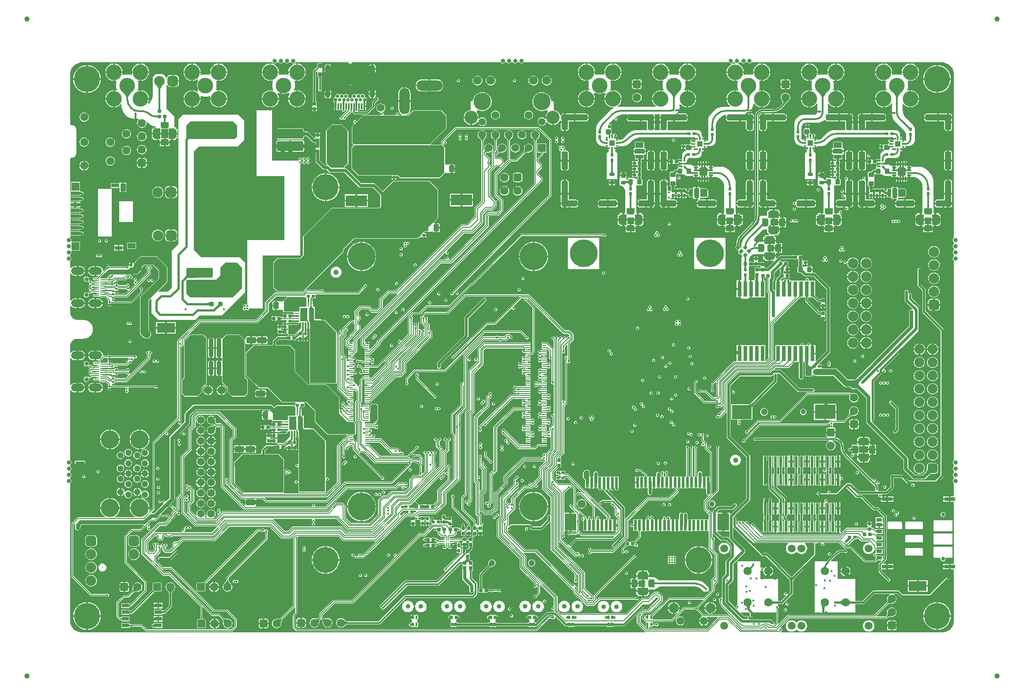
<source format=gtl>
G04*
G04 #@! TF.GenerationSoftware,Altium Limited,Altium Designer,19.1.6 (110)*
G04*
G04 Layer_Physical_Order=1*
G04 Layer_Color=255*
%FSLAX44Y44*%
%MOMM*%
G71*
G01*
G75*
%ADD10C,0.2000*%
%ADD11C,0.3000*%
%ADD13C,0.2500*%
%ADD15C,0.4000*%
%ADD18C,0.1500*%
%ADD22C,0.3500*%
G04:AMPARAMS|DCode=23|XSize=0.5mm|YSize=0.6mm|CornerRadius=0.05mm|HoleSize=0mm|Usage=FLASHONLY|Rotation=0.000|XOffset=0mm|YOffset=0mm|HoleType=Round|Shape=RoundedRectangle|*
%AMROUNDEDRECTD23*
21,1,0.5000,0.5000,0,0,0.0*
21,1,0.4000,0.6000,0,0,0.0*
1,1,0.1000,0.2000,-0.2500*
1,1,0.1000,-0.2000,-0.2500*
1,1,0.1000,-0.2000,0.2500*
1,1,0.1000,0.2000,0.2500*
%
%ADD23ROUNDEDRECTD23*%
G04:AMPARAMS|DCode=24|XSize=0.25mm|YSize=0.475mm|CornerRadius=0.0625mm|HoleSize=0mm|Usage=FLASHONLY|Rotation=270.000|XOffset=0mm|YOffset=0mm|HoleType=Round|Shape=RoundedRectangle|*
%AMROUNDEDRECTD24*
21,1,0.2500,0.3500,0,0,270.0*
21,1,0.1250,0.4750,0,0,270.0*
1,1,0.1250,-0.1750,-0.0625*
1,1,0.1250,-0.1750,0.0625*
1,1,0.1250,0.1750,0.0625*
1,1,0.1250,0.1750,-0.0625*
%
%ADD24ROUNDEDRECTD24*%
G04:AMPARAMS|DCode=25|XSize=0.25mm|YSize=0.475mm|CornerRadius=0.0625mm|HoleSize=0mm|Usage=FLASHONLY|Rotation=180.000|XOffset=0mm|YOffset=0mm|HoleType=Round|Shape=RoundedRectangle|*
%AMROUNDEDRECTD25*
21,1,0.2500,0.3500,0,0,180.0*
21,1,0.1250,0.4750,0,0,180.0*
1,1,0.1250,-0.0625,0.1750*
1,1,0.1250,0.0625,0.1750*
1,1,0.1250,0.0625,-0.1750*
1,1,0.1250,-0.0625,-0.1750*
%
%ADD25ROUNDEDRECTD25*%
G04:AMPARAMS|DCode=26|XSize=1.1mm|YSize=1.1mm|CornerRadius=0.275mm|HoleSize=0mm|Usage=FLASHONLY|Rotation=270.000|XOffset=0mm|YOffset=0mm|HoleType=Round|Shape=RoundedRectangle|*
%AMROUNDEDRECTD26*
21,1,1.1000,0.5500,0,0,270.0*
21,1,0.5500,1.1000,0,0,270.0*
1,1,0.5500,-0.2750,-0.2750*
1,1,0.5500,-0.2750,0.2750*
1,1,0.5500,0.2750,0.2750*
1,1,0.5500,0.2750,-0.2750*
%
%ADD26ROUNDEDRECTD26*%
G04:AMPARAMS|DCode=27|XSize=0.5mm|YSize=0.6mm|CornerRadius=0.05mm|HoleSize=0mm|Usage=FLASHONLY|Rotation=270.000|XOffset=0mm|YOffset=0mm|HoleType=Round|Shape=RoundedRectangle|*
%AMROUNDEDRECTD27*
21,1,0.5000,0.5000,0,0,270.0*
21,1,0.4000,0.6000,0,0,270.0*
1,1,0.1000,-0.2500,-0.2000*
1,1,0.1000,-0.2500,0.2000*
1,1,0.1000,0.2500,0.2000*
1,1,0.1000,0.2500,-0.2000*
%
%ADD27ROUNDEDRECTD27*%
%ADD28R,0.3100X0.3000*%
G04:AMPARAMS|DCode=29|XSize=1.1mm|YSize=1.1mm|CornerRadius=0.275mm|HoleSize=0mm|Usage=FLASHONLY|Rotation=0.000|XOffset=0mm|YOffset=0mm|HoleType=Round|Shape=RoundedRectangle|*
%AMROUNDEDRECTD29*
21,1,1.1000,0.5500,0,0,0.0*
21,1,0.5500,1.1000,0,0,0.0*
1,1,0.5500,0.2750,-0.2750*
1,1,0.5500,-0.2750,-0.2750*
1,1,0.5500,-0.2750,0.2750*
1,1,0.5500,0.2750,0.2750*
%
%ADD29ROUNDEDRECTD29*%
G04:AMPARAMS|DCode=30|XSize=0.6mm|YSize=0.6mm|CornerRadius=0.06mm|HoleSize=0mm|Usage=FLASHONLY|Rotation=90.000|XOffset=0mm|YOffset=0mm|HoleType=Round|Shape=RoundedRectangle|*
%AMROUNDEDRECTD30*
21,1,0.6000,0.4800,0,0,90.0*
21,1,0.4800,0.6000,0,0,90.0*
1,1,0.1200,0.2400,0.2400*
1,1,0.1200,0.2400,-0.2400*
1,1,0.1200,-0.2400,-0.2400*
1,1,0.1200,-0.2400,0.2400*
%
%ADD30ROUNDEDRECTD30*%
G04:AMPARAMS|DCode=31|XSize=0.35mm|YSize=0.225mm|CornerRadius=0.0563mm|HoleSize=0mm|Usage=FLASHONLY|Rotation=90.000|XOffset=0mm|YOffset=0mm|HoleType=Round|Shape=RoundedRectangle|*
%AMROUNDEDRECTD31*
21,1,0.3500,0.1125,0,0,90.0*
21,1,0.2375,0.2250,0,0,90.0*
1,1,0.1125,0.0563,0.1188*
1,1,0.1125,0.0563,-0.1188*
1,1,0.1125,-0.0563,-0.1188*
1,1,0.1125,-0.0563,0.1188*
%
%ADD31ROUNDEDRECTD31*%
%ADD32R,0.3000X0.3100*%
%ADD33R,0.8500X0.2300*%
%ADD34R,1.0000X0.2300*%
%ADD35R,1.0000X1.5500*%
%ADD36R,1.6000X1.2000*%
%ADD37R,1.2000X1.2000*%
%ADD38R,2.1500X1.2000*%
G04:AMPARAMS|DCode=39|XSize=0.6mm|YSize=0.6mm|CornerRadius=0.06mm|HoleSize=0mm|Usage=FLASHONLY|Rotation=315.000|XOffset=0mm|YOffset=0mm|HoleType=Round|Shape=RoundedRectangle|*
%AMROUNDEDRECTD39*
21,1,0.6000,0.4800,0,0,315.0*
21,1,0.4800,0.6000,0,0,315.0*
1,1,0.1200,0.0000,-0.3394*
1,1,0.1200,-0.3394,0.0000*
1,1,0.1200,0.0000,0.3394*
1,1,0.1200,0.3394,0.0000*
%
%ADD39ROUNDEDRECTD39*%
G04:AMPARAMS|DCode=40|XSize=0.6mm|YSize=0.6mm|CornerRadius=0.06mm|HoleSize=0mm|Usage=FLASHONLY|Rotation=45.000|XOffset=0mm|YOffset=0mm|HoleType=Round|Shape=RoundedRectangle|*
%AMROUNDEDRECTD40*
21,1,0.6000,0.4800,0,0,45.0*
21,1,0.4800,0.6000,0,0,45.0*
1,1,0.1200,0.3394,0.0000*
1,1,0.1200,0.0000,-0.3394*
1,1,0.1200,-0.3394,0.0000*
1,1,0.1200,0.0000,0.3394*
%
%ADD40ROUNDEDRECTD40*%
G04:AMPARAMS|DCode=41|XSize=0.6mm|YSize=0.6mm|CornerRadius=0.06mm|HoleSize=0mm|Usage=FLASHONLY|Rotation=180.000|XOffset=0mm|YOffset=0mm|HoleType=Round|Shape=RoundedRectangle|*
%AMROUNDEDRECTD41*
21,1,0.6000,0.4800,0,0,180.0*
21,1,0.4800,0.6000,0,0,180.0*
1,1,0.1200,-0.2400,0.2400*
1,1,0.1200,0.2400,0.2400*
1,1,0.1200,0.2400,-0.2400*
1,1,0.1200,-0.2400,-0.2400*
%
%ADD41ROUNDEDRECTD41*%
G04:AMPARAMS|DCode=42|XSize=5mm|YSize=1.9mm|CornerRadius=0.19mm|HoleSize=0mm|Usage=FLASHONLY|Rotation=180.000|XOffset=0mm|YOffset=0mm|HoleType=Round|Shape=RoundedRectangle|*
%AMROUNDEDRECTD42*
21,1,5.0000,1.5200,0,0,180.0*
21,1,4.6200,1.9000,0,0,180.0*
1,1,0.3800,-2.3100,0.7600*
1,1,0.3800,2.3100,0.7600*
1,1,0.3800,2.3100,-0.7600*
1,1,0.3800,-2.3100,-0.7600*
%
%ADD42ROUNDEDRECTD42*%
%ADD43R,0.8000X3.0000*%
%ADD44R,3.8000X2.8000*%
%ADD45R,4.0000X2.8000*%
G04:AMPARAMS|DCode=46|XSize=0.7mm|YSize=0.4mm|CornerRadius=0.05mm|HoleSize=0mm|Usage=FLASHONLY|Rotation=90.000|XOffset=0mm|YOffset=0mm|HoleType=Round|Shape=RoundedRectangle|*
%AMROUNDEDRECTD46*
21,1,0.7000,0.3000,0,0,90.0*
21,1,0.6000,0.4000,0,0,90.0*
1,1,0.1000,0.1500,0.3000*
1,1,0.1000,0.1500,-0.3000*
1,1,0.1000,-0.1500,-0.3000*
1,1,0.1000,-0.1500,0.3000*
%
%ADD46ROUNDEDRECTD46*%
G04:AMPARAMS|DCode=47|XSize=1mm|YSize=0.9mm|CornerRadius=0.1125mm|HoleSize=0mm|Usage=FLASHONLY|Rotation=270.000|XOffset=0mm|YOffset=0mm|HoleType=Round|Shape=RoundedRectangle|*
%AMROUNDEDRECTD47*
21,1,1.0000,0.6750,0,0,270.0*
21,1,0.7750,0.9000,0,0,270.0*
1,1,0.2250,-0.3375,-0.3875*
1,1,0.2250,-0.3375,0.3875*
1,1,0.2250,0.3375,0.3875*
1,1,0.2250,0.3375,-0.3875*
%
%ADD47ROUNDEDRECTD47*%
%ADD48C,1.6000*%
%ADD49R,0.6000X2.0000*%
%ADD50R,0.7200X0.2000*%
%ADD51R,0.2000X0.8100*%
%ADD52R,0.2000X0.9100*%
%ADD53R,1.4000X0.8000*%
G04:AMPARAMS|DCode=54|XSize=1mm|YSize=0.9mm|CornerRadius=0.1125mm|HoleSize=0mm|Usage=FLASHONLY|Rotation=180.000|XOffset=0mm|YOffset=0mm|HoleType=Round|Shape=RoundedRectangle|*
%AMROUNDEDRECTD54*
21,1,1.0000,0.6750,0,0,180.0*
21,1,0.7750,0.9000,0,0,180.0*
1,1,0.2250,-0.3875,0.3375*
1,1,0.2250,0.3875,0.3375*
1,1,0.2250,0.3875,-0.3375*
1,1,0.2250,-0.3875,-0.3375*
%
%ADD54ROUNDEDRECTD54*%
G04:AMPARAMS|DCode=55|XSize=1.5mm|YSize=1.5mm|CornerRadius=0.075mm|HoleSize=0mm|Usage=FLASHONLY|Rotation=180.000|XOffset=0mm|YOffset=0mm|HoleType=Round|Shape=RoundedRectangle|*
%AMROUNDEDRECTD55*
21,1,1.5000,1.3500,0,0,180.0*
21,1,1.3500,1.5000,0,0,180.0*
1,1,0.1500,-0.6750,0.6750*
1,1,0.1500,0.6750,0.6750*
1,1,0.1500,0.6750,-0.6750*
1,1,0.1500,-0.6750,-0.6750*
%
%ADD55ROUNDEDRECTD55*%
G04:AMPARAMS|DCode=56|XSize=0.3mm|YSize=0.8mm|CornerRadius=0.075mm|HoleSize=0mm|Usage=FLASHONLY|Rotation=180.000|XOffset=0mm|YOffset=0mm|HoleType=Round|Shape=RoundedRectangle|*
%AMROUNDEDRECTD56*
21,1,0.3000,0.6500,0,0,180.0*
21,1,0.1500,0.8000,0,0,180.0*
1,1,0.1500,-0.0750,0.3250*
1,1,0.1500,0.0750,0.3250*
1,1,0.1500,0.0750,-0.3250*
1,1,0.1500,-0.0750,-0.3250*
%
%ADD56ROUNDEDRECTD56*%
G04:AMPARAMS|DCode=57|XSize=0.3mm|YSize=0.8mm|CornerRadius=0.075mm|HoleSize=0mm|Usage=FLASHONLY|Rotation=270.000|XOffset=0mm|YOffset=0mm|HoleType=Round|Shape=RoundedRectangle|*
%AMROUNDEDRECTD57*
21,1,0.3000,0.6500,0,0,270.0*
21,1,0.1500,0.8000,0,0,270.0*
1,1,0.1500,-0.3250,-0.0750*
1,1,0.1500,-0.3250,0.0750*
1,1,0.1500,0.3250,0.0750*
1,1,0.1500,0.3250,-0.0750*
%
%ADD57ROUNDEDRECTD57*%
%ADD58R,0.7500X1.5000*%
%ADD59R,0.9000X0.6000*%
%ADD60R,1.5000X0.7500*%
%ADD61R,0.6000X0.9000*%
G04:AMPARAMS|DCode=62|XSize=1.4mm|YSize=1mm|CornerRadius=0.125mm|HoleSize=0mm|Usage=FLASHONLY|Rotation=270.000|XOffset=0mm|YOffset=0mm|HoleType=Round|Shape=RoundedRectangle|*
%AMROUNDEDRECTD62*
21,1,1.4000,0.7500,0,0,270.0*
21,1,1.1500,1.0000,0,0,270.0*
1,1,0.2500,-0.3750,-0.5750*
1,1,0.2500,-0.3750,0.5750*
1,1,0.2500,0.3750,0.5750*
1,1,0.2500,0.3750,-0.5750*
%
%ADD62ROUNDEDRECTD62*%
%ADD63R,0.7000X0.2000*%
%ADD64R,2.3000X3.2000*%
%ADD65R,4.1500X2.1500*%
%ADD66R,1.5019X1.0013*%
%ADD67R,1.0000X1.5000*%
%ADD68R,1.4006X0.8004*%
%ADD69R,1.5011X0.8006*%
%ADD70R,1.5018X1.5018*%
%ADD71R,1.5009X1.5009*%
%ADD72R,1.7526X0.7011*%
%ADD73R,1.7518X0.7007*%
%ADD74R,1.7504X0.7002*%
%ADD75R,1.7525X0.7010*%
%ADD76R,1.7522X0.7009*%
%ADD77R,1.7516X0.7006*%
%ADD78R,1.7530X0.7012*%
%ADD79R,1.7504X0.7002*%
%ADD80R,2.1000X0.7000*%
%ADD81R,1.1400X0.8000*%
G04:AMPARAMS|DCode=82|XSize=0.85mm|YSize=3.55mm|CornerRadius=0.2125mm|HoleSize=0mm|Usage=FLASHONLY|Rotation=0.000|XOffset=0mm|YOffset=0mm|HoleType=Round|Shape=RoundedRectangle|*
%AMROUNDEDRECTD82*
21,1,0.8500,3.1250,0,0,0.0*
21,1,0.4250,3.5500,0,0,0.0*
1,1,0.4250,0.2125,-1.5625*
1,1,0.4250,-0.2125,-1.5625*
1,1,0.4250,-0.2125,1.5625*
1,1,0.4250,0.2125,1.5625*
%
%ADD82ROUNDEDRECTD82*%
G04:AMPARAMS|DCode=83|XSize=0.85mm|YSize=2.65mm|CornerRadius=0.2125mm|HoleSize=0mm|Usage=FLASHONLY|Rotation=0.000|XOffset=0mm|YOffset=0mm|HoleType=Round|Shape=RoundedRectangle|*
%AMROUNDEDRECTD83*
21,1,0.8500,2.2250,0,0,0.0*
21,1,0.4250,2.6500,0,0,0.0*
1,1,0.4250,0.2125,-1.1125*
1,1,0.4250,-0.2125,-1.1125*
1,1,0.4250,-0.2125,1.1125*
1,1,0.4250,0.2125,1.1125*
%
%ADD83ROUNDEDRECTD83*%
%ADD84R,3.7000X1.6000*%
%ADD85R,0.2000X1.0000*%
%ADD86R,0.3000X1.2000*%
G04:AMPARAMS|DCode=87|XSize=1.8mm|YSize=1.15mm|CornerRadius=0.1438mm|HoleSize=0mm|Usage=FLASHONLY|Rotation=180.000|XOffset=0mm|YOffset=0mm|HoleType=Round|Shape=RoundedRectangle|*
%AMROUNDEDRECTD87*
21,1,1.8000,0.8625,0,0,180.0*
21,1,1.5125,1.1500,0,0,180.0*
1,1,0.2875,-0.7563,0.4313*
1,1,0.2875,0.7563,0.4313*
1,1,0.2875,0.7563,-0.4313*
1,1,0.2875,-0.7563,-0.4313*
%
%ADD87ROUNDEDRECTD87*%
%ADD88R,0.9000X2.5500*%
%ADD89R,1.4000X2.5500*%
G04:AMPARAMS|DCode=90|XSize=0.25mm|YSize=1mm|CornerRadius=0.0625mm|HoleSize=0mm|Usage=FLASHONLY|Rotation=90.000|XOffset=0mm|YOffset=0mm|HoleType=Round|Shape=RoundedRectangle|*
%AMROUNDEDRECTD90*
21,1,0.2500,0.8750,0,0,90.0*
21,1,0.1250,1.0000,0,0,90.0*
1,1,0.1250,0.4375,0.0625*
1,1,0.1250,0.4375,-0.0625*
1,1,0.1250,-0.4375,-0.0625*
1,1,0.1250,-0.4375,0.0625*
%
%ADD90ROUNDEDRECTD90*%
G04:AMPARAMS|DCode=91|XSize=0.25mm|YSize=1mm|CornerRadius=0.0625mm|HoleSize=0mm|Usage=FLASHONLY|Rotation=180.000|XOffset=0mm|YOffset=0mm|HoleType=Round|Shape=RoundedRectangle|*
%AMROUNDEDRECTD91*
21,1,0.2500,0.8750,0,0,180.0*
21,1,0.1250,1.0000,0,0,180.0*
1,1,0.1250,-0.0625,0.4375*
1,1,0.1250,0.0625,0.4375*
1,1,0.1250,0.0625,-0.4375*
1,1,0.1250,-0.0625,-0.4375*
%
%ADD91ROUNDEDRECTD91*%
G04:AMPARAMS|DCode=92|XSize=0.95mm|YSize=0.65mm|CornerRadius=0.1625mm|HoleSize=0mm|Usage=FLASHONLY|Rotation=180.000|XOffset=0mm|YOffset=0mm|HoleType=Round|Shape=RoundedRectangle|*
%AMROUNDEDRECTD92*
21,1,0.9500,0.3250,0,0,180.0*
21,1,0.6250,0.6500,0,0,180.0*
1,1,0.3250,-0.3125,0.1625*
1,1,0.3250,0.3125,0.1625*
1,1,0.3250,0.3125,-0.1625*
1,1,0.3250,-0.3125,-0.1625*
%
%ADD92ROUNDEDRECTD92*%
G04:AMPARAMS|DCode=93|XSize=0.95mm|YSize=1mm|CornerRadius=0.2375mm|HoleSize=0mm|Usage=FLASHONLY|Rotation=180.000|XOffset=0mm|YOffset=0mm|HoleType=Round|Shape=RoundedRectangle|*
%AMROUNDEDRECTD93*
21,1,0.9500,0.5250,0,0,180.0*
21,1,0.4750,1.0000,0,0,180.0*
1,1,0.4750,-0.2375,0.2625*
1,1,0.4750,0.2375,0.2625*
1,1,0.4750,0.2375,-0.2625*
1,1,0.4750,-0.2375,-0.2625*
%
%ADD93ROUNDEDRECTD93*%
%ADD94R,1.5500X1.0000*%
%ADD95R,1.2000X1.6000*%
%ADD96R,1.2000X1.2000*%
%ADD97R,1.2000X2.1500*%
%ADD98R,4.0000X5.0000*%
G04:AMPARAMS|DCode=99|XSize=0.8mm|YSize=0.8mm|CornerRadius=0.1mm|HoleSize=0mm|Usage=FLASHONLY|Rotation=90.000|XOffset=0mm|YOffset=0mm|HoleType=Round|Shape=RoundedRectangle|*
%AMROUNDEDRECTD99*
21,1,0.8000,0.6000,0,0,90.0*
21,1,0.6000,0.8000,0,0,90.0*
1,1,0.2000,0.3000,0.3000*
1,1,0.2000,0.3000,-0.3000*
1,1,0.2000,-0.3000,-0.3000*
1,1,0.2000,-0.3000,0.3000*
%
%ADD99ROUNDEDRECTD99*%
G04:AMPARAMS|DCode=100|XSize=3mm|YSize=1.2mm|CornerRadius=0.3mm|HoleSize=0mm|Usage=FLASHONLY|Rotation=90.000|XOffset=0mm|YOffset=0mm|HoleType=Round|Shape=RoundedRectangle|*
%AMROUNDEDRECTD100*
21,1,3.0000,0.6000,0,0,90.0*
21,1,2.4000,1.2000,0,0,90.0*
1,1,0.6000,0.3000,1.2000*
1,1,0.6000,0.3000,-1.2000*
1,1,0.6000,-0.3000,-1.2000*
1,1,0.6000,-0.3000,1.2000*
%
%ADD100ROUNDEDRECTD100*%
G04:AMPARAMS|DCode=101|XSize=3.5mm|YSize=1.2mm|CornerRadius=0.3mm|HoleSize=0mm|Usage=FLASHONLY|Rotation=90.000|XOffset=0mm|YOffset=0mm|HoleType=Round|Shape=RoundedRectangle|*
%AMROUNDEDRECTD101*
21,1,3.5000,0.6000,0,0,90.0*
21,1,2.9000,1.2000,0,0,90.0*
1,1,0.6000,0.3000,1.4500*
1,1,0.6000,0.3000,-1.4500*
1,1,0.6000,-0.3000,-1.4500*
1,1,0.6000,-0.3000,1.4500*
%
%ADD101ROUNDEDRECTD101*%
G04:AMPARAMS|DCode=102|XSize=3.5mm|YSize=1.2mm|CornerRadius=0.3mm|HoleSize=0mm|Usage=FLASHONLY|Rotation=0.000|XOffset=0mm|YOffset=0mm|HoleType=Round|Shape=RoundedRectangle|*
%AMROUNDEDRECTD102*
21,1,3.5000,0.6000,0,0,0.0*
21,1,2.9000,1.2000,0,0,0.0*
1,1,0.6000,1.4500,-0.3000*
1,1,0.6000,-1.4500,-0.3000*
1,1,0.6000,-1.4500,0.3000*
1,1,0.6000,1.4500,0.3000*
%
%ADD102ROUNDEDRECTD102*%
G04:AMPARAMS|DCode=103|XSize=3mm|YSize=1.2mm|CornerRadius=0.3mm|HoleSize=0mm|Usage=FLASHONLY|Rotation=0.000|XOffset=0mm|YOffset=0mm|HoleType=Round|Shape=RoundedRectangle|*
%AMROUNDEDRECTD103*
21,1,3.0000,0.6000,0,0,0.0*
21,1,2.4000,1.2000,0,0,0.0*
1,1,0.6000,1.2000,-0.3000*
1,1,0.6000,-1.2000,-0.3000*
1,1,0.6000,-1.2000,0.3000*
1,1,0.6000,1.2000,0.3000*
%
%ADD103ROUNDEDRECTD103*%
G04:AMPARAMS|DCode=104|XSize=5mm|YSize=1.2mm|CornerRadius=0.3mm|HoleSize=0mm|Usage=FLASHONLY|Rotation=270.000|XOffset=0mm|YOffset=0mm|HoleType=Round|Shape=RoundedRectangle|*
%AMROUNDEDRECTD104*
21,1,5.0000,0.6000,0,0,270.0*
21,1,4.4000,1.2000,0,0,270.0*
1,1,0.6000,-0.3000,-2.2000*
1,1,0.6000,-0.3000,2.2000*
1,1,0.6000,0.3000,2.2000*
1,1,0.6000,0.3000,-2.2000*
%
%ADD104ROUNDEDRECTD104*%
G04:AMPARAMS|DCode=105|XSize=5mm|YSize=1.2mm|CornerRadius=0.3mm|HoleSize=0mm|Usage=FLASHONLY|Rotation=0.000|XOffset=0mm|YOffset=0mm|HoleType=Round|Shape=RoundedRectangle|*
%AMROUNDEDRECTD105*
21,1,5.0000,0.6000,0,0,0.0*
21,1,4.4000,1.2000,0,0,0.0*
1,1,0.6000,2.2000,-0.3000*
1,1,0.6000,-2.2000,-0.3000*
1,1,0.6000,-2.2000,0.3000*
1,1,0.6000,2.2000,0.3000*
%
%ADD105ROUNDEDRECTD105*%
G04:AMPARAMS|DCode=106|XSize=2.5mm|YSize=2mm|CornerRadius=0.25mm|HoleSize=0mm|Usage=FLASHONLY|Rotation=90.000|XOffset=0mm|YOffset=0mm|HoleType=Round|Shape=RoundedRectangle|*
%AMROUNDEDRECTD106*
21,1,2.5000,1.5000,0,0,90.0*
21,1,2.0000,2.0000,0,0,90.0*
1,1,0.5000,0.7500,1.0000*
1,1,0.5000,0.7500,-1.0000*
1,1,0.5000,-0.7500,-1.0000*
1,1,0.5000,-0.7500,1.0000*
%
%ADD106ROUNDEDRECTD106*%
%ADD107R,3.5000X1.9000*%
G04:AMPARAMS|DCode=108|XSize=0.8mm|YSize=0.8mm|CornerRadius=0.1mm|HoleSize=0mm|Usage=FLASHONLY|Rotation=180.000|XOffset=0mm|YOffset=0mm|HoleType=Round|Shape=RoundedRectangle|*
%AMROUNDEDRECTD108*
21,1,0.8000,0.6000,0,0,180.0*
21,1,0.6000,0.8000,0,0,180.0*
1,1,0.2000,-0.3000,0.3000*
1,1,0.2000,0.3000,0.3000*
1,1,0.2000,0.3000,-0.3000*
1,1,0.2000,-0.3000,-0.3000*
%
%ADD108ROUNDEDRECTD108*%
%ADD197C,1.2500*%
%ADD202C,1.1000*%
%ADD209C,1.5080*%
%ADD217C,0.7500*%
%ADD218C,1.3000*%
%ADD227C,1.0000*%
%ADD230C,0.3250*%
%ADD231C,1.5000*%
%ADD232C,0.7000*%
%ADD233C,0.6000*%
%ADD234C,0.8000*%
%ADD235C,1.5000*%
%ADD236C,0.9000*%
%ADD237C,0.5000*%
%ADD238C,0.2300*%
%ADD239C,0.3200*%
%ADD240C,1.0000*%
%ADD241C,1.2000*%
%ADD242C,0.3090*%
%ADD243C,3.0000*%
%ADD244C,1.4780*%
%ADD245O,2.5500X1.5000*%
%ADD246C,0.8100*%
G04:AMPARAMS|DCode=247|XSize=1.524mm|YSize=1.524mm|CornerRadius=0.1905mm|HoleSize=0mm|Usage=FLASHONLY|Rotation=0.000|XOffset=0mm|YOffset=0mm|HoleType=Round|Shape=RoundedRectangle|*
%AMROUNDEDRECTD247*
21,1,1.5240,1.1430,0,0,0.0*
21,1,1.1430,1.5240,0,0,0.0*
1,1,0.3810,0.5715,-0.5715*
1,1,0.3810,-0.5715,-0.5715*
1,1,0.3810,-0.5715,0.5715*
1,1,0.3810,0.5715,0.5715*
%
%ADD247ROUNDEDRECTD247*%
G04:AMPARAMS|DCode=248|XSize=1.6mm|YSize=1.6mm|CornerRadius=0.4mm|HoleSize=0mm|Usage=FLASHONLY|Rotation=0.000|XOffset=0mm|YOffset=0mm|HoleType=Round|Shape=RoundedRectangle|*
%AMROUNDEDRECTD248*
21,1,1.6000,0.8000,0,0,0.0*
21,1,0.8000,1.6000,0,0,0.0*
1,1,0.8000,0.4000,-0.4000*
1,1,0.8000,-0.4000,-0.4000*
1,1,0.8000,-0.4000,0.4000*
1,1,0.8000,0.4000,0.4000*
%
%ADD248ROUNDEDRECTD248*%
%ADD249C,3.5000*%
%ADD250C,2.0000*%
%ADD251C,5.3000*%
%ADD252C,1.6800*%
%ADD253C,1.4080*%
%ADD254R,1.5080X1.5080*%
%ADD255C,2.5500*%
%ADD256C,3.3500*%
%ADD257C,1.5500*%
%ADD258O,2.0000X5.0000*%
%ADD259O,5.0000X2.2000*%
%ADD260O,5.0000X2.0000*%
%ADD261C,1.2000*%
%ADD262C,5.0000*%
%ADD263O,1.0000X1.6000*%
%ADD264C,0.6500*%
%ADD265C,1.9500*%
G04:AMPARAMS|DCode=266|XSize=2mm|YSize=2mm|CornerRadius=0.5mm|HoleSize=0mm|Usage=FLASHONLY|Rotation=90.000|XOffset=0mm|YOffset=0mm|HoleType=Round|Shape=RoundedRectangle|*
%AMROUNDEDRECTD266*
21,1,2.0000,1.0000,0,0,90.0*
21,1,1.0000,2.0000,0,0,90.0*
1,1,1.0000,0.5000,0.5000*
1,1,1.0000,0.5000,-0.5000*
1,1,1.0000,-0.5000,-0.5000*
1,1,1.0000,-0.5000,0.5000*
%
%ADD266ROUNDEDRECTD266*%
%ADD267C,0.2500*%
%ADD268C,1.9000*%
G04:AMPARAMS|DCode=269|XSize=1.9mm|YSize=1.9mm|CornerRadius=0.475mm|HoleSize=0mm|Usage=FLASHONLY|Rotation=90.000|XOffset=0mm|YOffset=0mm|HoleType=Round|Shape=RoundedRectangle|*
%AMROUNDEDRECTD269*
21,1,1.9000,0.9500,0,0,90.0*
21,1,0.9500,1.9000,0,0,90.0*
1,1,0.9500,0.4750,0.4750*
1,1,0.9500,0.4750,-0.4750*
1,1,0.9500,-0.4750,-0.4750*
1,1,0.9500,-0.4750,0.4750*
%
%ADD269ROUNDEDRECTD269*%
G04:AMPARAMS|DCode=270|XSize=2mm|YSize=2mm|CornerRadius=0.5mm|HoleSize=0mm|Usage=FLASHONLY|Rotation=180.000|XOffset=0mm|YOffset=0mm|HoleType=Round|Shape=RoundedRectangle|*
%AMROUNDEDRECTD270*
21,1,2.0000,1.0000,0,0,180.0*
21,1,1.0000,2.0000,0,0,180.0*
1,1,1.0000,-0.5000,0.5000*
1,1,1.0000,0.5000,0.5000*
1,1,1.0000,0.5000,-0.5000*
1,1,1.0000,-0.5000,-0.5000*
%
%ADD270ROUNDEDRECTD270*%
%ADD271C,0.9000*%
G04:AMPARAMS|DCode=272|XSize=1.524mm|YSize=1.524mm|CornerRadius=0.1905mm|HoleSize=0mm|Usage=FLASHONLY|Rotation=90.000|XOffset=0mm|YOffset=0mm|HoleType=Round|Shape=RoundedRectangle|*
%AMROUNDEDRECTD272*
21,1,1.5240,1.1430,0,0,90.0*
21,1,1.1430,1.5240,0,0,90.0*
1,1,0.3810,0.5715,0.5715*
1,1,0.3810,0.5715,-0.5715*
1,1,0.3810,-0.5715,-0.5715*
1,1,0.3810,-0.5715,0.5715*
%
%ADD272ROUNDEDRECTD272*%
G04:AMPARAMS|DCode=273|XSize=1.6mm|YSize=1.6mm|CornerRadius=0.4mm|HoleSize=0mm|Usage=FLASHONLY|Rotation=90.000|XOffset=0mm|YOffset=0mm|HoleType=Round|Shape=RoundedRectangle|*
%AMROUNDEDRECTD273*
21,1,1.6000,0.8000,0,0,90.0*
21,1,0.8000,1.6000,0,0,90.0*
1,1,0.8000,0.4000,0.4000*
1,1,0.8000,0.4000,-0.4000*
1,1,0.8000,-0.4000,-0.4000*
1,1,0.8000,-0.4000,0.4000*
%
%ADD273ROUNDEDRECTD273*%
%ADD274C,0.8000*%
%ADD275C,0.4000*%
%ADD276C,0.5000*%
G36*
X1681117Y1096083D02*
X1685183Y1094399D01*
X1688842Y1091954D01*
X1691954Y1088842D01*
X1694399Y1085183D01*
X1696083Y1081117D01*
X1696941Y1076800D01*
Y1074600D01*
X1696941Y767500D01*
Y760220D01*
X1696395Y759855D01*
X1695290Y758201D01*
X1694902Y756250D01*
X1695290Y754299D01*
X1696395Y752645D01*
X1696941Y752280D01*
Y748470D01*
X1696395Y748105D01*
X1695290Y746451D01*
X1694902Y744500D01*
X1695290Y742549D01*
X1696395Y740895D01*
X1696941Y740530D01*
X1696941Y736470D01*
X1696395Y736105D01*
X1695290Y734451D01*
X1694902Y732500D01*
X1695290Y730549D01*
X1696395Y728895D01*
X1696941Y728530D01*
Y724470D01*
X1696395Y724105D01*
X1695290Y722451D01*
X1694902Y720500D01*
X1695290Y718549D01*
X1696395Y716895D01*
X1696941Y716530D01*
Y709250D01*
X1696942Y340750D01*
X1696942Y333470D01*
X1696395Y333105D01*
X1695290Y331451D01*
X1694902Y329500D01*
X1695290Y327549D01*
X1696395Y325895D01*
X1696942Y325530D01*
X1696941Y321470D01*
X1696395Y321105D01*
X1695290Y319451D01*
X1694902Y317500D01*
X1695290Y315549D01*
X1696395Y313895D01*
X1696941Y313530D01*
X1696941Y309470D01*
X1696395Y309105D01*
X1695290Y307451D01*
X1694902Y305500D01*
X1695290Y303549D01*
X1696395Y301895D01*
X1696941Y301530D01*
X1696941Y297720D01*
X1696395Y297355D01*
X1695290Y295701D01*
X1694902Y293750D01*
X1695290Y291799D01*
X1696395Y290145D01*
X1696941Y289780D01*
X1696941Y282500D01*
Y264500D01*
X1690350D01*
Y259500D01*
Y254500D01*
X1696941D01*
Y134500D01*
X1690350D01*
Y129500D01*
Y124500D01*
X1696941D01*
Y25400D01*
Y23200D01*
X1696083Y18883D01*
X1694399Y14817D01*
X1691954Y11158D01*
X1688842Y8046D01*
X1685183Y5601D01*
X1681117Y3917D01*
X1676800Y3059D01*
X1365426D01*
X1364353Y4272D01*
X1364369Y4675D01*
X1364647Y4933D01*
X1364741Y5009D01*
X1364831Y5073D01*
X1364906Y5120D01*
X1364962Y5150D01*
X1364997Y5165D01*
X1365005Y5167D01*
X1365044Y5170D01*
X1365064Y5179D01*
X1365068Y5180D01*
X1365075Y5185D01*
X1365150Y5221D01*
X1366171Y5424D01*
X1367163Y6087D01*
X1367826Y7079D01*
X1368059Y8250D01*
X1367826Y9420D01*
X1367163Y10413D01*
X1366171Y11076D01*
X1365000Y11309D01*
X1364665Y11242D01*
X1364039Y12413D01*
X1381337Y29711D01*
X1535500Y29711D01*
X1567500D01*
X1568280Y29866D01*
X1568942Y30308D01*
X1570315Y31681D01*
X1570396Y31707D01*
X1570735Y31991D01*
X1571102Y32213D01*
X1571580Y32427D01*
X1572169Y32623D01*
X1572867Y32794D01*
X1573648Y32932D01*
X1576721Y33163D01*
X1577925Y33168D01*
X1577951Y33179D01*
X1578000Y33172D01*
X1580349Y33482D01*
X1582539Y34389D01*
X1584419Y35831D01*
X1585861Y37711D01*
X1586768Y39901D01*
X1587078Y42250D01*
X1586768Y44599D01*
X1585861Y46789D01*
X1584419Y48669D01*
X1582539Y50111D01*
X1580349Y51018D01*
X1578000Y51328D01*
X1575650Y51018D01*
X1573461Y50111D01*
X1571581Y48669D01*
X1570139Y46789D01*
X1569232Y44599D01*
X1568922Y42250D01*
X1568929Y42201D01*
X1568918Y42175D01*
X1568913Y40960D01*
X1568794Y38820D01*
X1568686Y37922D01*
X1568544Y37117D01*
X1568373Y36419D01*
X1568177Y35830D01*
X1567964Y35352D01*
X1567741Y34985D01*
X1567457Y34646D01*
X1567431Y34565D01*
X1566655Y33789D01*
X1548682D01*
X1548196Y34962D01*
X1570315Y57081D01*
X1570396Y57107D01*
X1570735Y57391D01*
X1571102Y57614D01*
X1571580Y57828D01*
X1572169Y58023D01*
X1572867Y58194D01*
X1573648Y58332D01*
X1576721Y58563D01*
X1577925Y58568D01*
X1577951Y58579D01*
X1578000Y58572D01*
X1580349Y58882D01*
X1582539Y59789D01*
X1584419Y61231D01*
X1585861Y63111D01*
X1586768Y65301D01*
X1587078Y67650D01*
X1586768Y69999D01*
X1585861Y72189D01*
X1584419Y74069D01*
X1582539Y75511D01*
X1580946Y76171D01*
X1581199Y77441D01*
X1588483D01*
X1595087Y70837D01*
X1596080Y70174D01*
X1597250Y69941D01*
X1597250Y69941D01*
X1651750D01*
X1651750Y69941D01*
X1652921Y70174D01*
X1653913Y70837D01*
X1685413Y102337D01*
X1686076Y103329D01*
X1686309Y104500D01*
X1686076Y105670D01*
X1685413Y106663D01*
X1684420Y107326D01*
X1683250Y107559D01*
X1682079Y107326D01*
X1681087Y106663D01*
X1650483Y76059D01*
X1598517D01*
X1591913Y82663D01*
X1590921Y83326D01*
X1589750Y83559D01*
X1589750Y83559D01*
X1543000D01*
X1541830Y83326D01*
X1540837Y82663D01*
X1521983Y63809D01*
X1508250D01*
Y106000D01*
X1474250D01*
Y139750D01*
X1461944D01*
X1461458Y140923D01*
X1472014Y151479D01*
X1472892Y152358D01*
X1473840Y153135D01*
X1475677Y154545D01*
X1478952Y155901D01*
X1482345Y156348D01*
X1482467Y156323D01*
X1488606D01*
X1488829Y156174D01*
X1490000Y155941D01*
X1491171Y156174D01*
X1492163Y156837D01*
X1492826Y157829D01*
X1493059Y159000D01*
X1492826Y160170D01*
X1492163Y161163D01*
X1491171Y161826D01*
X1490000Y162059D01*
X1488829Y161826D01*
X1488606Y161676D01*
X1482467D01*
Y161716D01*
X1478774Y161352D01*
X1475222Y160275D01*
X1471949Y158525D01*
X1469079Y156171D01*
X1469079Y156171D01*
X1468210Y155245D01*
X1454797Y141832D01*
X1454772Y141857D01*
X1452973Y139750D01*
X1430250D01*
Y41750D01*
X1443390D01*
X1443424Y41579D01*
X1444087Y40587D01*
X1445079Y39924D01*
X1446250Y39691D01*
X1447421Y39924D01*
X1448413Y40587D01*
X1449076Y41579D01*
X1449110Y41750D01*
X1508250D01*
Y57691D01*
X1523250D01*
X1523250Y57691D01*
X1524420Y57924D01*
X1525413Y58587D01*
X1544267Y77441D01*
X1574801D01*
X1575054Y76171D01*
X1573461Y75511D01*
X1571581Y74069D01*
X1570139Y72189D01*
X1569232Y69999D01*
X1568922Y67650D01*
X1568929Y67601D01*
X1568918Y67575D01*
X1568913Y66360D01*
X1568794Y64220D01*
X1568686Y63322D01*
X1568544Y62517D01*
X1568373Y61819D01*
X1568177Y61230D01*
X1567964Y60752D01*
X1567741Y60385D01*
X1567457Y60046D01*
X1567431Y59965D01*
X1544255Y36789D01*
X1379250Y36789D01*
X1379250Y36789D01*
X1378470Y36634D01*
X1377808Y36192D01*
X1360442Y18826D01*
X1359365Y19545D01*
X1359755Y20485D01*
X1360082Y22974D01*
X1360034D01*
Y41750D01*
X1360250D01*
Y49604D01*
X1360289Y49661D01*
X1360344Y49730D01*
X1360437Y49829D01*
X1360477Y49933D01*
X1361076Y50830D01*
X1361309Y52000D01*
X1361076Y53170D01*
X1360413Y54163D01*
X1360250Y54272D01*
Y57691D01*
X1367000D01*
X1367000Y57691D01*
X1368171Y57924D01*
X1369163Y58587D01*
X1387663Y77087D01*
X1387663Y77087D01*
X1388326Y78079D01*
X1388559Y79250D01*
Y100083D01*
X1388582Y100133D01*
X1388609Y100881D01*
X1388684Y101564D01*
X1388810Y102220D01*
X1388984Y102854D01*
X1389208Y103464D01*
X1389482Y104054D01*
X1389806Y104625D01*
X1390182Y105178D01*
X1390611Y105715D01*
X1391121Y106263D01*
X1391140Y106314D01*
X1434523Y149697D01*
X1434523Y149697D01*
X1435186Y150689D01*
X1435419Y151860D01*
X1435419Y151860D01*
Y172610D01*
X1435204Y173691D01*
X1435210Y173819D01*
X1435925Y174961D01*
X1442176D01*
X1442855Y173691D01*
X1442674Y173421D01*
X1442441Y172250D01*
X1442674Y171080D01*
X1443337Y170087D01*
X1444330Y169424D01*
X1445500Y169191D01*
X1446671Y169424D01*
X1447663Y170087D01*
X1448326Y171080D01*
X1448559Y172250D01*
X1448326Y173421D01*
X1448145Y173691D01*
X1448824Y174961D01*
X1477155D01*
X1487558Y164558D01*
X1488220Y164116D01*
X1489000Y163961D01*
X1489000Y163961D01*
X1499405D01*
X1525058Y138308D01*
X1525720Y137866D01*
X1526500Y137711D01*
X1526500Y137711D01*
X1545500D01*
X1546280Y137866D01*
X1546942Y138308D01*
X1548505Y139871D01*
X1548509Y139872D01*
X1548521Y139887D01*
X1548623Y139989D01*
X1548719Y140025D01*
X1549520Y140772D01*
X1549828Y141022D01*
X1550079Y141200D01*
X1550638D01*
X1550656Y141189D01*
X1550697Y141200D01*
X1550783D01*
X1550838Y141179D01*
X1550885Y141200D01*
X1557393D01*
X1557879Y140027D01*
X1553358Y135505D01*
X1552777Y134637D01*
X1552574Y133612D01*
X1552574Y133612D01*
Y121000D01*
X1552574Y121000D01*
X1552777Y119976D01*
X1553358Y119108D01*
X1569122Y103343D01*
X1569174Y103080D01*
X1569837Y102087D01*
X1570829Y101424D01*
X1572000Y101191D01*
X1573170Y101424D01*
X1574163Y102087D01*
X1574826Y103080D01*
X1575059Y104250D01*
X1574826Y105421D01*
X1574163Y106413D01*
X1573170Y107076D01*
X1572907Y107128D01*
X1557926Y122109D01*
Y124500D01*
X1567350D01*
Y129500D01*
Y134500D01*
X1561582D01*
X1561096Y135673D01*
X1567392Y141970D01*
X1567973Y142838D01*
X1568176Y143862D01*
X1568176Y143862D01*
Y225750D01*
X1568176Y225750D01*
X1567973Y226774D01*
X1567392Y227642D01*
X1567392Y227643D01*
X1552643Y242393D01*
X1551774Y242973D01*
X1550750Y243176D01*
X1550750Y243176D01*
X1545109D01*
X1522392Y265893D01*
X1521524Y266473D01*
X1520500Y266677D01*
X1520500Y266676D01*
X1513207D01*
X1512789Y267232D01*
X1513012Y267854D01*
X1513470Y268441D01*
X1551574D01*
X1551899Y268054D01*
X1552373Y267171D01*
X1552191Y266257D01*
X1552424Y265086D01*
X1553087Y264094D01*
X1554079Y263431D01*
X1555250Y263198D01*
X1555580Y263263D01*
X1556850Y262306D01*
Y261000D01*
X1567350D01*
Y264500D01*
X1559096D01*
X1558212Y265770D01*
X1558309Y266257D01*
X1558127Y267171D01*
X1558601Y268054D01*
X1558926Y268441D01*
X1568000D01*
X1568000Y268441D01*
X1569171Y268674D01*
X1570163Y269337D01*
X1580619Y279793D01*
X1581282Y280786D01*
X1581515Y281956D01*
Y299891D01*
X1597033D01*
X1607337Y289587D01*
X1607337Y289587D01*
X1608329Y288924D01*
X1609500Y288691D01*
X1615296D01*
X1615967Y287421D01*
X1615674Y286983D01*
X1615441Y285813D01*
X1615674Y284642D01*
X1616337Y283650D01*
X1617330Y282987D01*
X1618500Y282754D01*
X1619671Y282987D01*
X1620663Y283650D01*
X1621326Y284642D01*
X1621559Y285813D01*
X1621326Y286983D01*
X1621033Y287421D01*
X1621704Y288691D01*
X1662750D01*
X1662750Y288691D01*
X1663920Y288924D01*
X1664913Y289587D01*
X1676913Y301587D01*
X1676913Y301587D01*
X1677576Y302579D01*
X1677809Y303750D01*
Y583750D01*
X1677809Y583750D01*
X1677576Y584921D01*
X1676913Y585913D01*
X1676913Y585913D01*
X1642559Y620267D01*
Y661000D01*
X1642559Y661000D01*
X1642326Y662170D01*
X1641663Y663163D01*
X1641663Y663163D01*
X1633559Y671267D01*
Y699500D01*
X1633326Y700670D01*
X1632663Y701663D01*
X1631671Y702326D01*
X1630500Y702559D01*
X1629330Y702326D01*
X1628337Y701663D01*
X1627674Y700670D01*
X1627441Y699500D01*
Y670000D01*
X1627441Y670000D01*
X1627674Y668829D01*
X1628337Y667837D01*
X1636441Y659733D01*
Y619000D01*
X1636441Y619000D01*
X1636674Y617829D01*
X1637337Y616837D01*
X1671691Y582483D01*
Y305017D01*
X1661483Y294809D01*
X1610767D01*
X1600463Y305113D01*
X1599471Y305776D01*
X1598300Y306009D01*
X1598300Y306009D01*
X1578456D01*
X1577285Y305776D01*
X1576293Y305113D01*
X1575630Y304121D01*
X1575397Y302950D01*
Y283223D01*
X1566733Y274559D01*
X1552360D01*
X1551741Y275829D01*
X1552076Y276329D01*
X1552309Y277500D01*
X1552076Y278671D01*
X1551926Y278894D01*
Y281275D01*
X1551949D01*
X1551654Y283520D01*
X1550787Y285612D01*
X1550154Y286438D01*
X1549409Y287409D01*
X1549419Y287428D01*
X1549436Y287452D01*
X1550580Y288181D01*
X1551750Y287948D01*
X1552921Y288181D01*
X1553913Y288844D01*
X1554576Y289836D01*
X1554809Y291007D01*
X1554576Y292177D01*
X1553913Y293169D01*
X1552921Y293832D01*
X1551750Y294065D01*
X1550580Y293832D01*
X1549587Y293169D01*
X1548924Y292177D01*
X1548691Y291007D01*
X1548924Y289836D01*
X1549200Y289422D01*
X1549284Y289297D01*
X1548738Y288848D01*
Y288848D01*
X1548298Y288487D01*
X1545045Y291740D01*
X1545463Y293118D01*
X1545777Y293181D01*
X1546769Y293844D01*
X1547432Y294836D01*
X1547665Y296007D01*
X1547432Y297177D01*
X1546769Y298169D01*
X1545777Y298832D01*
X1544606Y299065D01*
X1543436Y298832D01*
X1542444Y298169D01*
X1541781Y297177D01*
X1541718Y296863D01*
X1540340Y296445D01*
X1492417Y344368D01*
X1491537Y345248D01*
X1490735Y346186D01*
X1488922Y348396D01*
X1486991Y352007D01*
X1485803Y355925D01*
X1485524Y358758D01*
X1485457Y360000D01*
X1485457D01*
X1485131Y363308D01*
X1484166Y366489D01*
X1482599Y369421D01*
X1480490Y371990D01*
X1477921Y374099D01*
X1474989Y375666D01*
X1471808Y376631D01*
X1468500Y376957D01*
X1468379Y377091D01*
X1468348Y377201D01*
X1468653Y378685D01*
X1469170Y379030D01*
X1469922Y380156D01*
X1470187Y381485D01*
Y385700D01*
X1451813D01*
Y381485D01*
X1452078Y380156D01*
X1452830Y379030D01*
X1453956Y378278D01*
X1454364Y378196D01*
X1454239Y376926D01*
X1317144Y376926D01*
X1316920Y377076D01*
X1315750Y377309D01*
X1314579Y377076D01*
X1313587Y376413D01*
X1312924Y375420D01*
X1312691Y374250D01*
X1312924Y373079D01*
X1313587Y372087D01*
X1314579Y371424D01*
X1315750Y371191D01*
X1316920Y371424D01*
X1317144Y371574D01*
X1457759Y371574D01*
X1458011Y370304D01*
X1456461Y369661D01*
X1454581Y368219D01*
X1453138Y366339D01*
X1452232Y364150D01*
X1451922Y361800D01*
X1452232Y359450D01*
X1453138Y357261D01*
X1454581Y355381D01*
X1456461Y353938D01*
X1458651Y353032D01*
X1461000Y352722D01*
X1463349Y353032D01*
X1465539Y353938D01*
X1467419Y355381D01*
X1468862Y357261D01*
X1469768Y359450D01*
X1470078Y361800D01*
X1469768Y364150D01*
X1468862Y366339D01*
X1467419Y368219D01*
X1465539Y369661D01*
X1463989Y370304D01*
X1464241Y371574D01*
X1468500D01*
X1468571Y371588D01*
X1471502Y371202D01*
X1474299Y370043D01*
X1476700Y368200D01*
X1478544Y365799D01*
X1479702Y363002D01*
X1479933Y361243D01*
X1479998Y360000D01*
X1479998D01*
X1480504Y354871D01*
X1482000Y349939D01*
X1484429Y345394D01*
X1487699Y341410D01*
X1487699Y341410D01*
X1488650Y340565D01*
X1544711Y284504D01*
X1545600Y283597D01*
X1546311Y282533D01*
X1546561Y281275D01*
X1546574D01*
Y278894D01*
X1546424Y278671D01*
X1546191Y277500D01*
X1546424Y276329D01*
X1546759Y275829D01*
X1546140Y274559D01*
X1514489D01*
X1500260Y288788D01*
X1499267Y289451D01*
X1498097Y289684D01*
X1498097Y289684D01*
X1492875D01*
X1491705Y289451D01*
X1490712Y288788D01*
X1471983Y270059D01*
X1461546D01*
X1461218Y270455D01*
X1460750Y271329D01*
X1460934Y272250D01*
X1460701Y273421D01*
X1460038Y274413D01*
X1459046Y275076D01*
X1457875Y275309D01*
X1456705Y275076D01*
X1455712Y274413D01*
X1455049Y273421D01*
X1454816Y272250D01*
X1455000Y271329D01*
X1454532Y270455D01*
X1454204Y270059D01*
X1441767D01*
X1439663Y272163D01*
X1438671Y272826D01*
X1437500Y273059D01*
X1436329Y272826D01*
X1435337Y272163D01*
X1434674Y271171D01*
X1434441Y270000D01*
X1434674Y268829D01*
X1435337Y267837D01*
X1438337Y264837D01*
X1438337Y264837D01*
X1439330Y264174D01*
X1440500Y263941D01*
X1440500Y263941D01*
X1473250D01*
X1473250Y263941D01*
X1474420Y264174D01*
X1475413Y264837D01*
X1490592Y280016D01*
X1491396Y279904D01*
X1492035Y279663D01*
X1492587Y278837D01*
X1493580Y278174D01*
X1493843Y278122D01*
X1509857Y262108D01*
X1509857Y262108D01*
X1510726Y261527D01*
X1511750Y261324D01*
X1519391D01*
X1542107Y238608D01*
X1542108Y238608D01*
X1542976Y238027D01*
X1544000Y237824D01*
X1544000Y237824D01*
X1549641D01*
X1562824Y224641D01*
Y144971D01*
X1561923Y144071D01*
X1560750Y144557D01*
Y151200D01*
X1548965D01*
X1548309Y152000D01*
X1548183Y152630D01*
X1549000Y153900D01*
X1560750D01*
Y163900D01*
X1550754D01*
X1550702Y163921D01*
X1550651Y163900D01*
X1550539D01*
X1550518Y163905D01*
X1550511Y163900D01*
X1549974D01*
X1549751Y164059D01*
X1549045Y164663D01*
X1548633Y165061D01*
X1548696Y166277D01*
X1548830Y166600D01*
X1560750D01*
Y176600D01*
X1550820D01*
X1550770Y176621D01*
X1550717Y176600D01*
X1550620D01*
X1550587Y176608D01*
X1550574Y176600D01*
X1550027D01*
X1549795Y176764D01*
X1549092Y177366D01*
X1548683Y177761D01*
X1548746Y178977D01*
X1548880Y179300D01*
X1560750D01*
Y189300D01*
X1550885D01*
X1550838Y189321D01*
X1550783Y189300D01*
X1550697D01*
X1550656Y189311D01*
X1550638Y189300D01*
X1550079D01*
X1549840Y189470D01*
X1549140Y190068D01*
X1548733Y190462D01*
X1548793Y191619D01*
X1548842Y191787D01*
X1548930Y192000D01*
X1560750D01*
Y202000D01*
X1547350D01*
Y201193D01*
X1546177Y200707D01*
X1543442Y203442D01*
X1542780Y203884D01*
X1542000Y204039D01*
X1539883D01*
X1539786Y204082D01*
X1539611Y204087D01*
X1538750Y205000D01*
Y208145D01*
X1539134Y208720D01*
X1539289Y209500D01*
Y210500D01*
X1531211D01*
Y209500D01*
X1531366Y208720D01*
X1531750Y208145D01*
Y205000D01*
X1530889Y204087D01*
X1530714Y204082D01*
X1530618Y204039D01*
X1490765D01*
X1490765Y204039D01*
X1489984Y203884D01*
X1489323Y203442D01*
X1489323Y203442D01*
X1480770Y194889D01*
X1479500Y195415D01*
X1479500Y195744D01*
X1479500Y195744D01*
X1479500Y195744D01*
Y204750D01*
X1476500D01*
Y196311D01*
X1477280D01*
X1477156Y196288D01*
X1477045Y196218D01*
X1476946Y196103D01*
X1476861Y195941D01*
X1476789Y195733D01*
X1476730Y195479D01*
X1476684Y195179D01*
X1476651Y194832D01*
X1476649Y194750D01*
X1478506Y194750D01*
X1478506D01*
X1478506D01*
X1478835Y194750D01*
X1479361Y193480D01*
X1477420Y191539D01*
X1332595D01*
X1315110Y209024D01*
X1315075Y209119D01*
X1314817Y209397D01*
X1314741Y209492D01*
X1314677Y209581D01*
X1314630Y209655D01*
X1314600Y209711D01*
X1314585Y209747D01*
X1314583Y209755D01*
X1314580Y209794D01*
X1314571Y209814D01*
X1314570Y209818D01*
X1314565Y209825D01*
X1314529Y209900D01*
X1314326Y210921D01*
X1313663Y211913D01*
X1312670Y212576D01*
X1311500Y212809D01*
X1310329Y212576D01*
X1309337Y211913D01*
X1308674Y210921D01*
X1308481Y209949D01*
X1307853Y209593D01*
X1307211Y209422D01*
X1303110Y213524D01*
X1303075Y213619D01*
X1302817Y213897D01*
X1302741Y213991D01*
X1302677Y214081D01*
X1302630Y214155D01*
X1302600Y214212D01*
X1302585Y214247D01*
X1302583Y214255D01*
X1302580Y214294D01*
X1302571Y214314D01*
X1302570Y214318D01*
X1302565Y214325D01*
X1302529Y214400D01*
X1302326Y215420D01*
X1301663Y216413D01*
X1300670Y217076D01*
X1299500Y217309D01*
X1298329Y217076D01*
X1297337Y216413D01*
X1296674Y215420D01*
X1295263Y214838D01*
X1294906Y215018D01*
X1294826Y215420D01*
X1294163Y216413D01*
X1293170Y217076D01*
X1292000Y217309D01*
X1290829Y217076D01*
X1289837Y216413D01*
X1288413Y216413D01*
X1287421Y217076D01*
X1286250Y217309D01*
X1285079Y217076D01*
X1284087Y216413D01*
X1282746Y216691D01*
X1282171Y217076D01*
X1281000Y217309D01*
X1280329Y217175D01*
X1279059Y217972D01*
Y222750D01*
X1279009Y223000D01*
X1279059Y223250D01*
X1278826Y224421D01*
X1278163Y225413D01*
X1277171Y226076D01*
X1277169Y226076D01*
X1276751Y227454D01*
X1305273Y255977D01*
X1306047Y257134D01*
X1306319Y258500D01*
Y341250D01*
X1306047Y342616D01*
X1305273Y343773D01*
X1268819Y380228D01*
Y477147D01*
X1286603Y494931D01*
X1346500D01*
X1347866Y495203D01*
X1349023Y495977D01*
X1350671Y497625D01*
X1351941Y497098D01*
Y487274D01*
X1308527Y443860D01*
X1308476Y443841D01*
X1306936Y442412D01*
X1306293Y441897D01*
X1305714Y441492D01*
X1305293Y441250D01*
X1303562D01*
X1303506Y441270D01*
X1303463Y441250D01*
X1270500D01*
Y411250D01*
X1281618D01*
X1282138Y410554D01*
X1282386Y409980D01*
X1282191Y409000D01*
X1282424Y407830D01*
X1282578Y407600D01*
X1282996Y406625D01*
X1282578Y405650D01*
X1282424Y405420D01*
X1282191Y404250D01*
X1282424Y403079D01*
X1283087Y402087D01*
X1284079Y401424D01*
X1285250Y401191D01*
X1286420Y401424D01*
X1287413Y402087D01*
X1288076Y403079D01*
X1288309Y404250D01*
X1288076Y405420D01*
X1287923Y405650D01*
X1287504Y406625D01*
X1287923Y407600D01*
X1288076Y407830D01*
X1288309Y409000D01*
X1288114Y409980D01*
X1288362Y410554D01*
X1288882Y411250D01*
X1310500D01*
Y434669D01*
X1310514Y434694D01*
X1310500Y434744D01*
Y434813D01*
X1310520Y434869D01*
X1310500Y434913D01*
Y436604D01*
X1310680Y436915D01*
X1311083Y437490D01*
X1312294Y438915D01*
X1313076Y439725D01*
X1313092Y439764D01*
X1313129Y439784D01*
X1313142Y439823D01*
X1357163Y483844D01*
X1357163Y483844D01*
X1357826Y484837D01*
X1358059Y486007D01*
Y498000D01*
X1357927Y498661D01*
X1358729Y499931D01*
X1363022D01*
X1397227Y465727D01*
X1398384Y464953D01*
X1399750Y464681D01*
X1426250D01*
X1427616Y464953D01*
X1428773Y465727D01*
X1429547Y466884D01*
X1429819Y468250D01*
X1429547Y469616D01*
X1428773Y470773D01*
X1427616Y471547D01*
X1426250Y471819D01*
X1401228D01*
X1367023Y506023D01*
X1365866Y506797D01*
X1364500Y507069D01*
X1352712D01*
X1352186Y508339D01*
X1354808Y510961D01*
X1379343D01*
X1380123Y511116D01*
X1380785Y511558D01*
X1389535Y520308D01*
X1389618Y520335D01*
X1389636Y520369D01*
X1389671Y520384D01*
X1390173Y520872D01*
X1391054Y521648D01*
X1391405Y521916D01*
X1391709Y522118D01*
X1391944Y522246D01*
X1391953Y522250D01*
X1397730D01*
X1398000Y522250D01*
X1399542D01*
X1399599Y522060D01*
X1399682Y521638D01*
X1399908Y518378D01*
X1399918Y517271D01*
X1399922Y517262D01*
Y497750D01*
Y492750D01*
X1400232Y491189D01*
X1401116Y489866D01*
X1402439Y488982D01*
X1404000Y488672D01*
X1405561Y488982D01*
X1406884Y489866D01*
X1407768Y491189D01*
X1408078Y492750D01*
Y497750D01*
Y517252D01*
X1408082Y517261D01*
X1408121Y519393D01*
X1408233Y521012D01*
X1408311Y521604D01*
X1408401Y522060D01*
X1408458Y522250D01*
X1410577D01*
X1411216Y521184D01*
X1411292Y520706D01*
X1411404Y519183D01*
X1411418Y518264D01*
X1411431Y518232D01*
Y516033D01*
X1411418Y516000D01*
Y496250D01*
X1411735Y495485D01*
X1412735Y494485D01*
X1413500Y494168D01*
X1423500D01*
X1424265Y494485D01*
X1425265Y495485D01*
X1425582Y496250D01*
Y498614D01*
X1425592Y498619D01*
X1426852Y498937D01*
X1427758Y497758D01*
X1429220Y496636D01*
X1430923Y495930D01*
X1432750Y495690D01*
X1466419D01*
X1485851Y476258D01*
X1487313Y475135D01*
X1489016Y474430D01*
X1490843Y474190D01*
X1497957D01*
X1499081Y472724D01*
X1500961Y471281D01*
X1503150Y470374D01*
X1505500Y470065D01*
X1507849Y470374D01*
X1508290Y470557D01*
X1508409Y470541D01*
X1508870Y470666D01*
X1509259Y470713D01*
X1509656Y470703D01*
X1510071Y470634D01*
X1510509Y470501D01*
X1510975Y470297D01*
X1511466Y470017D01*
X1511981Y469658D01*
X1512518Y469217D01*
X1512948Y468813D01*
X1528912Y452850D01*
Y407500D01*
X1529261Y405744D01*
X1530256Y404256D01*
X1600412Y334100D01*
Y317500D01*
X1600761Y315744D01*
X1601756Y314256D01*
X1617756Y298256D01*
X1619244Y297261D01*
X1621000Y296912D01*
X1639500D01*
X1641256Y297261D01*
X1642744Y298256D01*
X1647556Y303067D01*
X1650174Y305500D01*
X1651355Y306446D01*
X1652425Y307193D01*
X1653112Y307587D01*
X1660950D01*
X1663193Y308034D01*
X1665095Y309305D01*
X1666366Y311206D01*
X1666812Y313450D01*
Y322950D01*
X1666366Y325193D01*
X1665095Y327095D01*
X1663193Y328366D01*
X1660950Y328813D01*
X1651450D01*
X1649206Y328366D01*
X1647304Y327095D01*
X1646034Y325193D01*
X1645587Y322950D01*
Y315112D01*
X1645193Y314425D01*
X1644454Y313367D01*
X1642326Y310855D01*
X1641198Y309687D01*
X1637599Y306088D01*
X1622901D01*
X1609588Y319401D01*
Y336000D01*
X1609239Y337756D01*
X1608244Y339244D01*
X1539939Y407550D01*
X1540602Y408683D01*
X1541422Y408520D01*
X1542592Y408752D01*
X1543585Y409415D01*
X1544248Y410408D01*
X1544480Y411578D01*
Y485905D01*
X1558400Y499824D01*
X1559063Y500816D01*
X1559296Y501987D01*
Y504177D01*
X1560566Y504302D01*
X1560661Y503823D01*
X1561324Y502831D01*
X1562317Y502168D01*
X1563487Y501935D01*
X1564658Y502168D01*
X1565650Y502831D01*
X1566313Y503823D01*
X1566546Y504993D01*
X1566313Y506164D01*
X1565650Y507156D01*
X1564658Y507819D01*
X1563487Y508052D01*
X1563408Y508036D01*
X1562783Y509207D01*
X1632663Y579087D01*
X1632663Y579087D01*
X1633326Y580079D01*
X1633559Y581250D01*
Y626500D01*
X1633326Y627671D01*
X1632663Y628663D01*
X1616309Y645017D01*
Y651000D01*
X1616076Y652170D01*
X1615413Y653163D01*
X1614420Y653826D01*
X1613250Y654059D01*
X1612079Y653826D01*
X1611339Y653331D01*
X1610438Y653628D01*
X1610069Y653894D01*
Y657000D01*
X1609797Y658366D01*
X1609023Y659523D01*
X1607866Y660297D01*
X1606500Y660569D01*
X1605134Y660297D01*
X1603977Y659523D01*
X1603203Y658366D01*
X1602931Y657000D01*
Y640500D01*
X1603203Y639134D01*
X1603977Y637977D01*
X1617960Y623993D01*
X1617334Y622823D01*
X1616000Y623088D01*
X1614244Y622739D01*
X1612756Y621744D01*
X1611761Y620256D01*
X1611412Y618500D01*
Y591543D01*
X1510587Y490718D01*
X1510185Y490337D01*
X1509638Y489871D01*
X1509099Y489466D01*
X1508569Y489122D01*
X1508049Y488837D01*
X1507540Y488608D01*
X1507041Y488435D01*
X1506552Y488315D01*
X1506069Y488246D01*
X1505535Y488224D01*
X1505522Y488218D01*
X1505500Y488220D01*
X1504788Y488127D01*
X1503393Y488310D01*
X1493768D01*
X1474336Y507743D01*
X1472873Y508865D01*
X1471171Y509570D01*
X1469343Y509810D01*
X1444637D01*
X1443929Y510900D01*
X1443906Y511080D01*
X1444039Y511750D01*
Y512250D01*
X1439500D01*
Y515250D01*
X1444039D01*
Y515750D01*
X1443884Y516530D01*
X1443442Y517192D01*
X1442780Y517634D01*
X1442000Y517789D01*
X1438995D01*
X1438509Y518963D01*
X1459023Y539477D01*
X1459797Y540634D01*
X1460069Y542000D01*
Y663000D01*
X1459797Y664366D01*
X1459023Y665523D01*
X1431773Y692773D01*
X1430616Y693547D01*
X1429250Y693819D01*
X1426435D01*
X1426099Y694233D01*
X1425645Y695089D01*
X1425801Y695875D01*
Y698250D01*
X1419750D01*
Y699750D01*
X1418250D01*
Y706301D01*
X1416375D01*
X1415351Y706098D01*
X1414830Y705750D01*
X1407250D01*
X1406660Y706776D01*
X1406573Y707104D01*
X1406473Y707641D01*
X1406441Y707982D01*
X1407320Y709250D01*
X1408895D01*
X1409470Y708866D01*
X1410250Y708711D01*
X1411250D01*
Y712750D01*
Y716789D01*
X1410250D01*
X1409470Y716634D01*
X1408895Y716250D01*
X1406513D01*
X1406386Y718463D01*
X1406449Y719426D01*
X1406485Y719730D01*
X1406516Y719895D01*
X1406550Y720000D01*
X1406546Y720059D01*
X1406657Y720226D01*
X1406781Y720850D01*
Y725650D01*
X1406657Y726274D01*
X1406304Y726804D01*
X1405774Y727157D01*
X1405150Y727281D01*
X1400350D01*
X1399726Y727157D01*
X1399196Y726804D01*
X1399161Y726750D01*
X1396339D01*
X1396304Y726804D01*
X1395774Y727157D01*
X1395150Y727281D01*
X1390350D01*
X1389726Y727157D01*
X1389630Y727093D01*
X1385689Y726836D01*
X1384771Y726832D01*
X1384738Y726819D01*
X1364750D01*
X1363384Y726547D01*
X1362227Y725773D01*
X1357173Y720720D01*
X1356000Y721206D01*
Y725250D01*
X1343750D01*
X1331500D01*
Y719250D01*
X1334250D01*
Y716250D01*
X1342250D01*
Y723750D01*
X1345250D01*
Y716250D01*
X1351044D01*
X1351530Y715077D01*
X1339522Y703069D01*
X1338025D01*
X1337993Y703082D01*
X1334797Y703136D01*
X1333824Y703199D01*
X1333520Y703235D01*
X1333500Y703239D01*
Y705911D01*
X1333553Y705946D01*
X1333907Y706476D01*
X1334031Y707100D01*
Y711900D01*
X1333907Y712524D01*
X1333553Y713054D01*
X1333024Y713407D01*
X1332400Y713531D01*
X1330763D01*
X1330366Y713797D01*
X1329000Y714069D01*
X1325063D01*
X1325032Y714082D01*
X1322544Y714136D01*
X1321393Y714229D01*
X1321000Y714285D01*
Y716895D01*
X1321384Y717470D01*
X1321539Y718250D01*
Y719250D01*
X1313461D01*
Y718250D01*
X1313616Y717470D01*
X1314000Y716895D01*
Y714291D01*
X1311704Y714142D01*
X1310824Y714199D01*
X1310520Y714235D01*
X1310355Y714266D01*
X1310250Y714300D01*
X1310191Y714296D01*
X1310024Y714407D01*
X1309400Y714531D01*
X1304600D01*
X1304000Y715024D01*
Y716593D01*
X1304066Y717932D01*
X1304588Y720557D01*
X1305613Y723031D01*
X1307100Y725257D01*
X1308000Y726250D01*
X1308621Y726813D01*
X1310012Y727742D01*
X1311558Y728382D01*
X1313199Y728709D01*
X1314035Y728750D01*
X1331500D01*
Y728250D01*
X1342250D01*
Y734250D01*
X1339750D01*
Y747250D01*
X1342250D01*
Y753250D01*
X1331500D01*
Y753000D01*
X1316750D01*
X1316214Y753053D01*
X1315222Y753463D01*
X1314463Y754222D01*
X1314053Y755213D01*
X1314000Y755750D01*
Y756775D01*
X1314029Y757361D01*
X1314257Y758510D01*
X1314706Y759592D01*
X1315356Y760565D01*
X1315750Y761000D01*
X1315750D01*
X1328141Y773391D01*
X1328975Y774147D01*
X1330844Y775396D01*
X1332921Y776256D01*
X1335126Y776695D01*
X1336250Y776750D01*
X1339000D01*
Y768750D01*
X1341750D01*
Y765750D01*
X1340687Y765250D01*
X1334250D01*
Y762250D01*
X1331500D01*
Y756250D01*
X1343750D01*
X1356000D01*
Y762250D01*
X1353250D01*
Y765250D01*
X1354313Y765750D01*
X1360750D01*
Y768750D01*
X1363500D01*
Y774750D01*
X1351250D01*
Y776250D01*
X1349750D01*
Y783750D01*
X1345500D01*
Y796750D01*
X1349750D01*
Y804250D01*
X1351250D01*
Y805750D01*
X1363500D01*
Y811750D01*
X1360750D01*
Y814750D01*
X1352750D01*
Y807250D01*
X1349750D01*
Y814750D01*
X1341750D01*
Y811750D01*
X1339000D01*
Y803000D01*
X1327605D01*
X1325951Y802315D01*
X1324685Y801049D01*
X1324000Y799395D01*
Y795510D01*
X1323930Y794088D01*
X1323375Y791298D01*
X1322287Y788670D01*
X1320706Y786305D01*
X1319750Y785250D01*
X1319750Y785250D01*
Y785250D01*
X1297440Y762940D01*
X1295670Y761171D01*
X1292891Y757010D01*
X1290976Y752388D01*
X1290000Y747481D01*
Y741496D01*
X1288730Y740970D01*
X1287871Y741829D01*
X1287883Y741892D01*
X1287759Y742516D01*
X1287406Y743046D01*
X1285727Y744724D01*
X1285568Y747140D01*
X1285565Y747788D01*
X1285525Y747884D01*
X1285512Y747951D01*
X1285938Y752277D01*
X1287233Y756546D01*
X1289336Y760480D01*
X1292093Y763840D01*
X1292190Y763905D01*
X1312305Y784020D01*
X1313228Y784893D01*
X1313228Y784893D01*
X1316093Y788247D01*
X1318398Y792009D01*
X1320086Y796084D01*
X1321116Y800373D01*
X1321462Y804771D01*
X1321426D01*
Y994250D01*
X1321435D01*
X1321701Y996273D01*
X1322482Y998157D01*
X1323724Y999776D01*
X1325343Y1001018D01*
X1327227Y1001799D01*
X1329250Y1002065D01*
Y1002074D01*
X1349250D01*
Y1002040D01*
X1353585Y1002381D01*
X1357813Y1003396D01*
X1361830Y1005060D01*
X1365538Y1007332D01*
X1368844Y1010156D01*
X1371668Y1013462D01*
X1373680Y1016745D01*
X1373738Y1016789D01*
X1374019Y1017271D01*
X1374345Y1017740D01*
X1374732Y1018226D01*
X1375754Y1019312D01*
X1376341Y1019858D01*
X1378613Y1021697D01*
X1379497Y1022337D01*
X1379497Y1022337D01*
X1379497Y1022337D01*
X1379498Y1022337D01*
X1379610Y1022518D01*
X1380669Y1023331D01*
X1382112Y1025211D01*
X1383018Y1027401D01*
X1383328Y1029750D01*
X1383018Y1032100D01*
X1382112Y1034289D01*
X1380669Y1036169D01*
X1378789Y1037611D01*
X1376600Y1038518D01*
X1374250Y1038828D01*
X1371901Y1038518D01*
X1369711Y1037611D01*
X1367831Y1036169D01*
X1366389Y1034289D01*
X1365482Y1032100D01*
X1365172Y1029750D01*
X1365482Y1027401D01*
X1366389Y1025211D01*
X1366879Y1024572D01*
X1366919Y1024389D01*
X1367492Y1023563D01*
X1367951Y1022804D01*
X1368312Y1022092D01*
X1368578Y1021430D01*
X1368753Y1020820D01*
X1368843Y1020264D01*
X1368855Y1019760D01*
X1368796Y1019300D01*
X1368677Y1018899D01*
X1367838Y1017330D01*
X1365058Y1013942D01*
X1361670Y1011162D01*
X1357805Y1009096D01*
X1353611Y1007824D01*
X1349358Y1007405D01*
X1349250Y1007426D01*
X1329250D01*
Y1007488D01*
X1325824Y1007037D01*
X1322631Y1005715D01*
X1319889Y1003611D01*
X1317785Y1000869D01*
X1316463Y997676D01*
X1316012Y994250D01*
X1316074D01*
Y804771D01*
X1316096Y804657D01*
X1315670Y800331D01*
X1314375Y796062D01*
X1312272Y792128D01*
X1310228Y789637D01*
X1309418Y788703D01*
X1308537Y787822D01*
X1288405Y767690D01*
X1288380Y767715D01*
X1285515Y764361D01*
X1283210Y760599D01*
X1281522Y756524D01*
X1280492Y752234D01*
X1280146Y747837D01*
X1280146Y747837D01*
X1280133Y746572D01*
X1280106Y745549D01*
X1280053Y744899D01*
X1280034Y744770D01*
X1278310Y743046D01*
X1277957Y742516D01*
X1277832Y741892D01*
X1277957Y741268D01*
X1278310Y740739D01*
X1281704Y737345D01*
X1282234Y736991D01*
X1282858Y736867D01*
X1282921Y736879D01*
X1284612Y735188D01*
X1284837Y733913D01*
X1284174Y732921D01*
X1283941Y731750D01*
X1284174Y730580D01*
X1284837Y729587D01*
X1285829Y728924D01*
X1287000Y728691D01*
X1288170Y728924D01*
X1288730Y729298D01*
X1289991Y728732D01*
X1290000Y728585D01*
Y678750D01*
X1287500D01*
Y662250D01*
Y645750D01*
X1290000D01*
Y643750D01*
X1304000D01*
Y645750D01*
X1306500D01*
Y662250D01*
Y678750D01*
X1304000D01*
Y705976D01*
X1304600Y706469D01*
X1309400D01*
X1310024Y706593D01*
X1310120Y706657D01*
X1313499Y706878D01*
X1314627Y706864D01*
X1314826Y706852D01*
X1314955Y706836D01*
X1314978Y706843D01*
X1315500Y706626D01*
X1319500D01*
X1319943Y706810D01*
X1323165Y706880D01*
X1323604Y706866D01*
X1324265Y706805D01*
X1324841Y706720D01*
X1325319Y706618D01*
X1325692Y706503D01*
X1325954Y706388D01*
X1326104Y706292D01*
X1326156Y706242D01*
X1326235Y706110D01*
X1326313Y706051D01*
X1326344Y705958D01*
X1326500Y705879D01*
Y703318D01*
X1323750Y703139D01*
X1322824Y703199D01*
X1322520Y703235D01*
X1322355Y703266D01*
X1322250Y703300D01*
X1322191Y703296D01*
X1322024Y703407D01*
X1321400Y703531D01*
X1316600D01*
X1315976Y703407D01*
X1315446Y703054D01*
X1315093Y702524D01*
X1314969Y701900D01*
Y697100D01*
X1315093Y696476D01*
X1315446Y695947D01*
X1315500Y695911D01*
Y693089D01*
X1315446Y693054D01*
X1315093Y692524D01*
X1314969Y691900D01*
Y687100D01*
X1315093Y686476D01*
X1315157Y686380D01*
X1315414Y682439D01*
X1315415Y682167D01*
X1315361Y680490D01*
X1315294Y679807D01*
X1315216Y679316D01*
X1314828Y678669D01*
X1314693Y678639D01*
X1313500Y678750D01*
X1313500Y678750D01*
X1313500Y678750D01*
X1309500D01*
Y662250D01*
Y645750D01*
X1313500D01*
Y645750D01*
X1314563Y646250D01*
X1323730D01*
X1324000Y646250D01*
Y646250D01*
X1325000Y646250D01*
Y646250D01*
X1335000D01*
Y678250D01*
X1333393D01*
X1333364Y678265D01*
X1333183Y678285D01*
X1333156Y678294D01*
X1333131Y678311D01*
X1333080Y678367D01*
X1333002Y678496D01*
X1332913Y678714D01*
X1332831Y679025D01*
X1332765Y679424D01*
X1332722Y679907D01*
X1332707Y680498D01*
X1332676Y680566D01*
Y681637D01*
X1332707Y681706D01*
X1332722Y682310D01*
X1332765Y682807D01*
X1332831Y683218D01*
X1332914Y683537D01*
X1333003Y683761D01*
X1333080Y683890D01*
X1333128Y683943D01*
X1333144Y683954D01*
X1333160Y683960D01*
X1333334Y683975D01*
X1333427Y684024D01*
X1333774Y684093D01*
X1334304Y684446D01*
X1334339Y684500D01*
X1337161D01*
X1337197Y684446D01*
X1337726Y684093D01*
X1338350Y683969D01*
X1338550D01*
X1338561Y683941D01*
X1338600Y683792D01*
X1338635Y683580D01*
X1338659Y683308D01*
X1338668Y682955D01*
X1338711Y682859D01*
Y658000D01*
X1338866Y657220D01*
X1339308Y656558D01*
X1341461Y654405D01*
Y529359D01*
X1336270Y524169D01*
X1335000Y524695D01*
Y554250D01*
X1325000D01*
Y554250D01*
X1324000D01*
Y554250D01*
X1314000D01*
Y554250D01*
X1313000D01*
Y554250D01*
X1303000D01*
Y554250D01*
X1302000D01*
Y554250D01*
X1292563D01*
X1291500Y554750D01*
Y554750D01*
X1291500Y554750D01*
X1287500D01*
Y538250D01*
X1286000D01*
Y536750D01*
X1280500D01*
Y523039D01*
X1275000D01*
X1274220Y522884D01*
X1273558Y522442D01*
X1232308Y481192D01*
X1231866Y480530D01*
X1231711Y479750D01*
Y470566D01*
X1231668Y470474D01*
X1231654Y470095D01*
X1231641Y469974D01*
X1231623Y469866D01*
X1231604Y469780D01*
X1231585Y469719D01*
X1231571Y469683D01*
X1231567Y469677D01*
X1231541Y469647D01*
X1231533Y469626D01*
X1231531Y469622D01*
X1231529Y469614D01*
X1231502Y469535D01*
X1230924Y468671D01*
X1230691Y467500D01*
X1230924Y466329D01*
X1231587Y465337D01*
X1232579Y464674D01*
X1233750Y464441D01*
X1234921Y464674D01*
X1235913Y465337D01*
X1236576Y466329D01*
X1236809Y467500D01*
X1236576Y468671D01*
X1235998Y469535D01*
X1235971Y469614D01*
X1235969Y469622D01*
X1235967Y469626D01*
X1235959Y469647D01*
X1235933Y469677D01*
X1235930Y469683D01*
X1235915Y469719D01*
X1235896Y469780D01*
X1235877Y469866D01*
X1235861Y469962D01*
X1235836Y470271D01*
X1235832Y470452D01*
X1235789Y470551D01*
Y478905D01*
X1240038Y483154D01*
X1241211Y482668D01*
Y459566D01*
X1241168Y459474D01*
X1241154Y459095D01*
X1241141Y458974D01*
X1241123Y458866D01*
X1241104Y458780D01*
X1241085Y458719D01*
X1241070Y458684D01*
X1241067Y458677D01*
X1241041Y458647D01*
X1241033Y458626D01*
X1241031Y458623D01*
X1241029Y458614D01*
X1241002Y458536D01*
X1240424Y457671D01*
X1240191Y456500D01*
X1240329Y455809D01*
X1239541Y454539D01*
X1235345D01*
X1221942Y467942D01*
X1221280Y468384D01*
X1220500Y468539D01*
X1211816D01*
X1211724Y468582D01*
X1211345Y468596D01*
X1211224Y468609D01*
X1211116Y468627D01*
X1211030Y468646D01*
X1210969Y468665D01*
X1210933Y468680D01*
X1210927Y468683D01*
X1210897Y468709D01*
X1210876Y468717D01*
X1210872Y468719D01*
X1210864Y468721D01*
X1210786Y468748D01*
X1209921Y469326D01*
X1208750Y469559D01*
X1207579Y469326D01*
X1206587Y468663D01*
X1205924Y467671D01*
X1205691Y466500D01*
X1205924Y465329D01*
X1206587Y464337D01*
X1207579Y463674D01*
X1208750Y463441D01*
X1209921Y463674D01*
X1210786Y464252D01*
X1210864Y464279D01*
X1210872Y464281D01*
X1210876Y464283D01*
X1210897Y464291D01*
X1210927Y464317D01*
X1210933Y464320D01*
X1210969Y464335D01*
X1211030Y464354D01*
X1211116Y464373D01*
X1211211Y464389D01*
X1211521Y464414D01*
X1211702Y464418D01*
X1211801Y464461D01*
X1219655D01*
X1233058Y451058D01*
X1233058Y451058D01*
X1233720Y450616D01*
X1234500Y450461D01*
X1240744D01*
X1241129Y449191D01*
X1241087Y449163D01*
X1240424Y448171D01*
X1240209Y447089D01*
X1240208Y447087D01*
X1240182Y447048D01*
X1240177Y447022D01*
X1240170Y447006D01*
X1240169Y446988D01*
X1240158Y446964D01*
X1240129Y446911D01*
X1240082Y446838D01*
X1240047Y446789D01*
X1220595D01*
X1202789Y464595D01*
Y481449D01*
X1203921Y481674D01*
X1204913Y482337D01*
X1205576Y483330D01*
X1205809Y484500D01*
X1205576Y485671D01*
X1204913Y486663D01*
X1203921Y487326D01*
X1202750Y487559D01*
X1201580Y487326D01*
X1200587Y486663D01*
X1199924Y485671D01*
X1199691Y484500D01*
X1199720Y484354D01*
X1199308Y483942D01*
X1198866Y483280D01*
X1198711Y482500D01*
Y463750D01*
X1198866Y462970D01*
X1199308Y462308D01*
X1218308Y443308D01*
X1218308Y443308D01*
X1218970Y442866D01*
X1219750Y442711D01*
X1219750Y442711D01*
X1241000D01*
X1241780Y442866D01*
X1242442Y443308D01*
X1242525Y443391D01*
X1242621Y443427D01*
X1242902Y443688D01*
X1242998Y443767D01*
X1243088Y443832D01*
X1243161Y443879D01*
X1243214Y443908D01*
X1243238Y443919D01*
X1243256Y443920D01*
X1243272Y443927D01*
X1243298Y443932D01*
X1243337Y443958D01*
X1243338Y443959D01*
X1244420Y444174D01*
X1245137Y444653D01*
X1246052Y443737D01*
X1245674Y443171D01*
X1245441Y442000D01*
X1245598Y441210D01*
X1245006Y440123D01*
X1244779Y439883D01*
X1244420Y439826D01*
X1243250Y440059D01*
X1242079Y439826D01*
X1241087Y439163D01*
X1240424Y438171D01*
X1240191Y437000D01*
X1240424Y435830D01*
X1241087Y434837D01*
X1242079Y434174D01*
X1243250Y433941D01*
X1244420Y434174D01*
X1245285Y434752D01*
X1245364Y434779D01*
X1245372Y434781D01*
X1245376Y434783D01*
X1245397Y434791D01*
X1245426Y434817D01*
X1245433Y434821D01*
X1245469Y434835D01*
X1245530Y434854D01*
X1245616Y434873D01*
X1245712Y434889D01*
X1246021Y434914D01*
X1246202Y434918D01*
X1246301Y434961D01*
X1249157D01*
X1249937Y435116D01*
X1250599Y435558D01*
X1253788Y438747D01*
X1254961Y438261D01*
Y432345D01*
X1248226Y425610D01*
X1248131Y425575D01*
X1247853Y425317D01*
X1247758Y425241D01*
X1247669Y425177D01*
X1247595Y425130D01*
X1247538Y425100D01*
X1247503Y425085D01*
X1247495Y425083D01*
X1247456Y425080D01*
X1247436Y425071D01*
X1247432Y425070D01*
X1247425Y425065D01*
X1247349Y425029D01*
X1246329Y424826D01*
X1245337Y424163D01*
X1244674Y423171D01*
X1244441Y422000D01*
X1244624Y421080D01*
X1244115Y420320D01*
X1243725Y419964D01*
X1243250Y420059D01*
X1242079Y419826D01*
X1241087Y419163D01*
X1240424Y418171D01*
X1240191Y417000D01*
X1240424Y415830D01*
X1241087Y414837D01*
X1242079Y414174D01*
X1243250Y413941D01*
X1244420Y414174D01*
X1245285Y414752D01*
X1245364Y414779D01*
X1245372Y414781D01*
X1245376Y414783D01*
X1245397Y414791D01*
X1245426Y414817D01*
X1245433Y414821D01*
X1245469Y414835D01*
X1245530Y414854D01*
X1245616Y414873D01*
X1245712Y414889D01*
X1246021Y414914D01*
X1246202Y414918D01*
X1246301Y414961D01*
X1249000D01*
X1249780Y415116D01*
X1250442Y415558D01*
X1260411Y425528D01*
X1261681Y425001D01*
Y378750D01*
X1261953Y377384D01*
X1262727Y376227D01*
X1299181Y339772D01*
Y259978D01*
X1268923Y229720D01*
X1267750Y230206D01*
Y232500D01*
X1262627D01*
X1262691Y231589D01*
X1262760Y231304D01*
X1262840Y231101D01*
X1262930Y230980D01*
X1263030Y230939D01*
X1256250D01*
Y215000D01*
Y197500D01*
X1266681D01*
Y185161D01*
X1265411Y184635D01*
X1264773Y185273D01*
X1263616Y186047D01*
X1262250Y186319D01*
X1252728D01*
X1242817Y196230D01*
X1243343Y197500D01*
X1253250D01*
Y215000D01*
Y232500D01*
X1243343D01*
X1242817Y233770D01*
X1247728Y238681D01*
X1272250D01*
X1273616Y238953D01*
X1274773Y239727D01*
X1279773Y244727D01*
X1280547Y245884D01*
X1280819Y247250D01*
X1280547Y248616D01*
X1279773Y249773D01*
X1278616Y250547D01*
X1277250Y250819D01*
X1275884Y250547D01*
X1274727Y249773D01*
X1270772Y245819D01*
X1246250D01*
X1244884Y245547D01*
X1243727Y244773D01*
X1235727Y236773D01*
X1234953Y235616D01*
X1234681Y234250D01*
Y233692D01*
X1234518Y233568D01*
X1233411Y233222D01*
X1224539Y242095D01*
Y253155D01*
X1245692Y274308D01*
X1245692Y274308D01*
X1246134Y274970D01*
X1246289Y275750D01*
X1246289Y275750D01*
Y355684D01*
X1246332Y355776D01*
X1246346Y356155D01*
X1246359Y356276D01*
X1246377Y356384D01*
X1246396Y356470D01*
X1246415Y356531D01*
X1246430Y356567D01*
X1246433Y356573D01*
X1246459Y356603D01*
X1246467Y356624D01*
X1246469Y356628D01*
X1246471Y356636D01*
X1246498Y356715D01*
X1247076Y357579D01*
X1247309Y358750D01*
X1247076Y359921D01*
X1246413Y360913D01*
X1245421Y361576D01*
X1244250Y361809D01*
X1243080Y361576D01*
X1242087Y360913D01*
X1241424Y359921D01*
X1241191Y358750D01*
X1241424Y357579D01*
X1242002Y356715D01*
X1242029Y356636D01*
X1242031Y356628D01*
X1242033Y356624D01*
X1242041Y356603D01*
X1242067Y356573D01*
X1242070Y356567D01*
X1242085Y356531D01*
X1242104Y356470D01*
X1242123Y356384D01*
X1242139Y356288D01*
X1242164Y355979D01*
X1242168Y355798D01*
X1242211Y355699D01*
Y276595D01*
X1234463Y268846D01*
X1233289Y269332D01*
Y347500D01*
X1233289Y347500D01*
X1233134Y348280D01*
X1232692Y348942D01*
X1223289Y358345D01*
Y365500D01*
X1223134Y366280D01*
X1222692Y366942D01*
X1222692Y366942D01*
X1217289Y372345D01*
Y379684D01*
X1217332Y379776D01*
X1217346Y380155D01*
X1217359Y380276D01*
X1217377Y380384D01*
X1217396Y380470D01*
X1217415Y380531D01*
X1217430Y380567D01*
X1217433Y380574D01*
X1217459Y380603D01*
X1217467Y380624D01*
X1217469Y380628D01*
X1217471Y380636D01*
X1217498Y380714D01*
X1218076Y381580D01*
X1218309Y382750D01*
X1218076Y383921D01*
X1217413Y384913D01*
X1216421Y385576D01*
X1215250Y385809D01*
X1214079Y385576D01*
X1213087Y384913D01*
X1212706Y384342D01*
X1212653Y384322D01*
X1211347D01*
X1211294Y384342D01*
X1210913Y384913D01*
X1209921Y385576D01*
X1208750Y385809D01*
X1207579Y385576D01*
X1206587Y384913D01*
X1205924Y383921D01*
X1205691Y382750D01*
X1205924Y381580D01*
X1206587Y380587D01*
X1207579Y379924D01*
X1208750Y379691D01*
X1209921Y379924D01*
X1210913Y380587D01*
X1211294Y381158D01*
X1211347Y381178D01*
X1212653D01*
X1212706Y381158D01*
X1213002Y380714D01*
X1213029Y380636D01*
X1213031Y380628D01*
X1213033Y380624D01*
X1213041Y380603D01*
X1213067Y380574D01*
X1213070Y380567D01*
X1213085Y380531D01*
X1213104Y380470D01*
X1213123Y380384D01*
X1213139Y380289D01*
X1213164Y379979D01*
X1213168Y379798D01*
X1213211Y379699D01*
Y371500D01*
X1213366Y370720D01*
X1213808Y370058D01*
X1215576Y368290D01*
X1215134Y366936D01*
X1214579Y366826D01*
X1213587Y366163D01*
X1212924Y365171D01*
X1212691Y364000D01*
X1212924Y362830D01*
X1213587Y361837D01*
X1214579Y361174D01*
X1215750Y360941D01*
X1216920Y361174D01*
X1217913Y361837D01*
X1217941Y361879D01*
X1219211Y361494D01*
Y357500D01*
X1219366Y356720D01*
X1219808Y356058D01*
X1229211Y346655D01*
Y302000D01*
X1222750D01*
Y302500D01*
X1219750D01*
Y291000D01*
Y279500D01*
X1222172D01*
Y270750D01*
X1222482Y269189D01*
X1223366Y267866D01*
X1224689Y266982D01*
X1226250Y266672D01*
X1226874Y265501D01*
X1218058Y256685D01*
X1217616Y256023D01*
X1217461Y255243D01*
Y240007D01*
X1217616Y239227D01*
X1218058Y238566D01*
X1227211Y229413D01*
Y220746D01*
X1226250Y220000D01*
X1225941Y220000D01*
X1218250Y220000D01*
X1216980Y220000D01*
X1203520D01*
X1202250Y220000D01*
X1200980Y220000D01*
X1194750D01*
Y220500D01*
X1191750D01*
Y209000D01*
Y197500D01*
X1194750D01*
Y198000D01*
X1202250Y198000D01*
X1203520Y198000D01*
X1216980D01*
X1218250Y198000D01*
X1219520Y198000D01*
X1225941D01*
X1226250Y198000D01*
X1227211Y197254D01*
Y164007D01*
X1227366Y163227D01*
X1227808Y162565D01*
X1237711Y152663D01*
Y110095D01*
X1232308Y104692D01*
X1231866Y104030D01*
X1231711Y103250D01*
Y85337D01*
X1216663Y70289D01*
X1150851D01*
X1150071Y70134D01*
X1149409Y69692D01*
X1149409Y69692D01*
X1117968Y38251D01*
X1117872Y38215D01*
X1117104Y37500D01*
X1116806Y37260D01*
X1116612Y37124D01*
X1115101D01*
X1114108Y36712D01*
X1113944Y36649D01*
X1112640Y36797D01*
X1112543Y36942D01*
X1111881Y37384D01*
X1111101Y37539D01*
Y32500D01*
X1108101D01*
Y37539D01*
X1108101D01*
X1107321Y37384D01*
X1106659Y36942D01*
X1106217Y36280D01*
X1106062Y35500D01*
Y34411D01*
X1104887Y34078D01*
X1104792Y34097D01*
X1104163Y35038D01*
X1103170Y35701D01*
X1102000Y35934D01*
X1100829Y35701D01*
X1099837Y35038D01*
X1099174Y34046D01*
X1098941Y32875D01*
X1099174Y31704D01*
X1099837Y30712D01*
X1099961Y30629D01*
Y30250D01*
X1100116Y29470D01*
X1100558Y28808D01*
X1105058Y24308D01*
X1105720Y23866D01*
X1106380Y23735D01*
X1106657Y23167D01*
X1106867Y22441D01*
X1106478Y21500D01*
Y15500D01*
X1106656Y15069D01*
X1105579Y14350D01*
X1096289Y23640D01*
Y33655D01*
X1103345Y40711D01*
X1115750D01*
X1116530Y40866D01*
X1117192Y41308D01*
X1137942Y62058D01*
X1137942Y62058D01*
X1138384Y62720D01*
X1138539Y63500D01*
X1138539Y63500D01*
Y73500D01*
X1138384Y74280D01*
X1137942Y74942D01*
X1137942Y74942D01*
X1132442Y80442D01*
X1131780Y80884D01*
X1131000Y81039D01*
X1122750D01*
X1122750Y81039D01*
X1121970Y80884D01*
X1121308Y80442D01*
X1121308Y80442D01*
X1110405Y69539D01*
X1099000D01*
X1099000Y69539D01*
X1098220Y69384D01*
X1097558Y68942D01*
X1097558Y68942D01*
X1068655Y40039D01*
X943994D01*
X937289Y46744D01*
Y71243D01*
X937134Y72023D01*
X936692Y72685D01*
X936692Y72685D01*
X877289Y132087D01*
Y148493D01*
X877134Y149273D01*
X876692Y149935D01*
X876692Y149935D01*
X871168Y155458D01*
X871978Y156445D01*
X872470Y156116D01*
X873250Y155961D01*
X873250Y155961D01*
X894155D01*
X966961Y83155D01*
Y79000D01*
X967116Y78220D01*
X967558Y77558D01*
X975058Y70058D01*
X975720Y69616D01*
X976500Y69461D01*
X978155D01*
X992558Y55058D01*
X992558Y55058D01*
X993220Y54616D01*
X994000Y54461D01*
X994000Y54461D01*
X1006000D01*
X1006780Y54616D01*
X1007442Y55058D01*
X1018845Y66461D01*
X1086434D01*
X1086526Y66418D01*
X1086905Y66404D01*
X1087026Y66391D01*
X1087134Y66373D01*
X1087220Y66354D01*
X1087281Y66335D01*
X1087317Y66321D01*
X1087324Y66317D01*
X1087353Y66291D01*
X1087374Y66283D01*
X1087377Y66281D01*
X1087386Y66279D01*
X1087465Y66252D01*
X1088329Y65674D01*
X1089500Y65441D01*
X1090670Y65674D01*
X1091663Y66337D01*
X1092326Y67330D01*
X1092559Y68500D01*
X1092326Y69671D01*
X1091663Y70663D01*
X1090670Y71326D01*
X1089500Y71559D01*
X1088329Y71326D01*
X1087465Y70748D01*
X1087386Y70721D01*
X1087377Y70719D01*
X1087374Y70717D01*
X1087353Y70709D01*
X1087324Y70683D01*
X1087317Y70679D01*
X1087281Y70665D01*
X1087220Y70646D01*
X1087134Y70627D01*
X1087038Y70611D01*
X1086729Y70586D01*
X1086548Y70582D01*
X1086449Y70539D01*
X1018000D01*
X1017220Y70384D01*
X1016558Y69942D01*
X1016558Y69942D01*
X1012559Y65943D01*
X1011289Y66469D01*
Y72905D01*
X1084524Y146140D01*
X1084619Y146175D01*
X1084897Y146433D01*
X1084992Y146509D01*
X1085081Y146573D01*
X1085155Y146620D01*
X1085211Y146650D01*
X1085247Y146665D01*
X1085255Y146667D01*
X1085294Y146670D01*
X1085314Y146679D01*
X1085318Y146680D01*
X1085325Y146685D01*
X1085400Y146721D01*
X1086421Y146924D01*
X1087413Y147587D01*
X1088076Y148580D01*
X1088309Y149750D01*
X1088076Y150920D01*
X1087413Y151913D01*
X1086421Y152576D01*
X1085250Y152809D01*
X1084080Y152576D01*
X1083087Y151913D01*
X1082424Y150920D01*
X1082221Y149901D01*
X1082185Y149825D01*
X1082180Y149818D01*
X1082179Y149814D01*
X1082170Y149794D01*
X1082167Y149755D01*
X1082165Y149747D01*
X1082150Y149712D01*
X1082120Y149655D01*
X1082073Y149581D01*
X1082017Y149502D01*
X1081815Y149265D01*
X1081690Y149135D01*
X1081651Y149035D01*
X1007808Y75192D01*
X1007366Y74530D01*
X1007211Y73750D01*
Y73332D01*
X1006038Y72846D01*
X989789Y89095D01*
Y117720D01*
X989789Y117721D01*
X989634Y118501D01*
X989192Y119163D01*
X989192Y119163D01*
X940039Y168315D01*
Y176668D01*
X941212Y177154D01*
X969558Y148808D01*
X969558Y148808D01*
X970220Y148366D01*
X971000Y148211D01*
X971000Y148211D01*
X981184D01*
X981276Y148168D01*
X981655Y148154D01*
X981776Y148141D01*
X981884Y148123D01*
X981970Y148104D01*
X982031Y148085D01*
X982066Y148070D01*
X982074Y148067D01*
X982103Y148041D01*
X982124Y148033D01*
X982128Y148031D01*
X982136Y148029D01*
X982215Y148002D01*
X983079Y147424D01*
X984250Y147191D01*
X985421Y147424D01*
X986413Y148087D01*
X987076Y149080D01*
X987309Y150250D01*
X987076Y151420D01*
X986413Y152413D01*
X985421Y153076D01*
X984250Y153309D01*
X983079Y153076D01*
X982215Y152498D01*
X982136Y152471D01*
X982128Y152469D01*
X982124Y152467D01*
X982103Y152459D01*
X982074Y152433D01*
X982067Y152430D01*
X982031Y152415D01*
X981970Y152396D01*
X981884Y152377D01*
X981788Y152361D01*
X981479Y152336D01*
X981298Y152332D01*
X981199Y152289D01*
X979408D01*
X979066Y152716D01*
X978622Y153559D01*
X978809Y154500D01*
X978576Y155670D01*
X977913Y156663D01*
X976920Y157326D01*
X975750Y157559D01*
X974579Y157326D01*
X973715Y156748D01*
X973636Y156721D01*
X973627Y156719D01*
X973624Y156717D01*
X973603Y156709D01*
X973574Y156683D01*
X973567Y156679D01*
X973531Y156665D01*
X973470Y156646D01*
X973384Y156627D01*
X973288Y156611D01*
X972979Y156586D01*
X972798Y156582D01*
X972699Y156539D01*
X972095D01*
X962074Y166560D01*
X962417Y167910D01*
X962472Y167958D01*
X963413Y168587D01*
X964076Y169580D01*
X964230Y170356D01*
X964242Y170376D01*
X964719Y170919D01*
X964857Y171058D01*
X964894Y171150D01*
X973450Y179706D01*
X1044500D01*
X1045378Y179881D01*
X1046122Y180378D01*
X1058768Y193024D01*
X1059941Y192538D01*
Y189767D01*
X1042837Y172663D01*
X1042174Y171670D01*
X1041941Y170500D01*
X1042174Y169329D01*
X1042837Y168337D01*
X1043787Y167702D01*
X1043831Y167666D01*
X1044189Y166308D01*
X1040920Y163039D01*
X1001751D01*
X1001576Y163920D01*
X1000913Y164913D01*
X999921Y165576D01*
X998750Y165809D01*
X997579Y165576D01*
X996587Y164913D01*
X995924Y163920D01*
X995691Y162750D01*
X995924Y161579D01*
X996587Y160587D01*
X997158Y160205D01*
X997178Y160153D01*
Y158847D01*
X997158Y158794D01*
X996587Y158413D01*
X995924Y157421D01*
X995691Y156250D01*
X995924Y155079D01*
X996587Y154087D01*
X997579Y153424D01*
X998750Y153191D01*
X999921Y153424D01*
X1000913Y154087D01*
X1001576Y155079D01*
X1001751Y155961D01*
X1043007D01*
X1043007Y155961D01*
X1043788Y156116D01*
X1044449Y156558D01*
X1072192Y184301D01*
X1072634Y184962D01*
X1072789Y185743D01*
X1072789Y185743D01*
Y217413D01*
X1110837Y255461D01*
X1151243D01*
X1152023Y255616D01*
X1152684Y256058D01*
X1169192Y272565D01*
X1169634Y273227D01*
X1169789Y274007D01*
X1169789Y274007D01*
Y278461D01*
X1170134Y278977D01*
X1170247Y279546D01*
X1170332Y279745D01*
X1170335Y279964D01*
X1170337Y280000D01*
X1173750D01*
Y279500D01*
X1176750D01*
Y291000D01*
Y302500D01*
X1173750D01*
Y302000D01*
X1167520D01*
X1166250Y302000D01*
Y302000D01*
X1166250D01*
Y302000D01*
X1158750D01*
Y302500D01*
X1155750D01*
Y291000D01*
Y279500D01*
X1158750D01*
Y280000D01*
X1162162D01*
X1162165Y279954D01*
X1162168Y279745D01*
X1162253Y279546D01*
X1162366Y278977D01*
X1162711Y278461D01*
Y276095D01*
X1149155Y262539D01*
X1108750D01*
X1108750Y262539D01*
X1107970Y262384D01*
X1107308Y261942D01*
X1107308Y261942D01*
X1067329Y221963D01*
X1066059Y222489D01*
Y242500D01*
X1066059Y242500D01*
X1065826Y243671D01*
X1065163Y244663D01*
X1035360Y274466D01*
X1035737Y275885D01*
X1036413Y276337D01*
X1037076Y277330D01*
X1037284Y278375D01*
X1037332Y278488D01*
X1037337Y278946D01*
X1037346Y279116D01*
X1038153Y279905D01*
X1038306Y279945D01*
X1039151Y279109D01*
X1039163Y278937D01*
X1039168Y278488D01*
X1039216Y278375D01*
X1039424Y277330D01*
X1040087Y276337D01*
X1041079Y275674D01*
X1042250Y275441D01*
X1043420Y275674D01*
X1044413Y276337D01*
X1045076Y277330D01*
X1045284Y278375D01*
X1045332Y278488D01*
X1045337Y278946D01*
X1045377Y279702D01*
X1045407Y279967D01*
X1045413Y280000D01*
X1047087D01*
X1047089Y279990D01*
X1047163Y278937D01*
X1047168Y278488D01*
X1047216Y278375D01*
X1047424Y277330D01*
X1048087Y276337D01*
X1049079Y275674D01*
X1050250Y275441D01*
X1051421Y275674D01*
X1052413Y276337D01*
X1053076Y277330D01*
X1053284Y278375D01*
X1053332Y278488D01*
X1053337Y278946D01*
X1053377Y279702D01*
X1053407Y279967D01*
X1053412Y280000D01*
X1054250D01*
Y302000D01*
X1039520D01*
X1038250Y302000D01*
X1036980Y302000D01*
X1023520D01*
X1022250Y302000D01*
X1020980Y302000D01*
X1014328D01*
Y308500D01*
X1014018Y310061D01*
X1013134Y311384D01*
X1011811Y312268D01*
X1010250Y312578D01*
X1008689Y312268D01*
X1007366Y311384D01*
X1006482Y310061D01*
X1006172Y308500D01*
Y302500D01*
X1003750D01*
Y291000D01*
Y279500D01*
X1006750D01*
Y280000D01*
X1014250D01*
X1015151Y279109D01*
X1015163Y278937D01*
X1015168Y278488D01*
X1015216Y278375D01*
X1015424Y277330D01*
X1016087Y276337D01*
X1017079Y275674D01*
X1018250Y275441D01*
X1019420Y275674D01*
X1020413Y276337D01*
X1021076Y277330D01*
X1021284Y278375D01*
X1021332Y278488D01*
X1021337Y278946D01*
X1021346Y279116D01*
X1022153Y279905D01*
X1022306Y279945D01*
X1023151Y279109D01*
X1023163Y278937D01*
X1023168Y278488D01*
X1023216Y278375D01*
X1023424Y277330D01*
X1024087Y276337D01*
X1025079Y275674D01*
X1026235Y275444D01*
X1026253Y275440D01*
X1027441Y275000D01*
X1027674Y273829D01*
X1028337Y272837D01*
X1042610Y258564D01*
X1042084Y257294D01*
X1023438D01*
X1023438Y257294D01*
X1022560Y257119D01*
X1021815Y256622D01*
X1021815Y256622D01*
X1020721Y255527D01*
X1020633Y255493D01*
X1020208Y255087D01*
X1020019Y254925D01*
X1019968Y254886D01*
X1019943Y254869D01*
X1019919Y254855D01*
X1019142Y254701D01*
X1018150Y254038D01*
X1017486Y253046D01*
X1017254Y251875D01*
X1017486Y250704D01*
X1018150Y249712D01*
X1019142Y249049D01*
X1020312Y248816D01*
X1021483Y249049D01*
X1022475Y249712D01*
X1023138Y250704D01*
X1023293Y251481D01*
X1023304Y251502D01*
X1023782Y252044D01*
X1023919Y252183D01*
X1023956Y252275D01*
X1024388Y252706D01*
X1039986D01*
X1040372Y251436D01*
X1040337Y251413D01*
X1039674Y250420D01*
X1039441Y249250D01*
X1039674Y248079D01*
X1040337Y247087D01*
X1041329Y246424D01*
X1042349Y246221D01*
X1042425Y246185D01*
X1042432Y246180D01*
X1042436Y246179D01*
X1042456Y246170D01*
X1042495Y246167D01*
X1042503Y246165D01*
X1042539Y246150D01*
X1042595Y246120D01*
X1042669Y246073D01*
X1042748Y246017D01*
X1042985Y245815D01*
X1043115Y245690D01*
X1043215Y245651D01*
X1046961Y241905D01*
Y229250D01*
X1047116Y228470D01*
X1047558Y227808D01*
X1052711Y222655D01*
Y199122D01*
X1051958Y198530D01*
X1050750Y199065D01*
Y207500D01*
X1047750D01*
Y197500D01*
X1049570D01*
X1050096Y196230D01*
X1046405Y192539D01*
X984688D01*
X983818Y193409D01*
X983806Y193461D01*
X983736Y193505D01*
X983706Y193582D01*
X983575Y193718D01*
X983481Y193826D01*
X983408Y193921D01*
X983355Y194000D01*
X983321Y194060D01*
X983304Y194096D01*
X983305Y194109D01*
X983298Y194130D01*
X983297Y194151D01*
X983286Y194174D01*
X983286Y194175D01*
X983285Y194176D01*
X983281Y194183D01*
X983259Y194251D01*
X983309Y194500D01*
X983076Y195671D01*
X982413Y196663D01*
X981421Y197326D01*
X980250Y197559D01*
X979559Y197421D01*
X978289Y198209D01*
Y212934D01*
X978332Y213026D01*
X978346Y213405D01*
X978359Y213526D01*
X978377Y213634D01*
X978396Y213720D01*
X978415Y213781D01*
X978429Y213817D01*
X978433Y213824D01*
X978459Y213853D01*
X978467Y213874D01*
X978469Y213878D01*
X978471Y213886D01*
X978498Y213965D01*
X979076Y214830D01*
X979309Y216000D01*
X979076Y217171D01*
X978498Y218036D01*
X978471Y218114D01*
X978469Y218123D01*
X978467Y218126D01*
X978459Y218147D01*
X978433Y218176D01*
X978429Y218183D01*
X978415Y218219D01*
X978396Y218280D01*
X978377Y218366D01*
X978361Y218461D01*
X978336Y218771D01*
X978332Y218952D01*
X978289Y219051D01*
Y231281D01*
X979146Y231772D01*
X979528Y231838D01*
X985952Y225414D01*
X985326Y224244D01*
X985000Y224309D01*
X983829Y224076D01*
X982837Y223413D01*
X982174Y222421D01*
X981941Y221250D01*
X982174Y220079D01*
X982837Y219087D01*
X983829Y218424D01*
X985000Y218191D01*
X986250Y217145D01*
Y198000D01*
X1000980D01*
X1002250Y198000D01*
X1003520Y198000D01*
X1010250Y198000D01*
X1011520Y198000D01*
X1017750D01*
Y197500D01*
X1020750D01*
Y209000D01*
Y218970D01*
X1019280D01*
X1019465Y219010D01*
X1019630Y219130D01*
X1019775Y219330D01*
X1019901Y219610D01*
X1020008Y219970D01*
X1020095Y220410D01*
X1020107Y220500D01*
X1017750D01*
X1017705Y220529D01*
X1017076Y221829D01*
X1017309Y223000D01*
X1017076Y224170D01*
X1016413Y225163D01*
X1015421Y225826D01*
X1014250Y226059D01*
X1013079Y225826D01*
X1012087Y225163D01*
X1011424Y224170D01*
X1011191Y223000D01*
X1011424Y221829D01*
X1011798Y221270D01*
X1011449Y220317D01*
X1011138Y220035D01*
X1011069Y220000D01*
X1009431D01*
X1009362Y220035D01*
X1009051Y220317D01*
X1008702Y221270D01*
X1009076Y221829D01*
X1009309Y223000D01*
X1009076Y224170D01*
X1008498Y225035D01*
X1008471Y225114D01*
X1008469Y225123D01*
X1008467Y225126D01*
X1008459Y225147D01*
X1008433Y225177D01*
X1008429Y225183D01*
X1008415Y225219D01*
X1008396Y225280D01*
X1008377Y225366D01*
X1008361Y225462D01*
X1008335Y225771D01*
X1008332Y225952D01*
X1008289Y226051D01*
Y245250D01*
X1008289Y245250D01*
X1008156Y245922D01*
X1008213Y245995D01*
X1009590Y246283D01*
X1030711Y225163D01*
Y221539D01*
X1030366Y221023D01*
X1030253Y220454D01*
X1030168Y220255D01*
X1030165Y220030D01*
X1030164Y220000D01*
X1026750D01*
Y220500D01*
X1024398D01*
X1024405Y220410D01*
X1024492Y219970D01*
X1024599Y219610D01*
X1024725Y219330D01*
X1024870Y219130D01*
X1025035Y219010D01*
X1025219Y218970D01*
X1023750D01*
Y209000D01*
Y197500D01*
X1026750D01*
Y198000D01*
X1041750D01*
Y197500D01*
X1044750D01*
Y209000D01*
Y218970D01*
X1043280D01*
X1043465Y219010D01*
X1043630Y219130D01*
X1043775Y219330D01*
X1043901Y219610D01*
X1044008Y219970D01*
X1044095Y220410D01*
X1044107Y220500D01*
X1041750D01*
Y220000D01*
X1038337D01*
X1038335Y220040D01*
X1038332Y220255D01*
X1038247Y220454D01*
X1038134Y221023D01*
X1037789Y221539D01*
Y227250D01*
X1037634Y228030D01*
X1037192Y228692D01*
X958192Y307692D01*
X957530Y308134D01*
X956750Y308289D01*
X952913D01*
X952868Y308335D01*
X952352Y308915D01*
X952186Y309130D01*
X952124Y309221D01*
Y311750D01*
X951648Y312898D01*
X950500Y313374D01*
X945500D01*
X945077Y313199D01*
X945000Y313250D01*
Y313250D01*
X941000D01*
Y313250D01*
X940923Y313199D01*
X940500Y313374D01*
X935500D01*
X934352Y312898D01*
X933876Y311750D01*
Y307750D01*
X934352Y306602D01*
X935500Y306126D01*
X939109D01*
X939735Y305189D01*
Y304384D01*
X938931Y303374D01*
X935500D01*
X934352Y302898D01*
X933876Y301750D01*
Y297750D01*
X934352Y296602D01*
X935500Y296126D01*
X940500D01*
X940923Y296302D01*
X941000Y296250D01*
Y296250D01*
X945000D01*
Y296250D01*
X945500Y296126D01*
X946219Y296126D01*
X950500D01*
X951648Y296602D01*
X952124Y297750D01*
Y300291D01*
X952155Y300337D01*
X952871Y301168D01*
X952912Y301211D01*
X954663D01*
X983033Y272840D01*
X982745Y271463D01*
X982672Y271406D01*
X982000Y271539D01*
X979816D01*
X979724Y271582D01*
X979345Y271596D01*
X979224Y271609D01*
X979116Y271627D01*
X979030Y271646D01*
X978969Y271665D01*
X978933Y271679D01*
X978926Y271683D01*
X978897Y271709D01*
X978876Y271717D01*
X978873Y271719D01*
X978864Y271721D01*
X978785Y271748D01*
X977921Y272326D01*
X976750Y272559D01*
X975580Y272326D01*
X974587Y271663D01*
X973924Y270671D01*
X973691Y269500D01*
X973924Y268330D01*
X974587Y267337D01*
X975580Y266674D01*
X976750Y266441D01*
X977921Y266674D01*
X978785Y267252D01*
X978864Y267279D01*
X978873Y267281D01*
X978876Y267283D01*
X978897Y267291D01*
X978926Y267317D01*
X978933Y267320D01*
X978969Y267335D01*
X979030Y267354D01*
X979116Y267373D01*
X979212Y267389D01*
X979521Y267414D01*
X979702Y267418D01*
X979801Y267461D01*
X981155D01*
X1004211Y244405D01*
Y226066D01*
X1004168Y225974D01*
X1004154Y225595D01*
X1004141Y225474D01*
X1004123Y225366D01*
X1004104Y225280D01*
X1004085Y225219D01*
X1004070Y225183D01*
X1004067Y225177D01*
X1004041Y225147D01*
X1004033Y225126D01*
X1004031Y225123D01*
X1004029Y225114D01*
X1004002Y225035D01*
X1003424Y224170D01*
X1003191Y223000D01*
X1003424Y221829D01*
X1003798Y221270D01*
X1003449Y220317D01*
X1003130Y220028D01*
X1003074Y220000D01*
X1001426D01*
X1001370Y220028D01*
X1001050Y220317D01*
X1000702Y221270D01*
X1001076Y221829D01*
X1001309Y223000D01*
X1001076Y224170D01*
X1000413Y225163D01*
X999420Y225826D01*
X998250Y226059D01*
X997079Y225826D01*
X996087Y225163D01*
X995424Y224170D01*
X995191Y223000D01*
X995424Y221829D01*
X995798Y221270D01*
X995449Y220317D01*
X995138Y220035D01*
X995069Y220000D01*
X992444D01*
X992439Y220012D01*
X992400Y220161D01*
X992365Y220373D01*
X992341Y220645D01*
X992332Y220998D01*
X992289Y221094D01*
Y224000D01*
X992289Y224000D01*
X992134Y224780D01*
X991692Y225442D01*
X991692Y225442D01*
X972289Y244845D01*
Y278907D01*
X972134Y279687D01*
X971692Y280349D01*
X971692Y280349D01*
X963599Y288442D01*
X962937Y288884D01*
X962157Y289039D01*
X939595D01*
X930039Y298595D01*
Y310905D01*
X937625Y318491D01*
X937721Y318527D01*
X938489Y319242D01*
X938787Y319482D01*
X939046Y319664D01*
X939140Y319719D01*
X939723D01*
X939812Y319682D01*
X939896Y319717D01*
X939986Y319696D01*
X940023Y319719D01*
X942400D01*
X943024Y319843D01*
X943553Y320196D01*
X943907Y320726D01*
X944031Y321350D01*
Y326150D01*
X943907Y326774D01*
X943553Y327304D01*
X943500Y327339D01*
Y330161D01*
X943553Y330196D01*
X943907Y330726D01*
X944031Y331350D01*
Y336150D01*
X943907Y336774D01*
X943553Y337304D01*
X943024Y337657D01*
X942400Y337781D01*
X942392D01*
X942175Y339041D01*
X949192Y346058D01*
X949634Y346720D01*
X949789Y347500D01*
Y436655D01*
X954942Y441808D01*
X955384Y442470D01*
X955539Y443250D01*
X955539Y443250D01*
Y519676D01*
X956809Y520355D01*
X957079Y520174D01*
X958250Y519941D01*
X959420Y520174D01*
X960413Y520837D01*
X961076Y521829D01*
X961309Y523000D01*
X961076Y524170D01*
X960498Y525036D01*
X960471Y525114D01*
X960469Y525122D01*
X960467Y525126D01*
X960459Y525147D01*
X960433Y525177D01*
X960430Y525183D01*
X960415Y525219D01*
X960396Y525280D01*
X960377Y525366D01*
X960361Y525462D01*
X960336Y525771D01*
X960332Y525952D01*
X960289Y526051D01*
Y556905D01*
X967192Y563808D01*
X967192Y563808D01*
X967634Y564470D01*
X967789Y565250D01*
Y575000D01*
X967789Y575000D01*
X967634Y575780D01*
X967192Y576442D01*
X961192Y582442D01*
X960530Y582884D01*
X959750Y583039D01*
X951095D01*
X882942Y651192D01*
X882280Y651634D01*
X881500Y651789D01*
X760000D01*
X759220Y651634D01*
X758558Y651192D01*
X758558Y651192D01*
X725155Y617789D01*
X683000D01*
X682220Y617634D01*
X681558Y617192D01*
X681558Y617192D01*
X674746Y610380D01*
X674304Y609718D01*
X674149Y608938D01*
Y598062D01*
X674304Y597282D01*
X674746Y596620D01*
X681461Y589905D01*
Y585959D01*
X680191Y585171D01*
X679500Y585309D01*
X678329Y585076D01*
X677337Y584413D01*
X676674Y583420D01*
X676633Y583214D01*
X675429Y583173D01*
X675333Y583190D01*
X674684Y584163D01*
X673691Y584826D01*
X672521Y585059D01*
X671830Y584921D01*
X670560Y585709D01*
Y592684D01*
X670602Y592776D01*
X670617Y593155D01*
X670630Y593275D01*
X670648Y593384D01*
X670667Y593470D01*
X670686Y593531D01*
X670700Y593567D01*
X670704Y593573D01*
X670730Y593603D01*
X670738Y593624D01*
X670740Y593627D01*
X670742Y593636D01*
X670769Y593714D01*
X671347Y594579D01*
X671580Y595750D01*
X671347Y596921D01*
X670684Y597913D01*
X669691Y598576D01*
X668521Y598809D01*
X667350Y598576D01*
X666358Y597913D01*
X665695Y596921D01*
X665462Y595750D01*
X665695Y594579D01*
X666273Y593714D01*
X666300Y593636D01*
X666302Y593627D01*
X666304Y593624D01*
X666311Y593603D01*
X666338Y593573D01*
X666341Y593567D01*
X666356Y593531D01*
X666375Y593470D01*
X666394Y593384D01*
X666410Y593288D01*
X666435Y592979D01*
X666439Y592798D01*
X666482Y592699D01*
Y591445D01*
X665212Y590667D01*
X664500Y590809D01*
X663809Y590672D01*
X662539Y591459D01*
Y592184D01*
X662582Y592276D01*
X662596Y592655D01*
X662609Y592776D01*
X662627Y592884D01*
X662646Y592970D01*
X662665Y593031D01*
X662680Y593067D01*
X662683Y593074D01*
X662709Y593103D01*
X662717Y593124D01*
X662719Y593128D01*
X662721Y593136D01*
X662748Y593214D01*
X663326Y594079D01*
X663559Y595250D01*
X663326Y596421D01*
X662663Y597413D01*
X661671Y598076D01*
X660500Y598309D01*
X659809Y598171D01*
X658539Y598959D01*
Y603659D01*
X658582Y603751D01*
X658596Y604130D01*
X658609Y604250D01*
X658627Y604359D01*
X658646Y604445D01*
X658665Y604506D01*
X658680Y604541D01*
X658683Y604548D01*
X658709Y604578D01*
X658717Y604599D01*
X658719Y604602D01*
X658721Y604611D01*
X658748Y604689D01*
X659326Y605554D01*
X659559Y606725D01*
X659326Y607895D01*
X658663Y608888D01*
X658077Y609279D01*
X657736Y610734D01*
X660584Y613582D01*
X672871D01*
X673652Y613737D01*
X674313Y614179D01*
X686595Y626461D01*
X729750D01*
X730530Y626616D01*
X731192Y627058D01*
X773742Y669609D01*
X773780Y669616D01*
X774442Y670058D01*
X868345Y763961D01*
X1024684D01*
X1024776Y763918D01*
X1025155Y763904D01*
X1025276Y763891D01*
X1025384Y763873D01*
X1025470Y763854D01*
X1025531Y763835D01*
X1025567Y763820D01*
X1025574Y763817D01*
X1025603Y763791D01*
X1025624Y763783D01*
X1025628Y763781D01*
X1025636Y763779D01*
X1025714Y763752D01*
X1026580Y763174D01*
X1027750Y762941D01*
X1028921Y763174D01*
X1029913Y763837D01*
X1030576Y764829D01*
X1030809Y766000D01*
X1030576Y767170D01*
X1029913Y768163D01*
X1028921Y768826D01*
X1027750Y769059D01*
X1026580Y768826D01*
X1025714Y768248D01*
X1025636Y768221D01*
X1025628Y768219D01*
X1025624Y768217D01*
X1025603Y768209D01*
X1025574Y768183D01*
X1025567Y768179D01*
X1025531Y768165D01*
X1025470Y768146D01*
X1025384Y768127D01*
X1025288Y768111D01*
X1024979Y768086D01*
X1024798Y768082D01*
X1024699Y768039D01*
X867500D01*
X867500Y768039D01*
X866720Y767884D01*
X866058Y767442D01*
X772008Y673391D01*
X771970Y673384D01*
X771308Y672942D01*
X728905Y630539D01*
X685750D01*
X685750Y630539D01*
X684970Y630384D01*
X684308Y629942D01*
X684308Y629942D01*
X672027Y617660D01*
X659740D01*
X658959Y617505D01*
X658298Y617063D01*
X658298Y617063D01*
X651058Y609824D01*
X650616Y609162D01*
X650461Y608382D01*
Y575345D01*
X637898Y562782D01*
X637367Y562838D01*
X636442Y563121D01*
X635913Y563913D01*
X634921Y564576D01*
X633750Y564809D01*
X632579Y564576D01*
X631587Y563913D01*
X630924Y562920D01*
X630691Y561750D01*
X630924Y560579D01*
X631587Y559587D01*
X632378Y559058D01*
X632662Y558133D01*
X632718Y557602D01*
X590905Y515789D01*
X576650D01*
Y516250D01*
X571650D01*
X566650D01*
Y515250D01*
X567150D01*
Y511789D01*
X564345D01*
X560442Y515692D01*
X559780Y516134D01*
X559000Y516289D01*
X558316D01*
X558224Y516332D01*
X557845Y516346D01*
X557724Y516359D01*
X557616Y516377D01*
X557530Y516396D01*
X557469Y516415D01*
X557433Y516429D01*
X557426Y516433D01*
X557397Y516459D01*
X557376Y516467D01*
X557372Y516469D01*
X557364Y516471D01*
X557285Y516498D01*
X556421Y517076D01*
X555250Y517309D01*
X554079Y517076D01*
X553087Y516413D01*
X552424Y515420D01*
X552191Y514250D01*
X552424Y513079D01*
X553087Y512087D01*
X554079Y511424D01*
X555250Y511191D01*
X556421Y511424D01*
X557285Y512002D01*
X557364Y512029D01*
X557372Y512031D01*
X557376Y512033D01*
X557397Y512041D01*
X557426Y512067D01*
X557433Y512071D01*
X557469Y512085D01*
X557530Y512104D01*
X557616Y512123D01*
X557711Y512139D01*
X558021Y512164D01*
X558198Y512168D01*
X562058Y508308D01*
X562058Y508308D01*
X562720Y507866D01*
X562963Y507278D01*
X562724Y506921D01*
X562491Y505750D01*
X562619Y505107D01*
X562557Y504820D01*
X561473Y504207D01*
X560920Y504576D01*
X559750Y504809D01*
X558579Y504576D01*
X557587Y503913D01*
X556924Y502920D01*
X556691Y501750D01*
X556924Y500579D01*
X557587Y499587D01*
X558579Y498924D01*
X559750Y498691D01*
X560920Y498924D01*
X561786Y499502D01*
X561864Y499529D01*
X561872Y499531D01*
X561876Y499533D01*
X561897Y499541D01*
X561926Y499567D01*
X561933Y499571D01*
X561969Y499585D01*
X562030Y499604D01*
X562116Y499623D01*
X562211Y499639D01*
X562521Y499664D01*
X562702Y499668D01*
X562801Y499711D01*
X566650D01*
Y499250D01*
X571650D01*
X576650D01*
Y500250D01*
X576150D01*
Y502480D01*
X576150Y503750D01*
X576150D01*
Y503750D01*
X576150D01*
Y511711D01*
X591750D01*
X592530Y511866D01*
X593192Y512308D01*
X604787Y523904D01*
X605961Y523418D01*
Y517345D01*
X580405Y491789D01*
X576150D01*
Y495250D01*
X576650D01*
Y496250D01*
X571650D01*
X566650D01*
Y495789D01*
X566500D01*
X565720Y495634D01*
X565058Y495192D01*
X565058Y495192D01*
X558508Y488642D01*
X558066Y487980D01*
X557911Y487200D01*
Y478375D01*
X556738Y477889D01*
X547435Y487192D01*
X546773Y487634D01*
X545993Y487789D01*
X545350D01*
Y491250D01*
X545850D01*
Y492250D01*
X540850D01*
Y495250D01*
X545850D01*
Y496250D01*
X545350D01*
Y498803D01*
X546620Y499655D01*
X546655Y499654D01*
X546776Y499641D01*
X546884Y499623D01*
X546970Y499604D01*
X547031Y499585D01*
X547067Y499571D01*
X547074Y499567D01*
X547103Y499541D01*
X547124Y499533D01*
X547127Y499531D01*
X547136Y499529D01*
X547215Y499502D01*
X548079Y498924D01*
X549250Y498691D01*
X550420Y498924D01*
X551413Y499587D01*
X552076Y500579D01*
X552309Y501750D01*
X552076Y502920D01*
X551413Y503913D01*
X550420Y504576D01*
X549250Y504809D01*
X548079Y504576D01*
X547215Y503998D01*
X547136Y503971D01*
X547127Y503969D01*
X547124Y503967D01*
X547103Y503959D01*
X547074Y503933D01*
X547067Y503929D01*
X547031Y503915D01*
X546970Y503896D01*
X546884Y503877D01*
X546788Y503861D01*
X546620Y503847D01*
X546377Y503907D01*
X545392Y504599D01*
X545382Y505824D01*
X546620Y506757D01*
X546950Y506691D01*
X548121Y506924D01*
X549113Y507587D01*
X549776Y508579D01*
X550009Y509750D01*
X549776Y510920D01*
X549113Y511913D01*
X548121Y512576D01*
X546950Y512809D01*
X546727Y513750D01*
X546950Y514691D01*
X548121Y514924D01*
X549113Y515587D01*
X549776Y516580D01*
X550009Y517750D01*
X549776Y518921D01*
X549113Y519913D01*
X548121Y520576D01*
X546950Y520809D01*
X546620Y520743D01*
X545350Y521700D01*
Y525800D01*
X546620Y526757D01*
X546950Y526691D01*
X548121Y526924D01*
X549113Y527587D01*
X549776Y528579D01*
X550009Y529750D01*
X549776Y530921D01*
X549113Y531913D01*
X548121Y532576D01*
X546950Y532809D01*
X546832Y532785D01*
X545850Y533591D01*
Y535921D01*
X546429Y536308D01*
X552042Y541921D01*
X552484Y542583D01*
X552639Y543363D01*
X552639Y543363D01*
Y563755D01*
X721162Y732279D01*
X722333Y731653D01*
X722302Y731500D01*
X722535Y730330D01*
X723198Y729337D01*
X724191Y728674D01*
X725361Y728441D01*
X726532Y728674D01*
X727524Y729337D01*
X728187Y730330D01*
X728420Y731500D01*
X728187Y732671D01*
X727524Y733663D01*
X726532Y734326D01*
X725361Y734559D01*
X725208Y734528D01*
X724583Y735699D01*
X758095Y769211D01*
X774500D01*
X775280Y769366D01*
X775942Y769808D01*
X793442Y787308D01*
X793884Y787970D01*
X794039Y788750D01*
Y805155D01*
X802095Y813211D01*
X812000D01*
X812780Y813366D01*
X813442Y813808D01*
X819942Y820308D01*
X820384Y820970D01*
X820539Y821750D01*
X820539Y821750D01*
Y831250D01*
X820539Y831250D01*
X820384Y832030D01*
X819942Y832692D01*
X809939Y842695D01*
Y887305D01*
X820095Y897461D01*
X826723D01*
X827150Y896794D01*
X827279Y896221D01*
X815808Y884750D01*
X815366Y884089D01*
X815211Y883308D01*
Y842500D01*
X815366Y841720D01*
X815808Y841058D01*
X826211Y830655D01*
Y815095D01*
X821055Y809939D01*
X804342D01*
X804342Y809939D01*
X803561Y809784D01*
X802900Y809342D01*
X802900Y809342D01*
X798558Y805000D01*
X798116Y804339D01*
X797961Y803558D01*
Y785845D01*
X731155Y719039D01*
X728736D01*
X728042Y720309D01*
X728219Y721201D01*
X727987Y722371D01*
X727324Y723363D01*
X726331Y724026D01*
X725161Y724259D01*
X723990Y724026D01*
X722998Y723363D01*
X722335Y722371D01*
X722102Y721201D01*
X722279Y720309D01*
X721586Y719039D01*
X711192D01*
X711192Y719039D01*
X710411Y718884D01*
X709750Y718442D01*
X709750Y718442D01*
X560458Y569150D01*
X560016Y568489D01*
X559861Y567708D01*
Y555363D01*
X560016Y554583D01*
X560458Y553921D01*
X566071Y548308D01*
X566650Y547921D01*
Y547250D01*
X571650D01*
Y544250D01*
X566650D01*
Y543250D01*
X567150D01*
Y536250D01*
X566650D01*
Y535250D01*
X571650D01*
X576650D01*
Y535762D01*
X577173Y535866D01*
X577835Y536308D01*
X597592Y556065D01*
X597592Y556065D01*
X598034Y556727D01*
X598189Y557507D01*
X598189Y557508D01*
Y559805D01*
X908192Y869808D01*
X908634Y870470D01*
X908789Y871250D01*
Y874500D01*
X908789Y874500D01*
X908634Y875280D01*
X908192Y875942D01*
X908192Y875942D01*
X900039Y884095D01*
Y887655D01*
X906692Y894308D01*
X906692Y894308D01*
X907134Y894970D01*
X907289Y895750D01*
Y900000D01*
X907134Y900780D01*
X906692Y901442D01*
X899539Y908595D01*
Y910155D01*
X908592Y919208D01*
X909034Y919870D01*
X909189Y920650D01*
Y923116D01*
X909232Y923212D01*
X909241Y923559D01*
X909265Y923824D01*
X909299Y924030D01*
X909337Y924174D01*
X909352Y924210D01*
X915690D01*
Y941290D01*
X898610D01*
Y924210D01*
X904948D01*
X904962Y924174D01*
X905001Y924030D01*
X905035Y923824D01*
X905059Y923559D01*
X905068Y923212D01*
X905111Y923116D01*
Y921495D01*
X897663Y914046D01*
X896489Y914532D01*
Y945985D01*
X896528Y946060D01*
X896564Y946481D01*
X896658Y946875D01*
X896830Y947334D01*
X897086Y947854D01*
X897430Y948429D01*
X897848Y949033D01*
X899712Y951211D01*
X900497Y952004D01*
X900510Y952036D01*
X900541Y952059D01*
X901910Y953843D01*
X902770Y955920D01*
X903064Y958150D01*
X902770Y960379D01*
X901910Y962457D01*
X900541Y964241D01*
X898757Y965610D01*
X896679Y966470D01*
X894450Y966764D01*
X892221Y966470D01*
X890143Y965610D01*
X888359Y964241D01*
X886990Y962457D01*
X886130Y960379D01*
X885836Y958150D01*
X886130Y955920D01*
X886990Y953843D01*
X888359Y952059D01*
X888390Y952036D01*
X888403Y952004D01*
X889196Y951203D01*
X890522Y949715D01*
X891037Y949053D01*
X891470Y948429D01*
X891814Y947854D01*
X892070Y947334D01*
X892242Y946875D01*
X892336Y946481D01*
X892372Y946060D01*
X892411Y945985D01*
Y864603D01*
X591308Y563500D01*
X590866Y562839D01*
X590711Y562058D01*
Y559760D01*
X577823Y546873D01*
X576650Y547359D01*
Y548250D01*
X576150D01*
Y555250D01*
X576650D01*
Y556250D01*
X571650D01*
Y557750D01*
X570150D01*
Y560250D01*
X567339D01*
Y565455D01*
X713445Y711561D01*
X733408D01*
X734189Y711716D01*
X734850Y712158D01*
X804442Y781750D01*
X804442Y781750D01*
X804884Y782411D01*
X805039Y783192D01*
X805039Y783192D01*
Y800905D01*
X806595Y802461D01*
X823308D01*
X824089Y802616D01*
X824750Y803058D01*
X832692Y811000D01*
X833134Y811661D01*
X833289Y812442D01*
X833289Y812442D01*
Y833308D01*
X833134Y834089D01*
X832692Y834750D01*
X832692Y834750D01*
X822689Y844753D01*
Y881055D01*
X848845Y907211D01*
X858250D01*
X859030Y907366D01*
X859692Y907808D01*
X874590Y922706D01*
X874671Y922732D01*
X874994Y923004D01*
X875339Y923216D01*
X875785Y923419D01*
X876334Y923606D01*
X876983Y923769D01*
X877706Y923900D01*
X880564Y924122D01*
X881674Y924128D01*
X881675Y924128D01*
X881675Y924128D01*
X881680Y924128D01*
X881712Y924141D01*
X881750Y924136D01*
X883979Y924430D01*
X886057Y925290D01*
X887841Y926659D01*
X889210Y928443D01*
X890070Y930520D01*
X890364Y932750D01*
X890070Y934979D01*
X889210Y937057D01*
X887841Y938841D01*
X886057Y940210D01*
X883979Y941070D01*
X881750Y941364D01*
X879521Y941070D01*
X877443Y940210D01*
X875659Y938841D01*
X874290Y937057D01*
X873430Y934979D01*
X873136Y932750D01*
X873141Y932712D01*
X873128Y932680D01*
X873122Y931553D01*
X873008Y929564D01*
X872905Y928730D01*
X872769Y927983D01*
X872606Y927334D01*
X872419Y926785D01*
X872216Y926339D01*
X872004Y925994D01*
X871732Y925671D01*
X871706Y925590D01*
X857405Y911289D01*
X848000D01*
X848000Y911289D01*
X847220Y911134D01*
X846959Y910960D01*
X845689Y911504D01*
Y945985D01*
X845729Y946060D01*
X845764Y946481D01*
X845858Y946875D01*
X846030Y947334D01*
X846286Y947854D01*
X846630Y948429D01*
X847048Y949033D01*
X848912Y951211D01*
X849697Y952004D01*
X849710Y952036D01*
X849741Y952059D01*
X851110Y953843D01*
X851970Y955920D01*
X852264Y958150D01*
X851970Y960379D01*
X851110Y962457D01*
X849741Y964241D01*
X847957Y965610D01*
X845879Y966470D01*
X843650Y966764D01*
X841421Y966470D01*
X839343Y965610D01*
X837559Y964241D01*
X836190Y962457D01*
X835330Y960379D01*
X835036Y958150D01*
X835330Y955920D01*
X836190Y953843D01*
X837559Y952059D01*
X837590Y952036D01*
X837603Y952004D01*
X838396Y951203D01*
X839722Y949715D01*
X840237Y949053D01*
X840670Y948429D01*
X841014Y947854D01*
X841270Y947334D01*
X841442Y946875D01*
X841536Y946481D01*
X841572Y946060D01*
X841611Y945985D01*
Y910553D01*
X834529Y903471D01*
X833956Y903600D01*
X833289Y904027D01*
Y908750D01*
X833289Y908750D01*
X833134Y909530D01*
X832692Y910192D01*
X828692Y914192D01*
X828030Y914634D01*
X827250Y914789D01*
X819595D01*
X819039Y915345D01*
Y917655D01*
X823962Y922578D01*
X824043Y922604D01*
X824360Y922870D01*
X824703Y923082D01*
X825150Y923288D01*
X825704Y923482D01*
X826360Y923656D01*
X827094Y923802D01*
X829988Y924093D01*
X831117Y924129D01*
X831117Y924129D01*
X831117Y924129D01*
X831121Y924129D01*
X831213Y924171D01*
X833179Y924430D01*
X835257Y925290D01*
X837041Y926659D01*
X838410Y928443D01*
X839270Y930520D01*
X839564Y932750D01*
X839270Y934979D01*
X838410Y937057D01*
X837041Y938841D01*
X835257Y940210D01*
X833179Y941070D01*
X830950Y941364D01*
X828721Y941070D01*
X826643Y940210D01*
X824859Y938841D01*
X823490Y937057D01*
X822630Y934979D01*
X822336Y932750D01*
X822366Y932523D01*
X822333Y932438D01*
X822334Y932432D01*
X822334Y932432D01*
X822334Y932432D01*
X822358Y931329D01*
X822292Y929367D01*
X822206Y928546D01*
X822085Y927808D01*
X821933Y927166D01*
X821753Y926622D01*
X821553Y926179D01*
X821341Y925832D01*
X821064Y925503D01*
X821038Y925422D01*
X816809Y921193D01*
X815539Y921719D01*
Y922905D01*
X819692Y927058D01*
X820134Y927720D01*
X820289Y928500D01*
X820289Y928500D01*
Y945985D01*
X820329Y946060D01*
X820364Y946481D01*
X820458Y946875D01*
X820630Y947334D01*
X820886Y947854D01*
X821230Y948429D01*
X821648Y949033D01*
X823512Y951211D01*
X824297Y952004D01*
X824310Y952036D01*
X824341Y952059D01*
X825710Y953843D01*
X826570Y955920D01*
X826864Y958150D01*
X826570Y960379D01*
X825710Y962457D01*
X824341Y964241D01*
X822557Y965610D01*
X820479Y966470D01*
X818250Y966764D01*
X816021Y966470D01*
X813943Y965610D01*
X812159Y964241D01*
X810790Y962457D01*
X809930Y960379D01*
X809636Y958150D01*
X809930Y955920D01*
X810790Y953843D01*
X812159Y952059D01*
X812190Y952036D01*
X812203Y952004D01*
X812996Y951203D01*
X814322Y949715D01*
X814837Y949053D01*
X815270Y948429D01*
X815614Y947854D01*
X815870Y947334D01*
X816042Y946875D01*
X816136Y946481D01*
X816171Y946060D01*
X816211Y945985D01*
Y929345D01*
X812058Y925192D01*
X811616Y924530D01*
X811461Y923750D01*
Y899403D01*
X808829Y896771D01*
X808256Y896900D01*
X807589Y897327D01*
Y900775D01*
X807434Y901555D01*
X806992Y902217D01*
X805289Y903920D01*
Y905080D01*
X806992Y906783D01*
X807434Y907445D01*
X807589Y908225D01*
Y911950D01*
X807589Y911950D01*
X807434Y912730D01*
X806992Y913392D01*
X799289Y921095D01*
Y923407D01*
X799378Y923465D01*
X799805Y923673D01*
X800305Y923854D01*
X800881Y924002D01*
X801532Y924114D01*
X802244Y924186D01*
X803945Y924208D01*
X804897Y924153D01*
X804928Y924164D01*
X804959Y924151D01*
X805075Y924199D01*
X805550Y924136D01*
X807779Y924430D01*
X809857Y925290D01*
X811641Y926659D01*
X813010Y928443D01*
X813870Y930520D01*
X814164Y932750D01*
X813870Y934979D01*
X813010Y937057D01*
X811641Y938841D01*
X809857Y940210D01*
X807779Y941070D01*
X805550Y941364D01*
X803321Y941070D01*
X801243Y940210D01*
X799459Y938841D01*
X798090Y937057D01*
X797230Y934979D01*
X796936Y932750D01*
X796999Y932275D01*
X796951Y932159D01*
X796959Y932140D01*
X796951Y932120D01*
X797019Y930246D01*
X796987Y929459D01*
X796914Y928732D01*
X796659Y928514D01*
X795389Y929100D01*
Y946068D01*
X795428Y946144D01*
X795463Y946543D01*
X795554Y946931D01*
X795723Y947399D01*
X795974Y947937D01*
X796311Y948541D01*
X796722Y949187D01*
X798528Y951542D01*
X799290Y952416D01*
X799348Y952590D01*
X800310Y953843D01*
X801170Y955920D01*
X801464Y958150D01*
X801170Y960379D01*
X800310Y962457D01*
X798941Y964241D01*
X797157Y965610D01*
X795079Y966470D01*
X792850Y966764D01*
X790621Y966470D01*
X788543Y965610D01*
X786759Y964241D01*
X785390Y962457D01*
X784530Y960379D01*
X784236Y958150D01*
X784530Y955920D01*
X785390Y953843D01*
X786759Y952059D01*
X787147Y951762D01*
X787207Y951631D01*
X788768Y950192D01*
X789386Y949544D01*
X789918Y948922D01*
X790358Y948337D01*
X790706Y947793D01*
X790965Y947294D01*
X791138Y946845D01*
X791234Y946449D01*
X791272Y946011D01*
X791311Y945935D01*
Y831503D01*
X778558Y818750D01*
X778116Y818089D01*
X777961Y817308D01*
Y801345D01*
X763405Y786789D01*
X753750D01*
X752970Y786634D01*
X752308Y786192D01*
X626055Y659939D01*
X611650D01*
X610870Y659784D01*
X610208Y659342D01*
X595058Y644192D01*
X594616Y643530D01*
X594461Y642750D01*
Y629095D01*
X589655Y624289D01*
X583403D01*
X578000Y629692D01*
X577339Y630134D01*
X576558Y630289D01*
X558750D01*
X558750Y630289D01*
X557970Y630134D01*
X557308Y629692D01*
X548808Y621192D01*
X548366Y620530D01*
X548211Y619750D01*
Y602324D01*
X546941Y601645D01*
X546670Y601826D01*
X545500Y602059D01*
X544329Y601826D01*
X543433Y601227D01*
X543329Y601187D01*
X543230Y601094D01*
X543161Y601039D01*
X543092Y600992D01*
X543020Y600952D01*
X542944Y600918D01*
X542863Y600890D01*
X542774Y600866D01*
X542675Y600848D01*
X542566Y600837D01*
X542410Y600832D01*
X542305Y600784D01*
X539500D01*
X538817Y600648D01*
X538238Y600262D01*
X526238Y588262D01*
X525852Y587683D01*
X525716Y587000D01*
Y585121D01*
X525245Y584804D01*
X524446Y584558D01*
X523671Y585076D01*
X522500Y585309D01*
X521329Y585076D01*
X520337Y584413D01*
X519674Y583420D01*
X519441Y582250D01*
X519500Y581954D01*
X519080Y580576D01*
X518087Y579913D01*
X517424Y578921D01*
X517214Y577863D01*
X517168Y577762D01*
X517164Y577626D01*
X517155Y577538D01*
X517138Y577456D01*
X517116Y577377D01*
X517086Y577299D01*
X517049Y577221D01*
X517003Y577142D01*
X516945Y577060D01*
X516876Y576974D01*
X516770Y576860D01*
X516729Y576753D01*
X515738Y575762D01*
X515351Y575183D01*
X515216Y574500D01*
Y469250D01*
X515351Y468567D01*
X515738Y467988D01*
X534106Y449620D01*
X533945Y447985D01*
X533837Y447913D01*
X533174Y446921D01*
X532941Y445750D01*
X533174Y444580D01*
X533837Y443587D01*
X534829Y442924D01*
X535850Y442721D01*
Y439789D01*
X531845D01*
X528860Y442774D01*
X528825Y442869D01*
X528567Y443147D01*
X528491Y443242D01*
X528427Y443331D01*
X528380Y443405D01*
X528350Y443461D01*
X528335Y443497D01*
X528333Y443505D01*
X528330Y443544D01*
X528321Y443564D01*
X528320Y443568D01*
X528315Y443575D01*
X528279Y443651D01*
X528076Y444670D01*
X527413Y445663D01*
X526421Y446326D01*
X525250Y446559D01*
X524080Y446326D01*
X523087Y445663D01*
X522424Y444670D01*
X522191Y443500D01*
X522424Y442329D01*
X523087Y441337D01*
X523197Y441264D01*
Y439736D01*
X523087Y439663D01*
X522424Y438671D01*
X522191Y437500D01*
X522424Y436329D01*
X523087Y435337D01*
X524080Y434674D01*
X525099Y434471D01*
X525175Y434435D01*
X525182Y434430D01*
X525186Y434429D01*
X525206Y434420D01*
X525245Y434417D01*
X525253Y434415D01*
X525289Y434400D01*
X525345Y434370D01*
X525419Y434323D01*
X525498Y434267D01*
X525735Y434065D01*
X525865Y433940D01*
X525965Y433901D01*
X526176Y433690D01*
X525833Y432340D01*
X525778Y432292D01*
X524837Y431663D01*
X524174Y430671D01*
X522920Y430076D01*
X522862Y430088D01*
X521750Y430309D01*
X520579Y430076D01*
X519333Y430770D01*
X519333Y453500D01*
X519016Y454265D01*
X494015Y479265D01*
X493250Y479582D01*
X459198Y479582D01*
X433833Y504948D01*
X433833Y544000D01*
X433833Y544000D01*
X433516Y544765D01*
X424016Y554265D01*
X423250Y554582D01*
X397059Y554582D01*
Y560233D01*
X401995Y565169D01*
X414999Y565169D01*
X415053Y565145D01*
X416431Y565117D01*
X417489Y565035D01*
X417874Y564980D01*
X418176Y564918D01*
X418372Y564858D01*
X418443Y564826D01*
X418459Y564814D01*
X418490Y564740D01*
X418791Y564615D01*
X418906Y564542D01*
X419067Y564434D01*
X419691Y564310D01*
X424491D01*
X425116Y564434D01*
X425645Y564788D01*
X425681Y564841D01*
X428502Y564841D01*
X428538Y564788D01*
X429067Y564434D01*
X429691Y564310D01*
X434491D01*
X435116Y564434D01*
X435645Y564788D01*
X435998Y565317D01*
X436123Y565941D01*
Y567175D01*
X436675Y567285D01*
X437517Y567848D01*
X437939Y568269D01*
X439192Y567750D01*
X443750D01*
X448291D01*
Y568650D01*
X448128Y569469D01*
X447664Y570164D01*
X447250Y570441D01*
Y572661D01*
X447304Y572696D01*
X447657Y573226D01*
X447781Y573850D01*
Y575858D01*
X447817Y575959D01*
X447781Y576032D01*
Y576084D01*
X447791Y576140D01*
X447781Y576153D01*
Y577235D01*
X447808Y577281D01*
X448119Y577719D01*
X449093Y578856D01*
X449453Y579229D01*
X450282Y578891D01*
X450626Y578615D01*
Y573750D01*
X450802Y573327D01*
X450750Y573250D01*
X450750D01*
Y570105D01*
X450366Y569530D01*
X450211Y568750D01*
Y567750D01*
X454087D01*
X452250Y569258D01*
X452581Y569280D01*
X452924Y569346D01*
X453278Y569455D01*
X453643Y569608D01*
X454018Y569804D01*
X454405Y570045D01*
X454804Y570329D01*
X455213Y570657D01*
X456064Y571443D01*
X457750Y570570D01*
X457750Y573250D01*
X457750D01*
X457699Y573327D01*
X457874Y573750D01*
Y578750D01*
X457648Y579294D01*
X457660Y579370D01*
X457561Y579504D01*
X457398Y579898D01*
X457214Y579974D01*
X457212Y579977D01*
X457168Y580037D01*
X457158Y580043D01*
X457156Y580045D01*
X457107Y580160D01*
X457049Y580355D01*
X456992Y580625D01*
X456945Y580951D01*
X456885Y581838D01*
X456877Y582364D01*
X456845Y582439D01*
Y585981D01*
X457153Y586270D01*
X457750Y586605D01*
Y593250D01*
X460750D01*
Y586372D01*
X461277Y586030D01*
X461418Y585823D01*
X461418Y482236D01*
X461418Y482000D01*
X461500Y481000D01*
X462069D01*
X462500Y480918D01*
X463255Y480918D01*
X512750D01*
X513515Y481235D01*
X513832Y482000D01*
X513832Y579500D01*
X513832Y579500D01*
X513515Y580265D01*
X491015Y602765D01*
X490250Y603082D01*
X483843Y603082D01*
X483154Y604250D01*
X476750D01*
Y604375D01*
X471750D01*
Y627625D01*
X471250Y628125D01*
X468000D01*
Y633250D01*
X467750D01*
Y639647D01*
X466765Y640095D01*
X466544Y640318D01*
Y642300D01*
X467393Y643149D01*
X467478Y643180D01*
X468404Y644039D01*
X468776Y644336D01*
X469109Y644567D01*
X469211Y644626D01*
X471750D01*
X472898Y645102D01*
X473374Y646250D01*
Y650250D01*
X473087Y650941D01*
X473745Y652211D01*
X554750D01*
X555530Y652366D01*
X556192Y652808D01*
X568024Y664640D01*
X568119Y664675D01*
X568397Y664933D01*
X568491Y665009D01*
X568581Y665073D01*
X568656Y665120D01*
X568712Y665150D01*
X568747Y665165D01*
X568755Y665167D01*
X568794Y665170D01*
X568814Y665179D01*
X568818Y665180D01*
X568825Y665185D01*
X568900Y665221D01*
X569921Y665424D01*
X570913Y666087D01*
X571576Y667079D01*
X571809Y668250D01*
X571576Y669420D01*
X570913Y670413D01*
X569921Y671076D01*
X568750Y671309D01*
X567579Y671076D01*
X566587Y670413D01*
X565924Y669420D01*
X565721Y668400D01*
X565685Y668325D01*
X565680Y668318D01*
X565679Y668314D01*
X565670Y668294D01*
X565667Y668255D01*
X565665Y668247D01*
X565650Y668212D01*
X565620Y668155D01*
X565573Y668081D01*
X565517Y668002D01*
X565315Y667765D01*
X565190Y667635D01*
X565151Y667535D01*
X553905Y656289D01*
X489491D01*
X488812Y657559D01*
X488826Y657579D01*
X489059Y658750D01*
X488826Y659921D01*
X488163Y660913D01*
X487170Y661576D01*
X486000Y661809D01*
X484829Y661576D01*
X483965Y660998D01*
X483886Y660971D01*
X483877Y660969D01*
X483874Y660967D01*
X483853Y660959D01*
X483824Y660933D01*
X483817Y660929D01*
X483781Y660915D01*
X483720Y660896D01*
X483634Y660877D01*
X483539Y660861D01*
X483229Y660836D01*
X483048Y660832D01*
X482949Y660789D01*
X456250D01*
X456250Y660789D01*
X455470Y660634D01*
X454808Y660192D01*
X449655Y655039D01*
X395250D01*
X394470Y654884D01*
X393808Y654442D01*
X393808Y654442D01*
X376808Y637442D01*
X376366Y636780D01*
X376211Y636000D01*
Y621337D01*
X358663Y603789D01*
X249250D01*
X249250Y603789D01*
X248470Y603634D01*
X247808Y603192D01*
X208408Y563792D01*
X207966Y563130D01*
X207811Y562350D01*
Y414845D01*
X161308Y368342D01*
X160866Y367680D01*
X160711Y366900D01*
Y241845D01*
X155304Y236438D01*
X154181Y237111D01*
X154626Y238575D01*
X154845Y240800D01*
X135900D01*
X116956D01*
X117175Y238575D01*
X118262Y234994D01*
X120026Y231693D01*
X122400Y228800D01*
X125294Y226426D01*
X127382Y225309D01*
X127064Y224039D01*
X87937D01*
X87619Y225309D01*
X89707Y226426D01*
X92600Y228800D01*
X94975Y231693D01*
X96739Y234994D01*
X97825Y238575D01*
X98045Y240800D01*
X79101D01*
X60156D01*
X60375Y238575D01*
X61462Y234994D01*
X63226Y231693D01*
X65600Y228800D01*
X68494Y226426D01*
X70582Y225309D01*
X70264Y224039D01*
X18250D01*
X17470Y223884D01*
X16808Y223442D01*
X5558Y212192D01*
X5116Y211530D01*
X4961Y210750D01*
Y111250D01*
X5116Y110470D01*
X5558Y109808D01*
X42058Y73308D01*
X42720Y72866D01*
X43500Y72711D01*
X70934D01*
X71026Y72668D01*
X71405Y72654D01*
X71526Y72641D01*
X71634Y72623D01*
X71720Y72604D01*
X71781Y72585D01*
X71817Y72571D01*
X71824Y72567D01*
X71853Y72541D01*
X71874Y72533D01*
X71877Y72531D01*
X71886Y72529D01*
X71965Y72502D01*
X72829Y71924D01*
X74000Y71691D01*
X75171Y71924D01*
X76163Y72587D01*
X76826Y73580D01*
X77059Y74750D01*
X76826Y75921D01*
X76163Y76913D01*
X75171Y77576D01*
X74000Y77809D01*
X72829Y77576D01*
X71965Y76998D01*
X71886Y76971D01*
X71877Y76969D01*
X71874Y76967D01*
X71853Y76959D01*
X71824Y76933D01*
X71817Y76929D01*
X71781Y76915D01*
X71720Y76896D01*
X71634Y76877D01*
X71539Y76861D01*
X71229Y76836D01*
X71048Y76832D01*
X70949Y76789D01*
X44345D01*
X9039Y112095D01*
Y209905D01*
X11374Y212240D01*
X12361Y211431D01*
X12040Y210951D01*
X11652Y209000D01*
Y204250D01*
X12040Y202299D01*
X13145Y200645D01*
X14799Y199540D01*
X16750Y199152D01*
X18701Y199540D01*
X20355Y200645D01*
X21460Y202299D01*
X21848Y204250D01*
Y206889D01*
X24611Y209652D01*
X143707D01*
X144233Y208382D01*
X137141Y201289D01*
X120000D01*
X120000Y201289D01*
X119220Y201134D01*
X118558Y200692D01*
X118558Y200692D01*
X107308Y189442D01*
X106866Y188780D01*
X106711Y188000D01*
Y138250D01*
X106866Y137470D01*
X107308Y136808D01*
X145211Y98905D01*
Y84595D01*
X117770Y57154D01*
X116500Y57676D01*
Y59700D01*
X100500D01*
Y49700D01*
X116500D01*
Y52498D01*
X116536Y52512D01*
X116680Y52551D01*
X116886Y52586D01*
X117151Y52609D01*
X117498Y52618D01*
X117594Y52661D01*
X118200D01*
X118980Y52816D01*
X119642Y53258D01*
X148692Y82308D01*
X148692Y82308D01*
X149134Y82970D01*
X149289Y83750D01*
Y99750D01*
X149134Y100530D01*
X148692Y101192D01*
X148692Y101192D01*
X110789Y139095D01*
Y187155D01*
X120845Y197211D01*
X137985D01*
X138766Y197366D01*
X139427Y197808D01*
X148808Y207189D01*
X150166Y206831D01*
X150202Y206787D01*
X150837Y205837D01*
Y204663D01*
X150174Y203671D01*
X149941Y202500D01*
X150174Y201329D01*
X150837Y200337D01*
X151830Y199674D01*
X153000Y199441D01*
X154171Y199674D01*
X155163Y200337D01*
X155826Y201329D01*
X156059Y202500D01*
X155826Y203671D01*
X155163Y204663D01*
Y205837D01*
X155826Y206829D01*
X156059Y208000D01*
X155826Y209170D01*
X155163Y210163D01*
X154213Y210798D01*
X154169Y210834D01*
X153811Y212192D01*
X158080Y216461D01*
X165485D01*
X166266Y216616D01*
X166927Y217058D01*
X174830Y224961D01*
X187184D01*
X187276Y224918D01*
X187655Y224904D01*
X187776Y224891D01*
X187884Y224873D01*
X187970Y224854D01*
X188031Y224835D01*
X188067Y224820D01*
X188074Y224817D01*
X188103Y224791D01*
X188124Y224783D01*
X188127Y224781D01*
X188136Y224779D01*
X188214Y224752D01*
X189079Y224174D01*
X190250Y223941D01*
X191420Y224174D01*
X192413Y224837D01*
X193076Y225830D01*
X193309Y227000D01*
X193076Y228171D01*
X192413Y229163D01*
X191420Y229826D01*
X190250Y230059D01*
X189079Y229826D01*
X188214Y229248D01*
X188136Y229221D01*
X188127Y229219D01*
X188124Y229217D01*
X188103Y229209D01*
X188074Y229183D01*
X188067Y229180D01*
X188031Y229165D01*
X187970Y229146D01*
X187884Y229127D01*
X187788Y229111D01*
X187479Y229086D01*
X187298Y229082D01*
X187199Y229039D01*
X176408D01*
X175922Y230212D01*
X201605Y255895D01*
X202710Y257549D01*
X203098Y259500D01*
Y374138D01*
X230855Y401895D01*
X231960Y403549D01*
X232348Y405500D01*
Y419388D01*
X243362Y430402D01*
X383888D01*
X385116Y429175D01*
X384590Y427905D01*
X383125D01*
X383125Y427905D01*
Y427905D01*
X383125Y427905D01*
X381986Y428220D01*
X381948Y428245D01*
X380875Y428459D01*
X378625D01*
Y419905D01*
X377125D01*
D01*
X378625D01*
Y411351D01*
X380875D01*
X381948Y411564D01*
X381986Y411589D01*
X383125Y411905D01*
X383125Y411905D01*
Y411905D01*
X383125Y411905D01*
X389019D01*
X389917Y411007D01*
Y410405D01*
X390234Y409640D01*
X391000Y409323D01*
X408777D01*
X409194Y408779D01*
X409553Y408052D01*
X409468Y407625D01*
Y406375D01*
X409570Y405865D01*
X409512Y405543D01*
X408806Y404635D01*
X408638Y404639D01*
X408223Y404673D01*
X407864Y404726D01*
X407563Y404795D01*
X407321Y404875D01*
X407139Y404960D01*
X407012Y405042D01*
X406929Y405116D01*
X406876Y405182D01*
X406794Y405340D01*
X406665Y405447D01*
X406601Y405601D01*
X406359Y405702D01*
X406157Y405869D01*
X406090Y405863D01*
X406024Y405907D01*
X405400Y406031D01*
X400600D01*
X399976Y405907D01*
X399446Y405553D01*
X399411Y405500D01*
X397191Y405500D01*
X396914Y405914D01*
X396219Y406378D01*
X395400Y406541D01*
X394500D01*
Y402000D01*
X393000D01*
Y400500D01*
X388459D01*
Y400309D01*
X387421Y399039D01*
X387141D01*
X387044Y399082D01*
X386691Y399091D01*
X386420Y399115D01*
X386208Y399150D01*
X386059Y399189D01*
X386031Y399200D01*
Y399400D01*
X385907Y400024D01*
X385553Y400554D01*
X385024Y400907D01*
X384400Y401031D01*
X379600D01*
X378976Y400907D01*
X378446Y400554D01*
X378410Y400500D01*
X376190D01*
X375914Y400914D01*
X375219Y401378D01*
X374400Y401541D01*
X373500D01*
Y397000D01*
Y392459D01*
X374400D01*
X375219Y392622D01*
X375914Y393086D01*
X376190Y393500D01*
X378410D01*
X378446Y393447D01*
X378976Y393093D01*
X379600Y392969D01*
X384400D01*
X385024Y393093D01*
X385553Y393447D01*
X385907Y393976D01*
X386031Y394600D01*
X387234Y394961D01*
X387492D01*
X388461Y393750D01*
Y393250D01*
X393000D01*
Y391750D01*
X394500D01*
Y387711D01*
X395500D01*
X396280Y387866D01*
X396855Y388250D01*
X400000D01*
Y388250D01*
X400077Y388302D01*
X400500Y388126D01*
X405500D01*
X406066Y388361D01*
X406159Y388351D01*
X406287Y388452D01*
X406648Y388602D01*
X406734Y388809D01*
X406807Y388867D01*
X406862Y388967D01*
X406875Y388982D01*
X406931Y389025D01*
X407047Y389089D01*
X407231Y389160D01*
X407482Y389229D01*
X407781Y389286D01*
X408622Y389363D01*
X409120Y389373D01*
X409193Y389405D01*
X418328Y389405D01*
X418854Y388135D01*
X416302Y385582D01*
X400000Y385582D01*
X399235Y385265D01*
X399125Y385000D01*
X396855D01*
X396280Y385384D01*
X395500Y385539D01*
X394500D01*
Y381500D01*
Y377461D01*
X395500D01*
X396280Y377616D01*
X396855Y378000D01*
X398918Y378000D01*
Y374500D01*
X396589D01*
X396553Y374554D01*
X396024Y374907D01*
X395400Y375032D01*
X390600D01*
X389976Y374907D01*
X389880Y374843D01*
X387368Y374679D01*
X386105Y375586D01*
Y377145D01*
X386489Y377720D01*
X386644Y378500D01*
Y379500D01*
X382605D01*
X378566D01*
Y378500D01*
X378721Y377720D01*
X379105Y377145D01*
X379105Y374966D01*
X379082Y373906D01*
X378982Y373500D01*
X378982Y372782D01*
X378982Y372781D01*
X378982Y372479D01*
Y368500D01*
X379457Y367352D01*
X380605Y366877D01*
X384605D01*
X385360Y367189D01*
X385399Y367187D01*
X385431Y367198D01*
X388262Y367361D01*
X389176Y367301D01*
X389480Y367265D01*
X389645Y367234D01*
X389749Y367200D01*
X389809Y367204D01*
X389976Y367093D01*
X390600Y366969D01*
X395400D01*
X396024Y367093D01*
X396553Y367447D01*
X396589Y367500D01*
X398918D01*
Y366500D01*
X399235Y365735D01*
X399235Y365735D01*
X400000Y365418D01*
X412000Y365418D01*
X412000Y365418D01*
X412448Y365603D01*
X412765Y365734D01*
X412765Y365734D01*
X416349Y369319D01*
X417468Y369234D01*
X417853Y369026D01*
X417941Y368676D01*
X417757Y368373D01*
X417446Y367928D01*
X416028Y366260D01*
X415430Y365646D01*
X415400Y365570D01*
X413358Y363527D01*
X412182D01*
X412089Y363509D01*
X408509D01*
X407885Y363385D01*
X407356Y363031D01*
X407320Y362977D01*
X404499Y362977D01*
X404463Y363031D01*
X403934Y363385D01*
X403309Y363509D01*
X398509D01*
X397885Y363385D01*
X397864Y363371D01*
X397853Y363373D01*
X397596Y363198D01*
X397308Y363079D01*
X397266Y362978D01*
X397235Y362952D01*
X397169Y362908D01*
X397125Y362885D01*
X396934Y362818D01*
X396640Y362748D01*
X396275Y362687D01*
X394581Y362568D01*
X393881Y362560D01*
X393825Y362536D01*
X379478Y362536D01*
X379478Y362536D01*
X378307Y362303D01*
X377315Y361640D01*
X377314Y361640D01*
X370587Y354913D01*
X370587Y354913D01*
X369924Y353921D01*
X369691Y352750D01*
X369691Y352750D01*
Y345832D01*
X332750Y345832D01*
X331985Y345516D01*
X317484Y331015D01*
X317167Y330250D01*
X317168Y289750D01*
X317485Y288985D01*
X335028Y271441D01*
X334637Y270110D01*
X333867Y270009D01*
X314539Y289337D01*
Y368500D01*
X314539Y368500D01*
X314539Y368500D01*
Y371663D01*
X320692Y377815D01*
X320692Y377815D01*
X321134Y378477D01*
X321289Y379257D01*
X321289Y379258D01*
Y394250D01*
X321134Y395030D01*
X320692Y395692D01*
X288942Y427442D01*
X288280Y427884D01*
X287500Y428039D01*
X246507D01*
X246507Y428039D01*
X245727Y427884D01*
X245065Y427442D01*
X245065Y427442D01*
X236558Y418935D01*
X236116Y418273D01*
X235961Y417493D01*
Y401087D01*
X229308Y394435D01*
X228866Y393773D01*
X228711Y392993D01*
Y356587D01*
X214808Y342685D01*
X214366Y342023D01*
X214211Y341243D01*
Y271337D01*
X206558Y263685D01*
X206116Y263023D01*
X205961Y262243D01*
Y243617D01*
X205500Y243275D01*
X205423Y243252D01*
X203875Y243596D01*
X203663Y243913D01*
X202670Y244576D01*
X201500Y244809D01*
X200479Y245901D01*
X200326Y246671D01*
X199663Y247663D01*
X198671Y248326D01*
X197500Y248559D01*
X196329Y248326D01*
X195337Y247663D01*
X194674Y246671D01*
X194441Y245500D01*
X194674Y244329D01*
X195337Y243337D01*
X196329Y242674D01*
X197500Y242441D01*
X198521Y241349D01*
X198674Y240579D01*
X199337Y239587D01*
X200329Y238924D01*
X200473Y238895D01*
X200891Y237518D01*
X196808Y233435D01*
X196366Y232773D01*
X196211Y231993D01*
Y229507D01*
X196211Y229507D01*
Y226845D01*
X184155Y214789D01*
X172750D01*
X172750Y214789D01*
X171970Y214634D01*
X171308Y214192D01*
X139699Y182583D01*
X139257Y181922D01*
X139102Y181141D01*
Y154609D01*
X139257Y153828D01*
X139699Y153167D01*
X180308Y112558D01*
X180308Y112558D01*
X180970Y112116D01*
X181750Y111961D01*
X181750Y111961D01*
X193405D01*
X218808Y86558D01*
X218808Y86558D01*
X252151Y53215D01*
X252151Y30131D01*
X252108Y30034D01*
X252099Y29681D01*
X252075Y29410D01*
X252040Y29198D01*
X252003Y29057D01*
X248475D01*
X247341Y28832D01*
X246381Y28189D01*
X245738Y27229D01*
X245513Y26095D01*
Y14665D01*
X245738Y13532D01*
X246381Y12571D01*
X247341Y11928D01*
X248475Y11703D01*
X259905D01*
X261038Y11928D01*
X261999Y12571D01*
X262641Y13532D01*
X262867Y14665D01*
Y26095D01*
X262641Y27229D01*
X261999Y28189D01*
X261038Y28832D01*
X259905Y29057D01*
X256703D01*
X256229Y30266D01*
X256229Y51978D01*
X257402Y52464D01*
X274308Y35558D01*
X274308Y35558D01*
X274970Y35116D01*
X275750Y34961D01*
X287525D01*
X294421Y28065D01*
X294447Y27984D01*
X294731Y27645D01*
X294953Y27278D01*
X295167Y26800D01*
X295363Y26211D01*
X295534Y25513D01*
X295672Y24732D01*
X295903Y21659D01*
X295908Y20455D01*
X295919Y20429D01*
X295912Y20380D01*
X296222Y18031D01*
X297128Y15841D01*
X298571Y13961D01*
X300451Y12519D01*
X302640Y11612D01*
X304990Y11302D01*
X307339Y11612D01*
X309529Y12519D01*
X311409Y13961D01*
X312851Y15841D01*
X313758Y18031D01*
X314067Y20380D01*
X313758Y22729D01*
X312851Y24919D01*
X311409Y26799D01*
X309529Y28241D01*
X307339Y29148D01*
X304990Y29458D01*
X304941Y29451D01*
X304915Y29462D01*
X303700Y29467D01*
X301560Y29586D01*
X300662Y29694D01*
X299857Y29836D01*
X299159Y30007D01*
X298570Y30203D01*
X298092Y30417D01*
X297725Y30639D01*
X297386Y30923D01*
X297305Y30949D01*
X289812Y38442D01*
X289150Y38884D01*
X288370Y39039D01*
X276595D01*
X196833Y118801D01*
X196172Y119243D01*
X195391Y119398D01*
X183986D01*
X180193Y123191D01*
X180719Y124461D01*
X195655D01*
X276558Y43558D01*
X277220Y43116D01*
X278000Y42961D01*
X278000Y42961D01*
X302405D01*
X317711Y27655D01*
Y15845D01*
X311155Y9289D01*
X149845D01*
X141092Y18042D01*
X140430Y18484D01*
X139650Y18639D01*
X121738D01*
X121639Y18682D01*
X121455Y18685D01*
X121138Y18710D01*
X121035Y18725D01*
X120943Y18744D01*
X120876Y18763D01*
X120833Y18779D01*
X120818Y18786D01*
X120785Y18813D01*
X120765Y18819D01*
X120764Y18820D01*
X120759Y18821D01*
X120613Y18863D01*
X119921Y19326D01*
X118750Y19559D01*
X117770Y19364D01*
X117197Y19612D01*
X116500Y20132D01*
Y21600D01*
X100500D01*
Y11600D01*
X116500D01*
Y12868D01*
X117197Y13388D01*
X117770Y13636D01*
X118750Y13441D01*
X119921Y13674D01*
X120913Y14337D01*
X120936Y14372D01*
X120959Y14382D01*
X120975Y14385D01*
X120982Y14391D01*
X121003Y14399D01*
X121027Y14423D01*
X121054Y14435D01*
X121108Y14452D01*
X121187Y14472D01*
X121277Y14488D01*
X121580Y14514D01*
X121758Y14518D01*
X121778Y14527D01*
X121799Y14519D01*
X121884Y14561D01*
X138805D01*
X147558Y5808D01*
X148220Y5366D01*
X149000Y5211D01*
X149000Y5211D01*
X312000D01*
X312780Y5366D01*
X313442Y5808D01*
X321192Y13558D01*
X321634Y14220D01*
X321789Y15000D01*
Y28500D01*
X321634Y29280D01*
X321192Y29942D01*
X304692Y46442D01*
X304030Y46884D01*
X303250Y47039D01*
X278845D01*
X197942Y127942D01*
X197280Y128384D01*
X196500Y128539D01*
X180845D01*
X167039Y142345D01*
Y148655D01*
X175192Y156808D01*
X175192Y156808D01*
X175634Y157470D01*
X175789Y158250D01*
X175789Y158250D01*
Y164184D01*
X175832Y164276D01*
X175846Y164655D01*
X175859Y164776D01*
X175877Y164884D01*
X175896Y164970D01*
X175915Y165031D01*
X175930Y165067D01*
X175933Y165074D01*
X175959Y165103D01*
X175967Y165124D01*
X175969Y165128D01*
X175971Y165136D01*
X175998Y165215D01*
X176576Y166080D01*
X176809Y167250D01*
X176752Y167533D01*
X177882Y168288D01*
X177970Y168247D01*
X178079Y168174D01*
X178158Y168158D01*
X178961Y167780D01*
Y162257D01*
X179116Y161477D01*
X179558Y160815D01*
X183815Y156558D01*
X183815Y156558D01*
X184477Y156116D01*
X185257Y155961D01*
X185257Y155961D01*
X195750D01*
X196530Y156116D01*
X197192Y156558D01*
X219095Y178461D01*
X279235D01*
X280016Y178616D01*
X280677Y179058D01*
X307830Y206211D01*
X384655D01*
X407308Y183558D01*
X407970Y183116D01*
X408750Y182961D01*
X425743D01*
X426523Y183116D01*
X427185Y183558D01*
X428787Y185161D01*
X429961Y184675D01*
Y54645D01*
X406385Y31068D01*
X406304Y31043D01*
X405965Y30759D01*
X405598Y30536D01*
X405120Y30322D01*
X404531Y30127D01*
X403833Y29956D01*
X403052Y29818D01*
X399979Y29587D01*
X398775Y29582D01*
X398749Y29571D01*
X398700Y29578D01*
X396351Y29268D01*
X394161Y28361D01*
X392281Y26919D01*
X390839Y25039D01*
X389932Y22849D01*
X389622Y20500D01*
X389932Y18151D01*
X390839Y15961D01*
X392281Y14081D01*
X394161Y12638D01*
X396351Y11732D01*
X398700Y11422D01*
X401049Y11732D01*
X403239Y12638D01*
X405119Y14081D01*
X406561Y15961D01*
X407468Y18151D01*
X407778Y20500D01*
X407771Y20549D01*
X407782Y20575D01*
X407787Y21790D01*
X407906Y23930D01*
X408014Y24828D01*
X408156Y25633D01*
X408327Y26331D01*
X408522Y26920D01*
X408736Y27398D01*
X408959Y27765D01*
X409243Y28104D01*
X409268Y28185D01*
X432691Y51607D01*
X433961Y51081D01*
Y41095D01*
X430308Y37442D01*
X429866Y36780D01*
X429711Y36000D01*
Y13750D01*
X429866Y12970D01*
X430308Y12308D01*
X436308Y6308D01*
X436308Y6308D01*
X436970Y5866D01*
X437750Y5711D01*
X895750D01*
X896530Y5866D01*
X897192Y6308D01*
X920845Y29961D01*
X926184D01*
X926276Y29918D01*
X926655Y29904D01*
X926776Y29891D01*
X926884Y29873D01*
X926970Y29854D01*
X927031Y29835D01*
X927067Y29820D01*
X927074Y29817D01*
X927103Y29791D01*
X927124Y29783D01*
X927128Y29781D01*
X927136Y29779D01*
X927215Y29752D01*
X928080Y29174D01*
X929250Y28941D01*
X930421Y29174D01*
X931413Y29837D01*
X932076Y30830D01*
X932309Y32000D01*
X933352Y33264D01*
X933621Y33303D01*
X950562Y16362D01*
X951554Y15699D01*
X952725Y15466D01*
X952725Y15466D01*
X953518D01*
X953571Y15443D01*
X954231Y15430D01*
X954801Y15392D01*
X955300Y15331D01*
X955724Y15249D01*
X956072Y15152D01*
X956339Y15046D01*
X956527Y14942D01*
X956643Y14851D01*
X956704Y14781D01*
X956793Y14619D01*
X956867Y14560D01*
X956953Y14352D01*
X957313Y14203D01*
X957440Y14101D01*
X957533Y14112D01*
X958101Y13877D01*
X961101D01*
X961669Y14112D01*
X961762Y14101D01*
X961889Y14203D01*
X962249Y14352D01*
X962298Y14470D01*
X962907Y14713D01*
X963101Y14749D01*
X963295Y14713D01*
X963904Y14470D01*
X963953Y14352D01*
X964313Y14203D01*
X964440Y14101D01*
X964534Y14112D01*
X965101Y13877D01*
X968101D01*
X968669Y14112D01*
X968762Y14101D01*
X968889Y14203D01*
X969249Y14352D01*
X969335Y14560D01*
X969409Y14619D01*
X969498Y14781D01*
X969559Y14851D01*
X969675Y14942D01*
X969863Y15046D01*
X970130Y15152D01*
X970478Y15249D01*
X970887Y15328D01*
X971986Y15430D01*
X972631Y15443D01*
X972684Y15466D01*
X1031491D01*
X1031953Y14352D01*
X1033101Y13877D01*
X1036101D01*
X1036669Y14112D01*
X1036762Y14101D01*
X1036889Y14203D01*
X1037249Y14352D01*
X1037298Y14470D01*
X1037907Y14713D01*
X1038101Y14749D01*
X1038295Y14713D01*
X1038904Y14470D01*
X1038953Y14352D01*
X1039313Y14203D01*
X1039440Y14101D01*
X1039534Y14112D01*
X1040101Y13877D01*
X1043101D01*
X1043667Y14111D01*
X1043760Y14101D01*
X1043887Y14202D01*
X1044249Y14352D01*
X1044335Y14559D01*
X1044408Y14617D01*
X1044494Y14772D01*
X1044551Y14837D01*
X1044664Y14925D01*
X1044851Y15027D01*
X1045120Y15131D01*
X1045468Y15227D01*
X1045879Y15304D01*
X1046982Y15405D01*
X1047631Y15418D01*
X1047684Y15441D01*
X1064250D01*
X1064250Y15441D01*
X1065421Y15674D01*
X1066413Y16337D01*
X1102517Y52441D01*
X1113500D01*
X1113500Y52441D01*
X1114147Y52570D01*
X1114773Y51400D01*
X1111163Y47789D01*
X1101250D01*
X1101250Y47789D01*
X1100470Y47634D01*
X1099808Y47192D01*
X1089808Y37192D01*
X1089366Y36530D01*
X1089211Y35750D01*
Y21553D01*
X1089366Y20772D01*
X1089808Y20111D01*
X1105361Y4558D01*
X1105361Y4558D01*
X1105704Y4329D01*
X1105324Y3059D01*
X23200D01*
X18883Y3917D01*
X14817Y5601D01*
X11158Y8046D01*
X8046Y11158D01*
X5601Y14817D01*
X3917Y18883D01*
X3059Y23200D01*
Y25400D01*
X3059Y282500D01*
Y289780D01*
X3605Y290145D01*
X4710Y291799D01*
X5098Y293750D01*
X4710Y295701D01*
X3605Y297355D01*
X3059Y297720D01*
Y301530D01*
X3605Y301895D01*
X4710Y303549D01*
X5098Y305500D01*
X4710Y307451D01*
X3605Y309105D01*
X3059Y309470D01*
Y313530D01*
X3605Y313895D01*
X4710Y315549D01*
X5098Y317500D01*
X4710Y319451D01*
X3605Y321105D01*
X3059Y321470D01*
Y325531D01*
X3605Y325895D01*
X4710Y327549D01*
X5098Y329500D01*
X4710Y331451D01*
X3605Y333105D01*
X3059Y333470D01*
Y340750D01*
Y467441D01*
X4329Y467872D01*
X5332Y466565D01*
X7212Y465122D01*
X9402Y464215D01*
X11751Y463906D01*
X15501D01*
Y472984D01*
Y482061D01*
X11751D01*
X9402Y481752D01*
X7212Y480845D01*
X5332Y479402D01*
X4329Y478094D01*
X3059Y478526D01*
Y529441D01*
X4329Y529872D01*
X5332Y528565D01*
X7212Y527122D01*
X9402Y526215D01*
X11751Y525906D01*
X15501D01*
Y534984D01*
Y544061D01*
X11751D01*
X9402Y543752D01*
X7212Y542845D01*
X5332Y541402D01*
X4329Y540094D01*
X3059Y540526D01*
Y554589D01*
X3585Y557233D01*
X4616Y559723D01*
X6113Y561964D01*
X8019Y563870D01*
X10260Y565367D01*
X12751Y566399D01*
X15394Y566925D01*
X28233D01*
X28308Y566940D01*
X28383Y566928D01*
X29854Y567001D01*
X30073Y567056D01*
X30300D01*
X33184Y567629D01*
X33463Y567745D01*
X33758Y567803D01*
X36475Y568929D01*
X36725Y569096D01*
X37004Y569211D01*
X39448Y570845D01*
X39661Y571058D01*
X39912Y571225D01*
X41991Y573305D01*
X42158Y573555D01*
X42372Y573768D01*
X44005Y576213D01*
X44120Y576491D01*
X44288Y576742D01*
X45413Y579459D01*
X45472Y579754D01*
X45587Y580032D01*
X46161Y582916D01*
Y583143D01*
X46216Y583363D01*
X46288Y584833D01*
X46266Y584983D01*
X46288Y585133D01*
X46216Y586604D01*
X46161Y586824D01*
Y587050D01*
X45587Y589934D01*
X45472Y590213D01*
X45413Y590508D01*
X44288Y593225D01*
X44121Y593475D01*
X44005Y593754D01*
X42372Y596198D01*
X42159Y596411D01*
X41991Y596662D01*
X39912Y598741D01*
X39662Y598909D01*
X39448Y599122D01*
X37004Y600755D01*
X36725Y600871D01*
X36475Y601038D01*
X33758Y602163D01*
X33463Y602222D01*
X33184Y602337D01*
X30300Y602911D01*
X30073D01*
X29854Y602966D01*
X28383Y603038D01*
X28308Y603027D01*
X28233Y603042D01*
X15394D01*
X12751Y603568D01*
X10260Y604599D01*
X8019Y606097D01*
X6113Y608003D01*
X4616Y610243D01*
X3585Y612734D01*
X3059Y615377D01*
Y629441D01*
X4329Y629872D01*
X5332Y628564D01*
X7212Y627122D01*
X9402Y626215D01*
X11751Y625905D01*
X15501D01*
Y634983D01*
Y644061D01*
X11751D01*
X9402Y643752D01*
X7212Y642845D01*
X5332Y641402D01*
X4329Y640094D01*
X3059Y640525D01*
X3059Y691441D01*
X4329Y691872D01*
X5332Y690564D01*
X7212Y689122D01*
X9402Y688215D01*
X11751Y687906D01*
X15501D01*
Y696983D01*
Y706061D01*
X11751D01*
X9402Y705751D01*
X7212Y704845D01*
X5332Y703402D01*
X4329Y702094D01*
X3059Y702525D01*
Y709250D01*
Y716530D01*
X3605Y716895D01*
X4710Y718549D01*
X5098Y720500D01*
X4710Y722451D01*
X3605Y724105D01*
X3059Y724470D01*
Y728530D01*
X3605Y728895D01*
X4710Y730549D01*
X5098Y732500D01*
X4710Y734451D01*
X4523Y734730D01*
X5208Y735991D01*
X21564D01*
Y753009D01*
X5375D01*
X4697Y754279D01*
X4710Y754299D01*
X5098Y756250D01*
X4710Y758201D01*
X3605Y759855D01*
X3059Y760220D01*
Y764499D01*
X20287D01*
X20304Y764499D01*
X20373Y764458D01*
X20491Y764462D01*
X20527Y764447D01*
X21557Y764499D01*
Y765076D01*
X21557D01*
Y765076D01*
X22554Y765778D01*
X22642Y765795D01*
X23827Y765904D01*
X24548Y765918D01*
X24601Y765941D01*
X25000D01*
X26170Y766174D01*
X27163Y766837D01*
X27826Y767830D01*
X28059Y769000D01*
X27826Y770171D01*
X27163Y771163D01*
X26170Y771826D01*
X25000Y772059D01*
X24601D01*
X24548Y772082D01*
X23812Y772096D01*
X23187Y772137D01*
X22658Y772202D01*
X22554Y772222D01*
X21557Y772924D01*
Y772924D01*
X21557D01*
X21557Y773501D01*
X20527Y773553D01*
X20491Y773538D01*
X20373Y773542D01*
X20304Y773501D01*
X3059D01*
Y775494D01*
X20300D01*
X20317Y775494D01*
X20386Y775453D01*
X20503Y775457D01*
X20539Y775442D01*
X21570Y775494D01*
Y776071D01*
X21570D01*
Y776071D01*
X22563Y776776D01*
X22655Y776795D01*
X23840Y776904D01*
X24560Y776918D01*
X24614Y776941D01*
X25000D01*
X26171Y777174D01*
X27163Y777837D01*
X27826Y778829D01*
X28059Y780000D01*
X27826Y781171D01*
X27163Y782163D01*
X26171Y782826D01*
X25000Y783059D01*
X24614D01*
X24560Y783082D01*
X23825Y783096D01*
X23201Y783137D01*
X22671Y783202D01*
X22563Y783224D01*
X21570Y783929D01*
Y783929D01*
X21570D01*
X21570Y784506D01*
X20539Y784558D01*
X20503Y784543D01*
X20386Y784547D01*
X20317Y784506D01*
X3059D01*
Y786497D01*
X20293D01*
X20310Y786497D01*
X20379Y786456D01*
X20496Y786460D01*
X20533Y786445D01*
X21563Y786497D01*
Y787074D01*
X21563D01*
Y787074D01*
X22558Y787777D01*
X22648Y787795D01*
X23833Y787904D01*
X24553Y787918D01*
X24607Y787941D01*
X25000D01*
X26170Y788174D01*
X27163Y788837D01*
X27826Y789829D01*
X28059Y791000D01*
X27826Y792171D01*
X27163Y793163D01*
X26170Y793826D01*
X25000Y794059D01*
X24607D01*
X24553Y794082D01*
X23818Y794097D01*
X23194Y794137D01*
X22664Y794202D01*
X22558Y794223D01*
X21563Y794926D01*
Y794927D01*
X21563D01*
X21563Y795503D01*
X20533Y795555D01*
X20496Y795540D01*
X20379Y795544D01*
X20310Y795503D01*
X3059D01*
Y797496D01*
X20296D01*
X20313Y797496D01*
X20382Y797455D01*
X20499Y797459D01*
X20535Y797444D01*
X21566Y797496D01*
Y798072D01*
X21566D01*
Y798073D01*
X22560Y798777D01*
X22651Y798795D01*
X23835Y798904D01*
X24556Y798918D01*
X24610Y798941D01*
X25000D01*
X26170Y799174D01*
X27163Y799837D01*
X27826Y800829D01*
X28059Y802000D01*
X27826Y803171D01*
X27163Y804163D01*
X26170Y804826D01*
X25000Y805059D01*
X24610D01*
X24556Y805082D01*
X23821Y805097D01*
X23196Y805137D01*
X22667Y805202D01*
X22560Y805223D01*
X21566Y805927D01*
Y805928D01*
X21566D01*
X21566Y806504D01*
X20535Y806556D01*
X20499Y806541D01*
X20382Y806545D01*
X20313Y806504D01*
X3059D01*
Y808495D01*
X20297D01*
X20314Y808495D01*
X20384Y808454D01*
X20501Y808458D01*
X20537Y808443D01*
X21567Y808495D01*
Y809072D01*
X21567D01*
Y809072D01*
X22561Y809777D01*
X22652Y809795D01*
X23837Y809904D01*
X24558Y809918D01*
X24611Y809941D01*
X25000D01*
X26170Y810174D01*
X27163Y810837D01*
X27826Y811830D01*
X28059Y813000D01*
X27826Y814171D01*
X27163Y815163D01*
X26170Y815826D01*
X25000Y816059D01*
X24611D01*
X24558Y816082D01*
X23822Y816096D01*
X23198Y816137D01*
X22668Y816202D01*
X22561Y816224D01*
X21567Y816928D01*
Y816928D01*
X21567D01*
X21567Y817505D01*
X20537Y817557D01*
X20501Y817542D01*
X20384Y817546D01*
X20314Y817505D01*
X3059D01*
Y818999D01*
X10305D01*
Y824000D01*
Y829001D01*
X3059D01*
Y830497D01*
X20294D01*
X20311Y830496D01*
X20380Y830455D01*
X20497Y830459D01*
X20533Y830444D01*
X21564Y830496D01*
Y831073D01*
X21564D01*
Y831073D01*
X22559Y831777D01*
X22649Y831795D01*
X23834Y831904D01*
X24554Y831918D01*
X24608Y831941D01*
X25000D01*
X26170Y832174D01*
X27163Y832837D01*
X27826Y833829D01*
X28059Y835000D01*
X27826Y836171D01*
X27163Y837163D01*
X26170Y837826D01*
X25000Y838059D01*
X24608D01*
X24554Y838082D01*
X23819Y838096D01*
X23194Y838137D01*
X22665Y838202D01*
X22559Y838223D01*
X21564Y838927D01*
Y838927D01*
X21564D01*
X21564Y839504D01*
X20533Y839556D01*
X20497Y839541D01*
X20380Y839545D01*
X20311Y839504D01*
X3059D01*
Y841495D01*
X20298D01*
X20315Y841495D01*
X20385Y841454D01*
X20502Y841458D01*
X20538Y841443D01*
X21568Y841495D01*
Y842071D01*
X21568D01*
Y842072D01*
X22562Y842776D01*
X22653Y842795D01*
X23838Y842904D01*
X24559Y842918D01*
X24612Y842941D01*
X25000D01*
X26170Y843174D01*
X27163Y843837D01*
X27826Y844829D01*
X28059Y846000D01*
X27826Y847170D01*
X27163Y848163D01*
X26170Y848826D01*
X25000Y849059D01*
X24612D01*
X24559Y849082D01*
X23823Y849097D01*
X23199Y849137D01*
X22669Y849202D01*
X22240Y849287D01*
X21918Y849385D01*
X21710Y849478D01*
X21622Y849539D01*
X21609Y849628D01*
X21568Y849697D01*
Y850505D01*
X21560D01*
Y867505D01*
X4550D01*
Y850505D01*
X3059D01*
Y912686D01*
X3392Y913492D01*
X4009Y914108D01*
X4814Y914442D01*
X6000D01*
X6149Y914471D01*
X6300Y914456D01*
X7324Y914557D01*
X7754Y914688D01*
X8195Y914775D01*
X10087Y915559D01*
X11080Y916222D01*
X12528Y917671D01*
X13191Y918663D01*
X13975Y920555D01*
X14063Y920996D01*
X14193Y921426D01*
X14294Y922450D01*
X14279Y922601D01*
X14309Y922750D01*
X14309Y968250D01*
X14279Y968399D01*
X14294Y968550D01*
X14193Y969574D01*
X14063Y970004D01*
X13975Y970445D01*
X13191Y972337D01*
X12528Y973329D01*
X11079Y974778D01*
X10087Y975441D01*
X8195Y976225D01*
X7754Y976312D01*
X7324Y976443D01*
X6300Y976544D01*
X6149Y976529D01*
X6000Y976558D01*
X4814D01*
X4009Y976892D01*
X3392Y977508D01*
X3059Y978314D01*
Y978750D01*
Y1074600D01*
Y1076800D01*
X3917Y1081117D01*
X5601Y1085182D01*
X8046Y1088842D01*
X11158Y1091954D01*
X14818Y1094399D01*
X18883Y1096083D01*
X23200Y1096941D01*
X390780D01*
X391146Y1096395D01*
X392799Y1095290D01*
X394750Y1094902D01*
X396701Y1095290D01*
X398355Y1096395D01*
X398720Y1096941D01*
X402531D01*
X402896Y1096395D01*
X404549Y1095290D01*
X406500Y1094902D01*
X408451Y1095290D01*
X410105Y1096395D01*
X410470Y1096941D01*
X414531D01*
X414896Y1096395D01*
X416549Y1095290D01*
X418500Y1094902D01*
X420451Y1095290D01*
X422105Y1096395D01*
X422470Y1096941D01*
X426531D01*
X426896Y1096395D01*
X428549Y1095290D01*
X430500Y1094902D01*
X432451Y1095290D01*
X434105Y1096395D01*
X434470Y1096941D01*
X535766D01*
X536750Y1096250D01*
X536750Y1095671D01*
Y1091250D01*
X539250D01*
X541750D01*
Y1095671D01*
X541750Y1096250D01*
X542734Y1096941D01*
X828155D01*
X828520Y1096395D01*
X830174Y1095290D01*
X832125Y1094902D01*
X834076Y1095290D01*
X835730Y1096395D01*
X836095Y1096941D01*
X839905D01*
X840270Y1096395D01*
X841924Y1095290D01*
X843875Y1094902D01*
X845826Y1095290D01*
X847480Y1096395D01*
X847845Y1096941D01*
X851905D01*
X852270Y1096395D01*
X853924Y1095290D01*
X855875Y1094902D01*
X857826Y1095290D01*
X859480Y1096395D01*
X859845Y1096941D01*
X863905D01*
X864270Y1096395D01*
X865924Y1095290D01*
X867875Y1094902D01*
X869826Y1095290D01*
X871480Y1096395D01*
X871845Y1096941D01*
X1265530D01*
X1265895Y1096395D01*
X1267549Y1095290D01*
X1269500Y1094902D01*
X1271451Y1095290D01*
X1273105Y1096395D01*
X1273470Y1096941D01*
X1277530D01*
X1277895Y1096395D01*
X1278471Y1096010D01*
X1278030Y1094778D01*
X1277500Y1094830D01*
X1274266Y1094511D01*
X1271155Y1093568D01*
X1268289Y1092036D01*
X1265777Y1089974D01*
X1263715Y1087461D01*
X1262182Y1084595D01*
X1261239Y1081485D01*
X1261068Y1079750D01*
X1277500D01*
X1293932D01*
X1293761Y1081485D01*
X1292818Y1084595D01*
X1291286Y1087461D01*
X1289224Y1089974D01*
X1286711Y1092036D01*
X1283845Y1093568D01*
X1282838Y1093873D01*
X1282902Y1095181D01*
X1283451Y1095290D01*
X1285105Y1096395D01*
X1285470Y1096941D01*
X1289530D01*
X1289895Y1096395D01*
X1291549Y1095290D01*
X1293500Y1094902D01*
X1295451Y1095290D01*
X1297105Y1096395D01*
X1297470Y1096941D01*
X1301280D01*
X1301645Y1096395D01*
X1303299Y1095290D01*
X1305250Y1094902D01*
X1307201Y1095290D01*
X1308855Y1096395D01*
X1309220Y1096941D01*
X1676801D01*
X1681117Y1096083D01*
D02*
G37*
G36*
X1378864Y1023214D02*
X1377954Y1022556D01*
X1375630Y1020676D01*
X1374991Y1020080D01*
X1373914Y1018935D01*
X1373476Y1018386D01*
X1373106Y1017853D01*
X1372804Y1017335D01*
X1369409Y1017917D01*
X1369682Y1018480D01*
X1369858Y1019076D01*
X1369939Y1019704D01*
X1369923Y1020364D01*
X1369811Y1021057D01*
X1369603Y1021782D01*
X1369299Y1022540D01*
X1368898Y1023329D01*
X1368401Y1024152D01*
X1367808Y1025006D01*
X1378864Y1023214D01*
D02*
G37*
G36*
X898915Y951944D02*
X896990Y949694D01*
X896519Y949015D01*
X896134Y948372D01*
X895835Y947764D01*
X895621Y947191D01*
X895493Y946654D01*
X895450Y946152D01*
X893450D01*
X893407Y946654D01*
X893279Y947191D01*
X893065Y947764D01*
X892766Y948372D01*
X892381Y949015D01*
X891910Y949694D01*
X891354Y950409D01*
X889985Y951944D01*
X889172Y952765D01*
X899728D01*
X898915Y951944D01*
D02*
G37*
G36*
X848115D02*
X846190Y949694D01*
X845720Y949015D01*
X845334Y948372D01*
X845035Y947764D01*
X844821Y947191D01*
X844693Y946654D01*
X844650Y946152D01*
X842650D01*
X842607Y946654D01*
X842479Y947191D01*
X842265Y947764D01*
X841965Y948372D01*
X841581Y949015D01*
X841110Y949694D01*
X840554Y950409D01*
X839185Y951944D01*
X838372Y952765D01*
X848928D01*
X848115Y951944D01*
D02*
G37*
G36*
X822715D02*
X820790Y949694D01*
X820320Y949015D01*
X819934Y948372D01*
X819635Y947764D01*
X819421Y947191D01*
X819293Y946654D01*
X819250Y946152D01*
X817250D01*
X817207Y946654D01*
X817079Y947191D01*
X816865Y947764D01*
X816565Y948372D01*
X816180Y949015D01*
X815710Y949694D01*
X815154Y950409D01*
X813785Y951944D01*
X812972Y952765D01*
X823528D01*
X822715Y951944D01*
D02*
G37*
G36*
X797690Y952227D02*
X795835Y949809D01*
X795381Y949096D01*
X795010Y948431D01*
X794721Y947812D01*
X794515Y947240D01*
X794391Y946715D01*
X794350Y946237D01*
X792350Y946103D01*
X792306Y946623D01*
X792174Y947169D01*
X791953Y947739D01*
X791645Y948335D01*
X791248Y948955D01*
X790763Y949600D01*
X790189Y950269D01*
X789528Y950964D01*
X787941Y952427D01*
X798474Y953127D01*
X797690Y952227D01*
D02*
G37*
G36*
X804959Y925233D02*
X803969Y925290D01*
X802183Y925268D01*
X801386Y925187D01*
X800654Y925061D01*
X799986Y924889D01*
X799382Y924671D01*
X798842Y924408D01*
X798368Y924098D01*
X797957Y923743D01*
X796543Y925157D01*
X796898Y925568D01*
X797208Y926042D01*
X797472Y926582D01*
X797689Y927185D01*
X797861Y927853D01*
X797987Y928586D01*
X798068Y929383D01*
X798102Y930244D01*
X798033Y932159D01*
X804959Y925233D01*
D02*
G37*
G36*
X881675Y925210D02*
X880519Y925205D01*
X877567Y924975D01*
X876754Y924827D01*
X876027Y924645D01*
X875385Y924426D01*
X874829Y924173D01*
X874359Y923884D01*
X873974Y923559D01*
X872559Y924974D01*
X872884Y925359D01*
X873173Y925829D01*
X873427Y926385D01*
X873645Y927027D01*
X873828Y927754D01*
X873975Y928567D01*
X874087Y929466D01*
X874205Y931519D01*
X874210Y932674D01*
X881675Y925210D01*
D02*
G37*
G36*
X831087Y925211D02*
X829916Y925173D01*
X826934Y924874D01*
X826116Y924711D01*
X825386Y924518D01*
X824744Y924293D01*
X824190Y924037D01*
X823724Y923750D01*
X823346Y923432D01*
X821891Y924806D01*
X822222Y925197D01*
X822512Y925672D01*
X822763Y926229D01*
X822975Y926870D01*
X823147Y927595D01*
X823280Y928402D01*
X823373Y929292D01*
X823441Y931322D01*
X823415Y932462D01*
X831087Y925211D01*
D02*
G37*
G36*
X908960Y925220D02*
X908790Y925160D01*
X908640Y925060D01*
X908510Y924920D01*
X908400Y924740D01*
X908310Y924520D01*
X908240Y924260D01*
X908190Y923960D01*
X908160Y923620D01*
X908150Y923240D01*
X906150D01*
X906140Y923620D01*
X906110Y923960D01*
X906060Y924260D01*
X905990Y924520D01*
X905900Y924740D01*
X905790Y924920D01*
X905660Y925060D01*
X905510Y925160D01*
X905340Y925220D01*
X905150Y925240D01*
X909150D01*
X908960Y925220D01*
D02*
G37*
G36*
X20578Y849195D02*
X20698Y848944D01*
X20898Y848723D01*
X21178Y848531D01*
X21538Y848369D01*
X21978Y848236D01*
X22498Y848133D01*
X23098Y848059D01*
X23778Y848015D01*
X24538Y848000D01*
Y844000D01*
X23778Y843985D01*
X22498Y843867D01*
X21978Y843764D01*
X21538Y843631D01*
X21178Y843469D01*
X20898Y843277D01*
X20698Y843056D01*
X20578Y842805D01*
X20538Y842525D01*
Y849475D01*
X20578Y849195D01*
D02*
G37*
G36*
X20573Y838193D02*
X20693Y837943D01*
X20893Y837722D01*
X21173Y837530D01*
X21533Y837368D01*
X21973Y837236D01*
X22493Y837133D01*
X23093Y837059D01*
X23773Y837015D01*
X24533Y837000D01*
Y833000D01*
X23773Y832985D01*
X22493Y832867D01*
X21973Y832764D01*
X21533Y832632D01*
X21173Y832470D01*
X20893Y832278D01*
X20693Y832057D01*
X20573Y831807D01*
X20533Y831527D01*
Y838473D01*
X20573Y838193D01*
D02*
G37*
G36*
X20577Y816194D02*
X20697Y815944D01*
X20897Y815723D01*
X21177Y815531D01*
X21537Y815369D01*
X21977Y815236D01*
X22497Y815133D01*
X23097Y815059D01*
X23777Y815015D01*
X24537Y815000D01*
Y811000D01*
X23777Y810985D01*
X22497Y810867D01*
X21977Y810764D01*
X21537Y810631D01*
X21177Y810469D01*
X20897Y810278D01*
X20697Y810056D01*
X20577Y809806D01*
X20537Y809526D01*
Y816474D01*
X20577Y816194D01*
D02*
G37*
G36*
X20575Y805194D02*
X20695Y804943D01*
X20895Y804722D01*
X21175Y804531D01*
X21535Y804369D01*
X21975Y804236D01*
X22495Y804133D01*
X23095Y804059D01*
X23775Y804015D01*
X24535Y804000D01*
Y800000D01*
X23775Y799985D01*
X22495Y799867D01*
X21975Y799764D01*
X21535Y799632D01*
X21175Y799469D01*
X20895Y799278D01*
X20695Y799057D01*
X20575Y798806D01*
X20535Y798526D01*
Y805474D01*
X20575Y805194D01*
D02*
G37*
G36*
X1333877Y784311D02*
X1333627Y784492D01*
X1333330Y784581D01*
X1332987Y784578D01*
X1332597Y784483D01*
X1332161Y784296D01*
X1331678Y784017D01*
X1331525Y783910D01*
X1332127Y782561D01*
X1331955Y782820D01*
X1331719Y782970D01*
X1331419Y783010D01*
X1331056Y782941D01*
X1330628Y782763D01*
X1330136Y782476D01*
X1329581Y782079D01*
X1328961Y781573D01*
X1327531Y780232D01*
X1326982Y784280D01*
X1327551Y784871D01*
X1328464Y785966D01*
X1328808Y786469D01*
X1329078Y786943D01*
X1329274Y787389D01*
X1329395Y787804D01*
X1329442Y788191D01*
X1329413Y788548D01*
X1329311Y788877D01*
X1329580Y788273D01*
X1329581Y788330D01*
X1329492Y788627D01*
X1329311Y788877D01*
X1333877Y784311D01*
D02*
G37*
G36*
X20573Y794193D02*
X20693Y793943D01*
X20893Y793722D01*
X21172Y793530D01*
X21532Y793368D01*
X21972Y793236D01*
X22492Y793133D01*
X23093Y793059D01*
X23772Y793015D01*
X24532Y793000D01*
Y789000D01*
X23772Y788985D01*
X22492Y788867D01*
X21972Y788764D01*
X21532Y788632D01*
X21172Y788470D01*
X20893Y788278D01*
X20693Y788057D01*
X20573Y787807D01*
X20533Y787527D01*
Y794473D01*
X20573Y794193D01*
D02*
G37*
G36*
X20579Y783195D02*
X20699Y782944D01*
X20899Y782723D01*
X21179Y782531D01*
X21539Y782369D01*
X21979Y782236D01*
X22499Y782133D01*
X23099Y782059D01*
X23779Y782015D01*
X24539Y782000D01*
Y778000D01*
X23779Y777985D01*
X22499Y777867D01*
X21979Y777764D01*
X21539Y777631D01*
X21179Y777469D01*
X20899Y777277D01*
X20699Y777056D01*
X20579Y776805D01*
X20539Y776525D01*
Y783475D01*
X20579Y783195D01*
D02*
G37*
G36*
X20567Y772191D02*
X20687Y771941D01*
X20887Y771721D01*
X21167Y771529D01*
X21527Y771368D01*
X21967Y771235D01*
X22487Y771132D01*
X23087Y771059D01*
X23767Y771015D01*
X24527Y771000D01*
Y767000D01*
X23767Y766985D01*
X22487Y766868D01*
X21967Y766765D01*
X21527Y766632D01*
X21167Y766471D01*
X20887Y766280D01*
X20687Y766059D01*
X20567Y765809D01*
X20527Y765530D01*
Y772470D01*
X20567Y772191D01*
D02*
G37*
G36*
X1026322Y764600D02*
X1026236Y764676D01*
X1026136Y764744D01*
X1026022Y764804D01*
X1025893Y764856D01*
X1025750Y764900D01*
X1025592Y764936D01*
X1025420Y764964D01*
X1025234Y764984D01*
X1024818Y765000D01*
Y767000D01*
X1025033Y767004D01*
X1025420Y767036D01*
X1025592Y767064D01*
X1025750Y767100D01*
X1025893Y767144D01*
X1026022Y767196D01*
X1026136Y767256D01*
X1026236Y767324D01*
X1026322Y767400D01*
Y764600D01*
D02*
G37*
G36*
X1284486Y747103D02*
X1284667Y744345D01*
X1284716Y744238D01*
X1284771Y744202D01*
X1280945D01*
X1281000Y744238D01*
X1281049Y744345D01*
X1281092Y744525D01*
X1281129Y744775D01*
X1281187Y745491D01*
X1281230Y747103D01*
X1281233Y747783D01*
X1284483D01*
X1284486Y747103D01*
D02*
G37*
G36*
X1299349Y747589D02*
X1299161Y746701D01*
X1298955Y745218D01*
X1298937Y744622D01*
X1298975Y744125D01*
X1299070Y743725D01*
X1299220Y743423D01*
X1299428Y743219D01*
X1299692Y743112D01*
X1300012Y743103D01*
X1293210Y742325D01*
X1293532Y742414D01*
X1293845Y742607D01*
X1294151Y742904D01*
X1294449Y743304D01*
X1294740Y743808D01*
X1295022Y744416D01*
X1295297Y745127D01*
X1295823Y746861D01*
X1296074Y747884D01*
X1299349Y747589D01*
D02*
G37*
G36*
X1321811Y737500D02*
X1321778Y737809D01*
X1321680Y738085D01*
X1321516Y738329D01*
X1321286Y738540D01*
X1320991Y738719D01*
X1320630Y738865D01*
X1320204Y738979D01*
X1319711Y739060D01*
X1319154Y739109D01*
X1318530Y739125D01*
Y742375D01*
X1319154Y742391D01*
X1319711Y742440D01*
X1320204Y742521D01*
X1320630Y742635D01*
X1320991Y742781D01*
X1321286Y742960D01*
X1321516Y743171D01*
X1321680Y743415D01*
X1321778Y743691D01*
X1321811Y744000D01*
Y737500D01*
D02*
G37*
G36*
X1299924Y726707D02*
X1299651Y726560D01*
X1299411Y726315D01*
X1299202Y725972D01*
X1299026Y725531D01*
X1298882Y724993D01*
X1298769Y724356D01*
X1298689Y723622D01*
X1298625Y721859D01*
X1295375D01*
X1295359Y722790D01*
X1295231Y724356D01*
X1295118Y724993D01*
X1294974Y725531D01*
X1294798Y725972D01*
X1294589Y726315D01*
X1294349Y726560D01*
X1294076Y726707D01*
X1293772Y726756D01*
X1300228D01*
X1299924Y726707D01*
D02*
G37*
G36*
X1389914Y720414D02*
X1389838Y720478D01*
X1389664Y720535D01*
X1389393Y720585D01*
X1389025Y720629D01*
X1387997Y720696D01*
X1384775Y720750D01*
Y725750D01*
X1385726Y725753D01*
X1389838Y726022D01*
X1389914Y726086D01*
Y720414D01*
D02*
G37*
G36*
X1399108Y717047D02*
X1399043Y716110D01*
X1399005Y715808D01*
X1398973Y715648D01*
X1398937Y715544D01*
X1398939Y715505D01*
X1398626Y714750D01*
Y710750D01*
X1398939Y709995D01*
X1398937Y709956D01*
X1398948Y709924D01*
X1399063Y707927D01*
X1399030Y707655D01*
X1398927Y707104D01*
X1398801Y706627D01*
X1398654Y706226D01*
X1398494Y705900D01*
X1398326Y705646D01*
X1398156Y705456D01*
X1397909Y705259D01*
X1397879Y705204D01*
X1397820Y705180D01*
X1397760Y705032D01*
X1397373Y704454D01*
X1397208Y703625D01*
Y695875D01*
X1397373Y695046D01*
X1397843Y694343D01*
X1398546Y693873D01*
X1399375Y693708D01*
X1403041D01*
X1403415Y693493D01*
X1404156Y692973D01*
X1405963Y691436D01*
X1406989Y690445D01*
X1407021Y690433D01*
X1407084Y690369D01*
X1407090Y690359D01*
X1407096Y690357D01*
X1409727Y687727D01*
X1410884Y686953D01*
X1412250Y686681D01*
X1427772D01*
X1452931Y661522D01*
Y543478D01*
X1432673Y523220D01*
X1431500Y523706D01*
Y536750D01*
X1426000D01*
Y538250D01*
X1424500D01*
Y554750D01*
X1422467D01*
X1421463Y556020D01*
X1421509Y556250D01*
X1421276Y557421D01*
X1420613Y558413D01*
X1419621Y559076D01*
X1418450Y559309D01*
X1417280Y559076D01*
X1416287Y558413D01*
X1415624Y557421D01*
X1415391Y556250D01*
X1415536Y555520D01*
X1414767Y554250D01*
X1410270D01*
X1410000Y554250D01*
X1409000D01*
X1408664Y555520D01*
X1408809Y556250D01*
X1408576Y557421D01*
X1407913Y558413D01*
X1406920Y559076D01*
X1405750Y559309D01*
X1404579Y559076D01*
X1403587Y558413D01*
X1402924Y557421D01*
X1402691Y556250D01*
X1402836Y555520D01*
X1402067Y554250D01*
X1399270D01*
X1399000Y554250D01*
X1398000D01*
X1397730Y554250D01*
X1388270D01*
X1388000Y554250D01*
Y554250D01*
X1387000D01*
Y554250D01*
X1377270D01*
X1377000Y554250D01*
Y554250D01*
X1376000D01*
Y554250D01*
X1366270D01*
X1366000Y554250D01*
Y554250D01*
X1365000D01*
Y554250D01*
X1355000D01*
Y526488D01*
X1354983Y526455D01*
X1355000Y526400D01*
Y525682D01*
X1354930Y525561D01*
X1354760Y525318D01*
X1354201Y524659D01*
X1353838Y524282D01*
X1353798Y524182D01*
X1353655Y524039D01*
X1352444D01*
X1352255Y524161D01*
X1351500Y525309D01*
X1351539Y525507D01*
X1351539Y525508D01*
Y595155D01*
X1401431Y645048D01*
X1401532Y645087D01*
X1401894Y645436D01*
X1402214Y645719D01*
X1402500Y645946D01*
X1402749Y646118D01*
X1402953Y646236D01*
X1402985Y646250D01*
X1408730D01*
X1409000Y646250D01*
X1410000D01*
X1410270Y646250D01*
X1411857D01*
X1411886Y646235D01*
X1412043Y646218D01*
X1412048Y646216D01*
X1412054Y646212D01*
X1412090Y646173D01*
X1412154Y646067D01*
X1412231Y645876D01*
X1412306Y645598D01*
X1412365Y645236D01*
X1412404Y644796D01*
X1412418Y644252D01*
X1412451Y644178D01*
Y639750D01*
X1412645Y638774D01*
X1413198Y637948D01*
X1437198Y613948D01*
X1438025Y613395D01*
X1439000Y613201D01*
X1440131D01*
X1440205Y613168D01*
X1440677Y613156D01*
X1441070Y613121D01*
X1441409Y613068D01*
X1441692Y612998D01*
X1441920Y612917D01*
X1442093Y612832D01*
X1442218Y612747D01*
X1442304Y612667D01*
X1442365Y612587D01*
X1442453Y612416D01*
X1442583Y612307D01*
X1442649Y612149D01*
X1442750Y612107D01*
Y609941D01*
X1442336Y609664D01*
X1441872Y608969D01*
X1441709Y608150D01*
Y607250D01*
X1446250D01*
X1450791D01*
Y608150D01*
X1450628Y608969D01*
X1450164Y609664D01*
X1449750Y609941D01*
Y612161D01*
X1449804Y612197D01*
X1450157Y612726D01*
X1450281Y613350D01*
Y618150D01*
X1450157Y618774D01*
X1449804Y619304D01*
X1449274Y619657D01*
X1448650Y619781D01*
X1443850D01*
X1443226Y619657D01*
X1443157Y619611D01*
X1443086Y619618D01*
X1442888Y619450D01*
X1442649Y619351D01*
X1442583Y619193D01*
X1442453Y619084D01*
X1442365Y618913D01*
X1442304Y618833D01*
X1442218Y618753D01*
X1442093Y618668D01*
X1441920Y618583D01*
X1441692Y618502D01*
X1441409Y618432D01*
X1441070Y618378D01*
X1440677Y618344D01*
X1440205Y618332D01*
X1440131Y618299D01*
X1440056D01*
X1417549Y640806D01*
Y644178D01*
X1417582Y644252D01*
X1417596Y644796D01*
X1417635Y645236D01*
X1417694Y645598D01*
X1417769Y645876D01*
X1417846Y646067D01*
X1417910Y646173D01*
X1417946Y646212D01*
X1417952Y646216D01*
X1417957Y646218D01*
X1418114Y646235D01*
X1418143Y646250D01*
X1419730D01*
X1420000Y646250D01*
X1421000D01*
X1421270Y646250D01*
X1425372D01*
X1425413Y646230D01*
X1425469Y646250D01*
X1426684D01*
X1426955Y646094D01*
X1427360Y645811D01*
X1428386Y644942D01*
X1428968Y644380D01*
X1429045Y644350D01*
X1435198Y638198D01*
X1436025Y637645D01*
X1437000Y637451D01*
X1439881D01*
X1439955Y637418D01*
X1440427Y637406D01*
X1440820Y637371D01*
X1441159Y637318D01*
X1441442Y637248D01*
X1441670Y637167D01*
X1441843Y637082D01*
X1441968Y636997D01*
X1442054Y636917D01*
X1442115Y636837D01*
X1442203Y636666D01*
X1442333Y636557D01*
X1442399Y636399D01*
X1442500Y636357D01*
Y634191D01*
X1442086Y633914D01*
X1441622Y633219D01*
X1441459Y632400D01*
Y631500D01*
X1446000D01*
X1450541D01*
Y632400D01*
X1450378Y633219D01*
X1449914Y633914D01*
X1449500Y634191D01*
Y636411D01*
X1449554Y636446D01*
X1449907Y636976D01*
X1450031Y637600D01*
Y642400D01*
X1449907Y643024D01*
X1449554Y643553D01*
X1449024Y643907D01*
X1448400Y644031D01*
X1443600D01*
X1442976Y643907D01*
X1442907Y643861D01*
X1442836Y643867D01*
X1442638Y643700D01*
X1442399Y643601D01*
X1442333Y643444D01*
X1442203Y643334D01*
X1442115Y643163D01*
X1442054Y643083D01*
X1441968Y643003D01*
X1441843Y642918D01*
X1441670Y642833D01*
X1441442Y642752D01*
X1441159Y642682D01*
X1440820Y642628D01*
X1440427Y642595D01*
X1439955Y642582D01*
X1439881Y642549D01*
X1438056D01*
X1432955Y647650D01*
X1432941Y647701D01*
X1432899Y647724D01*
X1432883Y647768D01*
X1431780Y648952D01*
X1431393Y649433D01*
X1431095Y649857D01*
X1431000Y650021D01*
Y651169D01*
X1431020Y651209D01*
X1431000Y651265D01*
Y651333D01*
X1431016Y651386D01*
X1431000Y651415D01*
Y678250D01*
X1421270D01*
X1421000Y678250D01*
X1420000D01*
X1419730Y678250D01*
X1419433D01*
X1418664Y679520D01*
X1418809Y680250D01*
X1418576Y681421D01*
X1417913Y682413D01*
X1416920Y683076D01*
X1415750Y683309D01*
X1414579Y683076D01*
X1413587Y682413D01*
X1412924Y681421D01*
X1412691Y680250D01*
X1412836Y679520D01*
X1412067Y678250D01*
X1410270D01*
X1410000Y678250D01*
X1409000D01*
X1408730Y678250D01*
X1399270D01*
X1399000Y678250D01*
Y678250D01*
X1398000D01*
Y678250D01*
X1388270D01*
X1388000Y678250D01*
X1387000D01*
X1386730Y678250D01*
X1383296D01*
X1382738Y678929D01*
X1382505Y680100D01*
X1381842Y681092D01*
X1380850Y681755D01*
X1379679Y681988D01*
X1378509Y681755D01*
X1377516Y681092D01*
X1377231Y680664D01*
X1375769D01*
X1375484Y681092D01*
X1374491Y681755D01*
X1373321Y681988D01*
X1372150Y681755D01*
X1371158Y681092D01*
X1370495Y680100D01*
X1370262Y678929D01*
X1369704Y678250D01*
X1366270D01*
X1366000Y678250D01*
X1364843D01*
X1364317Y679520D01*
X1365945Y681149D01*
X1365974Y681159D01*
X1367531Y682589D01*
X1367999Y682967D01*
X1368972Y683667D01*
X1369418Y683949D01*
X1369451Y683966D01*
X1370500Y684500D01*
X1373645D01*
X1374220Y684116D01*
X1375000Y683961D01*
X1376000D01*
Y688000D01*
Y692039D01*
X1375000D01*
X1374220Y691884D01*
X1373645Y691500D01*
X1371263D01*
X1371110Y694170D01*
X1371136Y695703D01*
X1371199Y696676D01*
X1371235Y696980D01*
X1371239Y697000D01*
X1373309D01*
X1373586Y696586D01*
X1374281Y696122D01*
X1375100Y695959D01*
X1376000D01*
Y700500D01*
Y705041D01*
X1375982D01*
X1375456Y706311D01*
X1376614Y707469D01*
X1377400D01*
X1378024Y707593D01*
X1378553Y707946D01*
X1378907Y708476D01*
X1379031Y709100D01*
Y713900D01*
X1378907Y714524D01*
X1378553Y715053D01*
X1378024Y715407D01*
X1377400Y715531D01*
X1372600D01*
X1371976Y715407D01*
X1371447Y715053D01*
X1371411Y715000D01*
X1368589D01*
X1368553Y715053D01*
X1368024Y715407D01*
X1367400Y715531D01*
X1365236D01*
X1365000Y715578D01*
X1364764Y715531D01*
X1363874D01*
X1363348Y716801D01*
X1366228Y719681D01*
X1384725D01*
X1384757Y719668D01*
X1387953Y719614D01*
X1388926Y719551D01*
X1389230Y719515D01*
X1389395Y719484D01*
X1389500Y719450D01*
X1389559Y719454D01*
X1389726Y719343D01*
X1390350Y719219D01*
X1395150D01*
X1395774Y719343D01*
X1396304Y719697D01*
X1396339Y719750D01*
X1398932D01*
X1399108Y717047D01*
D02*
G37*
G36*
X1405522Y720338D02*
X1405465Y720164D01*
X1405415Y719893D01*
X1405371Y719525D01*
X1405304Y718497D01*
X1405303Y718447D01*
X1405480Y715363D01*
X1405541Y715188D01*
X1405609Y715109D01*
X1399891D01*
X1399959Y715188D01*
X1400020Y715363D01*
X1400074Y715635D01*
X1400121Y716005D01*
X1400193Y717034D01*
X1400193Y717051D01*
X1399978Y720338D01*
X1399914Y720414D01*
X1405586D01*
X1405522Y720338D01*
D02*
G37*
G36*
X1298637Y716205D02*
X1298734Y715228D01*
X1298819Y714812D01*
X1298928Y714444D01*
X1299061Y714126D01*
X1299218Y713855D01*
X1299400Y713634D01*
X1299606Y713460D01*
X1299836Y713336D01*
X1294164D01*
X1294394Y713460D01*
X1294600Y713634D01*
X1294782Y713855D01*
X1294939Y714126D01*
X1295072Y714444D01*
X1295181Y714812D01*
X1295266Y715228D01*
X1295327Y715692D01*
X1295363Y716205D01*
X1295375Y716766D01*
X1298625D01*
X1298637Y716205D01*
D02*
G37*
G36*
X1315141Y707891D02*
X1315082Y707911D01*
X1314924Y707930D01*
X1314668Y707946D01*
X1313470Y707961D01*
X1309912Y707728D01*
X1309836Y707664D01*
Y713336D01*
X1309912Y713272D01*
X1310086Y713215D01*
X1310357Y713165D01*
X1310725Y713121D01*
X1311704Y713057D01*
X1314196Y713219D01*
X1314571Y713299D01*
X1314854Y713390D01*
X1315044Y713494D01*
X1315141Y713609D01*
Y707891D01*
D02*
G37*
G36*
X1319956Y713494D02*
X1320146Y713390D01*
X1320429Y713299D01*
X1320804Y713219D01*
X1321273Y713152D01*
X1322488Y713055D01*
X1325008Y713000D01*
X1325006Y712877D01*
X1327749Y712691D01*
X1327754Y712608D01*
X1327600Y712516D01*
X1327164Y706664D01*
X1327013Y706918D01*
X1326780Y707145D01*
X1326465Y707345D01*
X1326070Y707519D01*
X1325592Y707666D01*
X1325034Y707786D01*
X1324393Y707880D01*
X1323672Y707947D01*
X1323171Y707962D01*
X1319859Y707891D01*
Y713609D01*
X1319956Y713494D01*
D02*
G37*
G36*
X1405541Y710312D02*
X1405480Y710137D01*
X1405426Y709865D01*
X1405379Y709495D01*
X1405308Y708478D01*
X1405400Y707491D01*
X1405516Y706865D01*
X1405666Y706302D01*
X1405849Y705800D01*
X1406065Y705360D01*
X1406315Y704983D01*
X1406598Y704668D01*
X1406914Y704414D01*
X1398586D01*
X1398902Y704668D01*
X1399185Y704983D01*
X1399435Y705360D01*
X1399651Y705800D01*
X1399834Y706302D01*
X1399984Y706865D01*
X1400100Y707491D01*
X1400149Y707893D01*
X1400020Y710137D01*
X1399959Y710312D01*
X1399891Y710391D01*
X1405609D01*
X1405541Y710312D01*
D02*
G37*
G36*
X1299606Y707540D02*
X1299400Y707366D01*
X1299218Y707145D01*
X1299061Y706874D01*
X1298928Y706556D01*
X1298819Y706188D01*
X1298734Y705772D01*
X1298673Y705308D01*
X1298649Y704956D01*
X1298743Y703729D01*
X1298809Y703361D01*
X1298889Y703049D01*
X1298985Y702793D01*
X1299095Y702593D01*
X1299220Y702448D01*
X1299359Y702359D01*
X1294641D01*
X1294780Y702448D01*
X1294905Y702593D01*
X1295015Y702793D01*
X1295111Y703049D01*
X1295191Y703361D01*
X1295258Y703729D01*
X1295309Y704153D01*
X1295352Y704902D01*
X1295266Y705772D01*
X1295181Y706188D01*
X1295072Y706556D01*
X1294939Y706874D01*
X1294782Y707145D01*
X1294600Y707366D01*
X1294394Y707540D01*
X1294164Y707664D01*
X1299836D01*
X1299606Y707540D01*
D02*
G37*
G36*
X1327164Y696664D02*
X1327088Y696728D01*
X1326914Y696785D01*
X1326643Y696835D01*
X1326275Y696879D01*
X1325250Y696946D01*
X1321912Y696728D01*
X1321836Y696664D01*
Y702336D01*
X1321912Y702272D01*
X1322086Y702215D01*
X1322357Y702165D01*
X1322725Y702121D01*
X1323750Y702054D01*
X1327088Y702272D01*
X1327164Y702336D01*
Y696664D01*
D02*
G37*
G36*
X1332912Y702272D02*
X1333086Y702215D01*
X1333357Y702165D01*
X1333725Y702121D01*
X1334753Y702054D01*
X1337975Y702000D01*
Y697000D01*
X1337024Y696997D01*
X1332912Y696728D01*
X1332836Y696664D01*
Y702336D01*
X1332912Y702272D01*
D02*
G37*
G36*
X1406953Y701922D02*
X1406832Y701447D01*
X1406848Y700905D01*
X1407000Y700298D01*
X1407288Y699624D01*
X1407713Y698884D01*
X1408274Y698077D01*
X1408972Y697204D01*
X1410777Y695259D01*
X1407741Y691224D01*
X1406691Y692239D01*
X1404819Y693830D01*
X1403997Y694407D01*
X1403252Y694837D01*
X1402583Y695120D01*
X1401990Y695257D01*
X1401474Y695247D01*
X1401034Y695092D01*
X1400670Y694790D01*
X1407211Y702330D01*
X1406953Y701922D01*
D02*
G37*
G36*
X1370272Y697588D02*
X1370215Y697414D01*
X1370165Y697143D01*
X1370121Y696775D01*
X1370054Y695747D01*
X1370027Y694148D01*
X1370230Y690613D01*
X1370291Y690438D01*
X1370359Y690359D01*
X1364641D01*
X1364709Y690438D01*
X1364770Y690613D01*
X1364824Y690885D01*
X1364871Y691255D01*
X1364942Y692284D01*
X1364971Y693872D01*
X1364728Y697588D01*
X1364664Y697664D01*
X1370336D01*
X1370272Y697588D01*
D02*
G37*
G36*
X1299220Y686552D02*
X1299095Y686407D01*
X1298985Y686207D01*
X1298889Y685951D01*
X1298809Y685639D01*
X1298743Y685271D01*
X1298691Y684847D01*
X1298632Y683833D01*
X1298625Y683242D01*
X1295375D01*
X1295368Y683833D01*
X1295258Y685271D01*
X1295191Y685639D01*
X1295111Y685951D01*
X1295015Y686207D01*
X1294905Y686407D01*
X1294780Y686552D01*
X1294641Y686641D01*
X1299359D01*
X1299220Y686552D01*
D02*
G37*
G36*
X1342560Y684994D02*
X1342390Y684933D01*
X1342240Y684831D01*
X1342110Y684689D01*
X1342000Y684506D01*
X1341910Y684283D01*
X1341840Y684019D01*
X1341790Y683715D01*
X1341760Y683369D01*
X1341750Y682983D01*
X1339750D01*
X1339740Y683369D01*
X1339710Y683715D01*
X1339660Y684019D01*
X1339590Y684283D01*
X1339500Y684506D01*
X1339390Y684689D01*
X1339260Y684831D01*
X1339110Y684933D01*
X1338940Y684994D01*
X1338750Y685014D01*
X1342750D01*
X1342560Y684994D01*
D02*
G37*
G36*
X1370359Y685641D02*
X1369868Y685421D01*
X1368871Y684883D01*
X1368366Y684565D01*
X1367343Y683828D01*
X1366824Y683410D01*
X1365242Y681956D01*
X1360956Y684742D01*
X1361628Y685431D01*
X1363219Y687280D01*
X1363608Y687824D01*
X1363926Y688332D01*
X1364174Y688803D01*
X1364350Y689238D01*
X1364456Y689637D01*
X1364492Y690000D01*
X1370359Y685641D01*
D02*
G37*
G36*
X1333238Y685053D02*
X1332932Y685026D01*
X1332657Y684931D01*
X1332415Y684769D01*
X1332206Y684538D01*
X1332028Y684240D01*
X1331883Y683874D01*
X1331770Y683441D01*
X1331689Y682939D01*
X1331641Y682370D01*
X1331625Y681733D01*
X1328375D01*
X1328370Y682351D01*
X1328209Y684523D01*
X1328149Y684775D01*
X1328080Y684966D01*
X1328002Y685095D01*
X1327914Y685164D01*
X1333238Y685053D01*
D02*
G37*
G36*
X1321772Y686588D02*
X1321715Y686414D01*
X1321665Y686143D01*
X1321621Y685775D01*
X1321554Y684747D01*
X1321506Y681859D01*
X1321515Y681270D01*
X1321632Y679669D01*
X1321735Y679019D01*
X1321867Y678469D01*
X1322029Y678019D01*
X1322220Y677670D01*
X1322440Y677420D01*
X1322690Y677270D01*
X1322970Y677219D01*
X1315031D01*
X1315310Y677270D01*
X1315560Y677420D01*
X1315780Y677670D01*
X1315971Y678019D01*
X1316133Y678469D01*
X1316265Y679019D01*
X1316368Y679669D01*
X1316441Y680419D01*
X1316498Y682152D01*
X1316497Y682476D01*
X1316228Y686588D01*
X1316164Y686664D01*
X1321836D01*
X1321772Y686588D01*
D02*
G37*
G36*
X1381281Y678599D02*
X1381368Y677207D01*
X1381389Y677189D01*
X1378031Y677219D01*
X1378040Y677237D01*
X1378048Y677288D01*
X1378055Y677373D01*
X1378075Y678057D01*
X1378079Y678929D01*
X1381279D01*
X1381281Y678599D01*
D02*
G37*
G36*
X1374969Y677219D02*
X1371611Y677189D01*
X1371632Y677207D01*
X1371650Y677259D01*
X1371667Y677346D01*
X1371681Y677468D01*
X1371703Y677816D01*
X1371721Y678929D01*
X1374921D01*
X1374969Y677219D01*
D02*
G37*
G36*
X1362505Y679668D02*
X1362633Y677954D01*
X1362691Y677679D01*
X1362760Y677465D01*
X1362840Y677311D01*
X1362930Y677220D01*
X1363030Y677189D01*
X1356969D01*
X1357070Y677220D01*
X1357160Y677311D01*
X1357240Y677465D01*
X1357309Y677679D01*
X1357367Y677954D01*
X1357415Y678291D01*
X1357479Y679148D01*
X1357500Y680250D01*
X1362500D01*
X1362505Y679668D01*
D02*
G37*
G36*
X1331641Y679846D02*
X1331690Y679289D01*
X1331771Y678796D01*
X1331885Y678370D01*
X1332031Y678009D01*
X1332210Y677714D01*
X1332421Y677484D01*
X1332665Y677320D01*
X1332941Y677222D01*
X1333250Y677189D01*
X1326750D01*
X1327059Y677222D01*
X1327335Y677320D01*
X1327579Y677484D01*
X1327790Y677714D01*
X1327969Y678009D01*
X1328115Y678370D01*
X1328229Y678796D01*
X1328310Y679289D01*
X1328359Y679846D01*
X1328375Y680470D01*
X1331625D01*
X1331641Y679846D01*
D02*
G37*
G36*
X1298641D02*
X1298690Y679289D01*
X1298771Y678796D01*
X1298885Y678370D01*
X1299031Y678009D01*
X1299210Y677714D01*
X1299421Y677484D01*
X1299665Y677320D01*
X1299941Y677222D01*
X1300250Y677189D01*
X1293750D01*
X1294059Y677222D01*
X1294335Y677320D01*
X1294579Y677484D01*
X1294790Y677714D01*
X1294969Y678009D01*
X1295115Y678370D01*
X1295229Y678796D01*
X1295310Y679289D01*
X1295359Y679846D01*
X1295375Y680470D01*
X1298625D01*
X1298641Y679846D01*
D02*
G37*
G36*
X1381291Y675676D02*
X1381342Y675562D01*
X1381419Y675428D01*
X1381523Y675276D01*
X1381811Y674913D01*
X1382206Y674473D01*
X1382707Y673957D01*
X1381293Y672543D01*
X1381025Y672807D01*
X1379975Y673727D01*
X1379822Y673831D01*
X1379688Y673908D01*
X1379574Y673959D01*
X1379479Y673983D01*
X1381267Y675771D01*
X1381291Y675676D01*
D02*
G37*
G36*
X1373521Y673983D02*
X1373426Y673959D01*
X1373312Y673908D01*
X1373178Y673831D01*
X1373026Y673727D01*
X1372663Y673439D01*
X1372223Y673044D01*
X1371707Y672543D01*
X1370293Y673957D01*
X1370557Y674225D01*
X1371477Y675276D01*
X1371581Y675428D01*
X1371658Y675562D01*
X1371709Y675676D01*
X1371733Y675771D01*
X1373521Y673983D01*
D02*
G37*
G36*
X568730Y666250D02*
X568616Y666243D01*
X568497Y666221D01*
X568374Y666182D01*
X568246Y666128D01*
X568113Y666058D01*
X567976Y665972D01*
X567835Y665870D01*
X567689Y665752D01*
X567384Y665470D01*
X565970Y666884D01*
X566119Y667039D01*
X566370Y667335D01*
X566472Y667477D01*
X566558Y667613D01*
X566628Y667746D01*
X566682Y667874D01*
X566721Y667997D01*
X566743Y668116D01*
X566750Y668230D01*
X568730Y666250D01*
D02*
G37*
G36*
X1363469Y702405D02*
Y698100D01*
X1363593Y697476D01*
X1363657Y697380D01*
X1363888Y693846D01*
X1363861Y692332D01*
X1363793Y691360D01*
X1363755Y691058D01*
X1363723Y690898D01*
X1363687Y690794D01*
X1363689Y690755D01*
X1363651Y690662D01*
X1363623Y690646D01*
X1363591Y690518D01*
X1363439Y690150D01*
X1363414Y690105D01*
X1363413Y690088D01*
X1363376Y690000D01*
Y689788D01*
X1363322Y689583D01*
X1363191Y689259D01*
X1362987Y688872D01*
X1362708Y688427D01*
X1362367Y687949D01*
X1360830Y686162D01*
X1360181Y685497D01*
X1360168Y685465D01*
X1357477Y682773D01*
X1356703Y681616D01*
X1356450Y680346D01*
X1356418Y680271D01*
X1356397Y679199D01*
X1356338Y678407D01*
X1356316Y678250D01*
X1355000D01*
Y659251D01*
X1353730Y658866D01*
X1353384Y659384D01*
X1350328Y662439D01*
Y678561D01*
X1351884Y680116D01*
X1351884Y680116D01*
X1352768Y681439D01*
X1353078Y683000D01*
X1353078Y683000D01*
Y693811D01*
X1362220Y702953D01*
X1363469Y702405D01*
D02*
G37*
G36*
X484572Y657350D02*
X484486Y657426D01*
X484386Y657494D01*
X484272Y657554D01*
X484143Y657606D01*
X484000Y657650D01*
X483842Y657686D01*
X483670Y657714D01*
X483484Y657734D01*
X483068Y657750D01*
Y659750D01*
X483283Y659754D01*
X483670Y659786D01*
X483842Y659814D01*
X484000Y659850D01*
X484143Y659894D01*
X484272Y659946D01*
X484386Y660006D01*
X484486Y660074D01*
X484572Y660150D01*
Y657350D01*
D02*
G37*
G36*
X1403609Y647311D02*
X1403423Y647388D01*
X1403215Y647415D01*
X1402986Y647394D01*
X1402735Y647323D01*
X1402463Y647203D01*
X1402170Y647034D01*
X1401855Y646816D01*
X1401518Y646548D01*
X1401160Y646232D01*
X1400780Y645866D01*
X1398616Y646531D01*
X1399049Y646977D01*
X1399722Y647760D01*
X1399962Y648098D01*
X1400138Y648399D01*
X1400251Y648663D01*
X1400299Y648892D01*
X1400284Y649084D01*
X1400204Y649240D01*
X1400061Y649359D01*
X1403609Y647311D01*
D02*
G37*
G36*
X470277Y645772D02*
X470063Y645888D01*
X469818Y645939D01*
X469542Y645923D01*
X469235Y645842D01*
X468897Y645695D01*
X468528Y645482D01*
X468128Y645204D01*
X467697Y644860D01*
X466742Y643974D01*
X464474Y645242D01*
X464994Y645779D01*
X465808Y646732D01*
X466101Y647147D01*
X466319Y647521D01*
X466461Y647854D01*
X466527Y648146D01*
X466518Y648398D01*
X466433Y648608D01*
X466272Y648777D01*
X470277Y645772D01*
D02*
G37*
G36*
X1394810Y647291D02*
X1394640Y647230D01*
X1394490Y647128D01*
X1394360Y646986D01*
X1394250Y646803D01*
X1394160Y646580D01*
X1394090Y646316D01*
X1394040Y646012D01*
X1394010Y645666D01*
X1394000Y645281D01*
X1392000D01*
X1391990Y645666D01*
X1391960Y646012D01*
X1391910Y646316D01*
X1391840Y646580D01*
X1391750Y646803D01*
X1391640Y646986D01*
X1391510Y647128D01*
X1391360Y647230D01*
X1391190Y647291D01*
X1391000Y647311D01*
X1395000D01*
X1394810Y647291D01*
D02*
G37*
G36*
X1429761Y651054D02*
X1429671Y650789D01*
X1429668Y650478D01*
X1429752Y650122D01*
X1429923Y649721D01*
X1430182Y649274D01*
X1430528Y648781D01*
X1430962Y648243D01*
X1432091Y647030D01*
X1429720Y645159D01*
X1429113Y645745D01*
X1428021Y646670D01*
X1427536Y647008D01*
X1427091Y647265D01*
X1426687Y647439D01*
X1426324Y647530D01*
X1426001Y647540D01*
X1425719Y647467D01*
X1425477Y647311D01*
X1429939Y651273D01*
X1429761Y651054D01*
D02*
G37*
G36*
X1417715Y647281D02*
X1417460Y647190D01*
X1417235Y647038D01*
X1417040Y646826D01*
X1416875Y646553D01*
X1416740Y646220D01*
X1416635Y645826D01*
X1416560Y645371D01*
X1416515Y644856D01*
X1416500Y644280D01*
X1413500D01*
X1413485Y644856D01*
X1413440Y645371D01*
X1413365Y645826D01*
X1413260Y646220D01*
X1413125Y646553D01*
X1412960Y646826D01*
X1412765Y647038D01*
X1412540Y647190D01*
X1412285Y647281D01*
X1412000Y647311D01*
X1418000D01*
X1417715Y647281D01*
D02*
G37*
G36*
X461512Y645747D02*
X461300Y645671D01*
X461113Y645544D01*
X460950Y645367D01*
X460812Y645139D01*
X460700Y644861D01*
X460612Y644532D01*
X460550Y644153D01*
X460513Y643722D01*
X460500Y643242D01*
X458000D01*
X457988Y643722D01*
X457951Y644152D01*
X457889Y644531D01*
X457802Y644860D01*
X457690Y645138D01*
X457554Y645366D01*
X457393Y645543D01*
X457207Y645669D01*
X456997Y645745D01*
X456762Y645770D01*
X461750Y645772D01*
X461512Y645747D01*
D02*
G37*
G36*
X877757Y642366D02*
X877779Y642247D01*
X877818Y642124D01*
X877872Y641996D01*
X877942Y641863D01*
X878028Y641727D01*
X878130Y641585D01*
X878248Y641439D01*
X878530Y641134D01*
X877116Y639720D01*
X876961Y639869D01*
X876665Y640120D01*
X876523Y640222D01*
X876387Y640308D01*
X876254Y640378D01*
X876126Y640432D01*
X876003Y640471D01*
X875884Y640493D01*
X875770Y640500D01*
X877750Y642480D01*
X877757Y642366D01*
D02*
G37*
G36*
X418035Y646691D02*
X411485Y640140D01*
X411485Y640140D01*
X411168Y639375D01*
Y638500D01*
X403250D01*
X403250Y638500D01*
Y638500D01*
X403250Y638500D01*
X402111Y638815D01*
X402073Y638840D01*
X401000Y639054D01*
X398750D01*
Y630500D01*
Y621946D01*
X401000D01*
X402073Y622160D01*
X402111Y622185D01*
X403250Y622500D01*
X403250Y622500D01*
Y622500D01*
X403250Y622500D01*
X410270D01*
X411168Y621602D01*
X411167Y619155D01*
X411484Y618390D01*
X412250Y618073D01*
X430028Y618073D01*
X430445Y617529D01*
X430803Y616802D01*
X430718Y616375D01*
Y615125D01*
X430820Y614615D01*
X430762Y614293D01*
X430056Y613385D01*
X429888Y613389D01*
X429473Y613423D01*
X429114Y613476D01*
X428813Y613545D01*
X428572Y613625D01*
X428389Y613710D01*
X428262Y613792D01*
X428179Y613866D01*
X428127Y613932D01*
X428044Y614090D01*
X427915Y614197D01*
X427851Y614351D01*
X427609Y614452D01*
X427407Y614619D01*
X427340Y614613D01*
X427274Y614657D01*
X426650Y614781D01*
X421850D01*
X421226Y614657D01*
X420696Y614304D01*
X420661Y614250D01*
X418441Y614250D01*
X418164Y614664D01*
X417469Y615128D01*
X416650Y615291D01*
X415750D01*
Y610750D01*
X414250D01*
Y609250D01*
X409709D01*
Y609059D01*
X408671Y607789D01*
X408391D01*
X408294Y607832D01*
X407941Y607841D01*
X407670Y607865D01*
X407458Y607900D01*
X407309Y607939D01*
X407281Y607950D01*
Y608150D01*
X407157Y608774D01*
X406803Y609304D01*
X406274Y609657D01*
X405650Y609781D01*
X400850D01*
X400226Y609657D01*
X399696Y609304D01*
X399661Y609250D01*
X397441D01*
X397164Y609664D01*
X396469Y610128D01*
X395650Y610291D01*
X394750D01*
Y605750D01*
Y601209D01*
X395650D01*
X396469Y601372D01*
X397164Y601836D01*
X397441Y602250D01*
X399661Y602250D01*
X399696Y602197D01*
X400226Y601843D01*
X400850Y601719D01*
X405650D01*
X406274Y601843D01*
X406803Y602197D01*
X407157Y602726D01*
X407281Y603350D01*
X408484Y603711D01*
X408805D01*
X408987Y603595D01*
X409749Y602441D01*
X409711Y602250D01*
Y601750D01*
X414250D01*
Y600250D01*
X415750D01*
Y596211D01*
X416750D01*
X417530Y596366D01*
X418105Y596750D01*
X421250D01*
Y596750D01*
X421327Y596801D01*
X421750Y596626D01*
X426750D01*
X427331Y596867D01*
X427434Y596858D01*
X427556Y596960D01*
X427898Y597102D01*
X427990Y597324D01*
X428069Y597390D01*
X428154Y597553D01*
X428211Y597626D01*
X428296Y597704D01*
X428423Y597787D01*
X428602Y597873D01*
X428837Y597954D01*
X429132Y598023D01*
X429483Y598077D01*
X429889Y598111D01*
X430376Y598123D01*
X430448Y598155D01*
X439578D01*
X440104Y596885D01*
X437552Y594333D01*
X421250Y594332D01*
X420485Y594015D01*
X420375Y593750D01*
X418105Y593750D01*
X417531Y594134D01*
X416750Y594289D01*
X415750D01*
Y590250D01*
Y586211D01*
X416750D01*
X417531Y586366D01*
X418105Y586750D01*
X420168D01*
Y583250D01*
X417839D01*
X417803Y583304D01*
X417274Y583657D01*
X416650Y583782D01*
X411850D01*
X411226Y583657D01*
X411130Y583593D01*
X408618Y583429D01*
X407355Y584336D01*
Y585895D01*
X407739Y586470D01*
X407894Y587250D01*
Y588250D01*
X403855D01*
X399816D01*
Y587250D01*
X399971Y586470D01*
X400355Y585895D01*
Y583717D01*
X400332Y582656D01*
X400232Y582250D01*
X400232Y581532D01*
X400232Y581531D01*
X400232Y581229D01*
Y577250D01*
X400707Y576102D01*
X401855Y575627D01*
X405855D01*
X406610Y575939D01*
X406649Y575937D01*
X406681Y575948D01*
X409512Y576111D01*
X410426Y576051D01*
X410730Y576015D01*
X410895Y575984D01*
X411000Y575950D01*
X411059Y575954D01*
X411226Y575843D01*
X411850Y575719D01*
X416650D01*
X417274Y575843D01*
X417803Y576197D01*
X417839Y576250D01*
X420168D01*
Y575250D01*
X420485Y574485D01*
X420485Y574485D01*
X421250Y574168D01*
X433250Y574168D01*
X433250Y574167D01*
X434015Y574484D01*
Y574485D01*
X437599Y578069D01*
X438718Y577984D01*
X439103Y577776D01*
X439191Y577426D01*
X439007Y577123D01*
X438696Y576678D01*
X437278Y575010D01*
X436680Y574396D01*
X436650Y574320D01*
X434668Y572337D01*
X434491Y572373D01*
X429691D01*
X429067Y572248D01*
X428538Y571895D01*
X428502Y571841D01*
X425681Y571841D01*
X425645Y571895D01*
X425116Y572248D01*
X424491Y572373D01*
X419691D01*
X419067Y572248D01*
X419036Y572228D01*
X419011Y572232D01*
X418767Y572057D01*
X418490Y571942D01*
X418441Y571824D01*
X418337Y571750D01*
X418312Y571710D01*
X418245Y571672D01*
X418058Y571599D01*
X417771Y571521D01*
X417417Y571454D01*
X415747Y571319D01*
X415061Y571310D01*
X415006Y571286D01*
X400728Y571286D01*
X400728Y571286D01*
X399557Y571053D01*
X398565Y570390D01*
X398565Y570390D01*
X391837Y563663D01*
X391837Y563663D01*
X391174Y562671D01*
X390941Y561500D01*
X390941Y561500D01*
Y554582D01*
X355000Y554582D01*
X354235Y554265D01*
X354235Y554265D01*
X339985Y540015D01*
X339668Y539250D01*
X339667Y497250D01*
X339985Y496485D01*
X339985Y496485D01*
X356735Y479735D01*
X356735Y479735D01*
X356735Y479735D01*
X364235Y472235D01*
X365000Y471918D01*
X381801Y471917D01*
X409235Y444485D01*
X409235Y444485D01*
X410000Y444168D01*
X434702Y444168D01*
X434955Y442898D01*
X434352Y442648D01*
X433876Y441500D01*
Y439200D01*
X433689Y439123D01*
X432515Y438765D01*
X431750Y439082D01*
X398375Y439082D01*
X398375Y439083D01*
X397610Y438765D01*
X397610Y438765D01*
X393835Y434990D01*
X392729Y435981D01*
X389605Y439105D01*
X387951Y440210D01*
X386000Y440598D01*
X241250D01*
X239299Y440210D01*
X237645Y439105D01*
X223645Y425105D01*
X222540Y423451D01*
X222152Y421500D01*
Y407612D01*
X194395Y379855D01*
X193290Y378201D01*
X192902Y376250D01*
Y261612D01*
X186510Y255220D01*
X185132Y255638D01*
X185076Y255921D01*
X184413Y256913D01*
X183421Y257576D01*
X182250Y257809D01*
X181080Y257576D01*
X180087Y256913D01*
X179424Y255921D01*
X179191Y254750D01*
X179424Y253580D01*
X180087Y252587D01*
X181080Y251924D01*
X181362Y251868D01*
X181780Y250490D01*
X163576Y232285D01*
X158715D01*
X158189Y233556D01*
X164192Y239558D01*
X164634Y240220D01*
X164789Y241000D01*
Y366055D01*
X183244Y384510D01*
X184622Y384092D01*
X184674Y383829D01*
X185337Y382837D01*
X186329Y382174D01*
X187500Y381941D01*
X188671Y382174D01*
X189663Y382837D01*
X190326Y383829D01*
X190559Y385000D01*
X190326Y386171D01*
X189663Y387163D01*
X188671Y387826D01*
X188408Y387878D01*
X187990Y389256D01*
X209918Y411184D01*
X211091Y410698D01*
Y408316D01*
X211048Y408224D01*
X211034Y407845D01*
X211021Y407724D01*
X211003Y407616D01*
X210984Y407530D01*
X210965Y407469D01*
X210951Y407433D01*
X210947Y407426D01*
X210921Y407397D01*
X210913Y407376D01*
X210911Y407373D01*
X210909Y407364D01*
X210882Y407285D01*
X210304Y406421D01*
X210071Y405250D01*
X210304Y404080D01*
X210967Y403087D01*
X211959Y402424D01*
X213130Y402191D01*
X214301Y402424D01*
X215293Y403087D01*
X215956Y404080D01*
X216189Y405250D01*
X215956Y406421D01*
X215378Y407285D01*
X215351Y407364D01*
X215349Y407373D01*
X215347Y407376D01*
X215339Y407397D01*
X215313Y407426D01*
X215310Y407433D01*
X215295Y407469D01*
X215276Y407530D01*
X215257Y407616D01*
X215241Y407711D01*
X215216Y408021D01*
X215212Y408202D01*
X215169Y408301D01*
Y549535D01*
X219292Y553658D01*
X219292Y553658D01*
X219734Y554320D01*
X219889Y555100D01*
Y565263D01*
X251337Y596711D01*
X360750D01*
X361530Y596866D01*
X362192Y597308D01*
X382942Y618058D01*
X383384Y618720D01*
X383539Y619500D01*
Y634155D01*
X397345Y647961D01*
X417509D01*
X418035Y646691D01*
D02*
G37*
G36*
X465500Y640170D02*
X465518Y637625D01*
X462981D01*
X462985Y637659D01*
X462988Y637741D01*
X463000Y640170D01*
X465500Y640170D01*
D02*
G37*
G36*
X460500D02*
X460518Y637625D01*
X457981D01*
X457985Y637659D01*
X457988Y637741D01*
X458000Y640170D01*
X460500Y640170D01*
D02*
G37*
G36*
X1443164Y637164D02*
X1443033Y637418D01*
X1442860Y637645D01*
X1442646Y637845D01*
X1442390Y638019D01*
X1442092Y638166D01*
X1441754Y638286D01*
X1441373Y638380D01*
X1440952Y638447D01*
X1440488Y638487D01*
X1439984Y638500D01*
Y641500D01*
X1440488Y641513D01*
X1440952Y641553D01*
X1441373Y641620D01*
X1441754Y641714D01*
X1442092Y641834D01*
X1442390Y641981D01*
X1442646Y642155D01*
X1442860Y642355D01*
X1443033Y642582D01*
X1443164Y642836D01*
Y637164D01*
D02*
G37*
G36*
X453000Y646750D02*
X455750Y644000D01*
X455750Y628250D01*
X443000Y628250D01*
X441750Y627000D01*
X441750Y619155D01*
X412250Y619155D01*
X412250Y639375D01*
X419625Y646750D01*
X453000Y646750D01*
D02*
G37*
G36*
X630016Y651709D02*
X545758Y567450D01*
X545316Y566789D01*
X545161Y566008D01*
Y560250D01*
X542350D01*
Y559822D01*
X542400D01*
X542350Y559765D01*
Y559031D01*
X542360Y559014D01*
X542490Y558872D01*
X542640Y558770D01*
X542810Y558709D01*
X543000Y558689D01*
X542350D01*
Y557750D01*
X539350D01*
Y558689D01*
X539000D01*
X539190Y558709D01*
X539350Y558767D01*
Y560250D01*
X536732D01*
X536619Y561520D01*
X559192Y584093D01*
X559192Y584093D01*
X559634Y584754D01*
X559789Y585535D01*
X559789Y585535D01*
Y591500D01*
X559634Y592280D01*
X559192Y592942D01*
X559192Y592942D01*
X555789Y596345D01*
Y600164D01*
X559192Y603567D01*
X559192Y603567D01*
X559634Y604228D01*
X559789Y605009D01*
Y608500D01*
X559634Y609280D01*
X559192Y609942D01*
X555289Y613845D01*
Y617663D01*
X560837Y623211D01*
X573905D01*
X579708Y617408D01*
X580370Y616966D01*
X581150Y616811D01*
X581150Y616811D01*
X591908D01*
X592689Y616966D01*
X593350Y617408D01*
X601342Y625400D01*
X601342Y625400D01*
X601784Y626061D01*
X601939Y626842D01*
Y640497D01*
X613903Y652461D01*
X628308D01*
X629089Y652616D01*
X629207Y652695D01*
X630016Y651709D01*
D02*
G37*
G36*
X1443414Y612914D02*
X1443283Y613168D01*
X1443110Y613395D01*
X1442896Y613595D01*
X1442640Y613769D01*
X1442342Y613916D01*
X1442003Y614036D01*
X1441623Y614130D01*
X1441201Y614197D01*
X1440738Y614237D01*
X1440234Y614250D01*
Y617250D01*
X1440738Y617263D01*
X1441201Y617303D01*
X1441623Y617370D01*
X1442003Y617464D01*
X1442342Y617584D01*
X1442640Y617731D01*
X1442896Y617905D01*
X1443110Y618105D01*
X1443283Y618332D01*
X1443414Y618586D01*
Y612914D01*
D02*
G37*
G36*
X454909Y611356D02*
X454848Y611238D01*
X454818Y611111D01*
X454817Y610975D01*
X454847Y610830D01*
X454907Y610675D01*
X454998Y610511D01*
X455118Y610338D01*
X455269Y610156D01*
X455450Y609964D01*
X453604Y608982D01*
X451772Y611234D01*
X455000Y611465D01*
X454909Y611356D01*
D02*
G37*
G36*
X427215Y613341D02*
X427388Y613121D01*
X427605Y612928D01*
X427866Y612760D01*
X428171Y612618D01*
X428520Y612501D01*
X428913Y612411D01*
X429350Y612347D01*
X429831Y612308D01*
X430356Y612295D01*
Y609205D01*
X429831Y609192D01*
X429350Y609153D01*
X428913Y609089D01*
X428520Y608998D01*
X428171Y608882D01*
X427866Y608740D01*
X427605Y608572D01*
X427388Y608379D01*
X427215Y608159D01*
X427086Y607914D01*
Y613586D01*
X427215Y613341D01*
D02*
G37*
G36*
X431920Y604670D02*
X431894Y604685D01*
X431828Y604699D01*
X431723Y604711D01*
X431395Y604730D01*
X429887Y604750D01*
X429887Y606750D01*
X431920Y606830D01*
Y604670D01*
D02*
G37*
G36*
X657824Y605211D02*
X657756Y605111D01*
X657696Y604997D01*
X657644Y604868D01*
X657600Y604725D01*
X657564Y604567D01*
X657536Y604395D01*
X657516Y604209D01*
X657500Y603793D01*
X655500D01*
X655496Y604008D01*
X655464Y604395D01*
X655436Y604567D01*
X655400Y604725D01*
X655356Y604868D01*
X655304Y604997D01*
X655244Y605111D01*
X655176Y605211D01*
X655100Y605297D01*
X657900D01*
X657824Y605211D01*
D02*
G37*
G36*
X406256Y607560D02*
X406317Y607390D01*
X406419Y607240D01*
X406561Y607110D01*
X406744Y607000D01*
X406967Y606910D01*
X407231Y606840D01*
X407535Y606790D01*
X407881Y606760D01*
X408266Y606750D01*
Y604750D01*
X407881Y604740D01*
X407535Y604710D01*
X407231Y604660D01*
X406967Y604590D01*
X406744Y604500D01*
X406561Y604390D01*
X406419Y604260D01*
X406317Y604110D01*
X406256Y603940D01*
X406236Y603750D01*
Y607750D01*
X406256Y607560D01*
D02*
G37*
G36*
X686824Y604486D02*
X686756Y604386D01*
X686696Y604272D01*
X686644Y604143D01*
X686600Y604000D01*
X686564Y603842D01*
X686536Y603670D01*
X686516Y603484D01*
X686500Y603068D01*
X684500D01*
X684496Y603283D01*
X684464Y603670D01*
X684436Y603842D01*
X684400Y604000D01*
X684356Y604143D01*
X684304Y604272D01*
X684244Y604386D01*
X684176Y604486D01*
X684100Y604572D01*
X686900D01*
X686824Y604486D01*
D02*
G37*
G36*
X681512Y604486D02*
X681444Y604386D01*
X681384Y604272D01*
X681332Y604143D01*
X681288Y604000D01*
X681252Y603842D01*
X681224Y603670D01*
X681204Y603484D01*
X681188Y603068D01*
X679188D01*
X679184Y603283D01*
X679152Y603670D01*
X679124Y603842D01*
X679088Y604000D01*
X679044Y604143D01*
X678992Y604272D01*
X678932Y604386D01*
X678864Y604486D01*
X678788Y604572D01*
X681588D01*
X681512Y604486D01*
D02*
G37*
G36*
X427165Y602550D02*
X427280Y602496D01*
X427454Y602449D01*
X427687Y602408D01*
X427980Y602374D01*
X429212Y602308D01*
X430330Y602295D01*
X430348Y599205D01*
X429831Y599192D01*
X429356Y599152D01*
X428925Y599087D01*
X428537Y598995D01*
X428191Y598876D01*
X427889Y598732D01*
X427630Y598561D01*
X427413Y598364D01*
X427240Y598140D01*
X427109Y597891D01*
Y602609D01*
X427165Y602550D01*
D02*
G37*
G36*
X544072Y597600D02*
X543941Y597724D01*
X543803Y597834D01*
X543658Y597932D01*
X543506Y598016D01*
X543347Y598088D01*
X543181Y598146D01*
X543008Y598191D01*
X542827Y598224D01*
X542640Y598243D01*
X542446Y598250D01*
Y599750D01*
X542640Y599757D01*
X542827Y599776D01*
X543008Y599809D01*
X543181Y599854D01*
X543347Y599912D01*
X543506Y599984D01*
X543658Y600069D01*
X543803Y600166D01*
X543941Y600276D01*
X544072Y600400D01*
Y597600D01*
D02*
G37*
G36*
X459260Y599802D02*
X459290Y599406D01*
X459339Y599061D01*
X459408Y598768D01*
X459497Y598526D01*
X459606Y598335D01*
X459734Y598195D01*
X459883Y598107D01*
X460051Y598070D01*
X460238Y598085D01*
X457981Y597625D01*
X457842Y597332D01*
X457718Y597159D01*
X457608Y597107D01*
X457513Y597175D01*
X457433Y597364D01*
X457367Y597673D01*
X457316Y598102D01*
X457257Y599323D01*
X457250Y600113D01*
X459250Y600250D01*
X459260Y599802D01*
D02*
G37*
G36*
X669845Y594236D02*
X669777Y594136D01*
X669717Y594022D01*
X669665Y593893D01*
X669621Y593750D01*
X669585Y593592D01*
X669557Y593420D01*
X669537Y593234D01*
X669521Y592818D01*
X667521D01*
X667517Y593033D01*
X667485Y593420D01*
X667457Y593592D01*
X667421Y593750D01*
X667377Y593893D01*
X667325Y594022D01*
X667265Y594136D01*
X667197Y594236D01*
X667121Y594322D01*
X669921D01*
X669845Y594236D01*
D02*
G37*
G36*
X661824Y593736D02*
X661756Y593636D01*
X661696Y593522D01*
X661644Y593393D01*
X661600Y593250D01*
X661564Y593092D01*
X661536Y592920D01*
X661516Y592734D01*
X661500Y592318D01*
X659500Y592318D01*
X659496Y592533D01*
X659464Y592920D01*
X659436Y593092D01*
X659400Y593250D01*
X659356Y593393D01*
X659304Y593522D01*
X659244Y593636D01*
X659176Y593736D01*
X659100Y593822D01*
X661900Y593822D01*
X661824Y593736D01*
D02*
G37*
G36*
X665824Y586236D02*
X665756Y586136D01*
X665696Y586022D01*
X665644Y585893D01*
X665600Y585750D01*
X665564Y585592D01*
X665536Y585420D01*
X665516Y585234D01*
X665500Y584818D01*
X663500D01*
X663496Y585033D01*
X663464Y585420D01*
X663436Y585592D01*
X663400Y585750D01*
X663356Y585893D01*
X663304Y586022D01*
X663244Y586136D01*
X663176Y586236D01*
X663100Y586322D01*
X665900D01*
X665824Y586236D01*
D02*
G37*
G36*
X532201Y581751D02*
X532029Y581748D01*
X531860Y581730D01*
X531694Y581697D01*
X531531Y581650D01*
X531372Y581589D01*
X531215Y581512D01*
X531062Y581421D01*
X530912Y581316D01*
X530765Y581195D01*
X530621Y581060D01*
X529560Y582121D01*
X529695Y582265D01*
X529816Y582412D01*
X529921Y582562D01*
X530012Y582715D01*
X530089Y582872D01*
X530150Y583031D01*
X530197Y583194D01*
X530230Y583360D01*
X530248Y583529D01*
X530251Y583701D01*
X532201Y581751D01*
D02*
G37*
G36*
X524415Y581643D02*
X524424Y581583D01*
X524448Y581513D01*
X524486Y581435D01*
X524539Y581348D01*
X524608Y581252D01*
X524691Y581147D01*
X524902Y580911D01*
X525030Y580780D01*
X523970Y579720D01*
X523839Y579848D01*
X523498Y580142D01*
X523402Y580210D01*
X523315Y580264D01*
X523237Y580303D01*
X523167Y580326D01*
X523106Y580335D01*
X523055Y580328D01*
X524422Y581695D01*
X524415Y581643D01*
D02*
G37*
G36*
X680840Y580750D02*
X680773Y580650D01*
X680714Y580535D01*
X680663Y580406D01*
X680619Y580263D01*
X680584Y580105D01*
X680556Y579933D01*
X680536Y579746D01*
X680521Y579330D01*
X678521Y579306D01*
X678517Y579521D01*
X678484Y579908D01*
X678456Y580080D01*
X678419Y580237D01*
X678375Y580380D01*
X678322Y580508D01*
X678261Y580622D01*
X678192Y580722D01*
X678115Y580807D01*
X680915Y580836D01*
X680840Y580750D01*
D02*
G37*
G36*
X674531Y582033D02*
X674561Y581919D01*
X674606Y581800D01*
X674666Y581676D01*
X674741Y581546D01*
X674831Y581412D01*
X674937Y581272D01*
X675192Y580977D01*
X675342Y580822D01*
X674061Y579275D01*
X673906Y579424D01*
X673609Y579671D01*
X673466Y579769D01*
X673328Y579851D01*
X673195Y579916D01*
X673065Y579964D01*
X672940Y579996D01*
X672819Y580010D01*
X672703Y580008D01*
X674516Y582142D01*
X674531Y582033D01*
D02*
G37*
G36*
X455803Y581794D02*
X455868Y580838D01*
X455925Y580437D01*
X455999Y580088D01*
X456088Y579790D01*
X456194Y579543D01*
X456316Y579347D01*
X456455Y579202D01*
X456609Y579109D01*
X451891D01*
X452045Y579202D01*
X452184Y579347D01*
X452306Y579543D01*
X452412Y579790D01*
X452501Y580088D01*
X452575Y580437D01*
X452632Y580838D01*
X452697Y581794D01*
X452705Y582348D01*
X455795D01*
X455803Y581794D01*
D02*
G37*
G36*
X448951Y580266D02*
X448292Y579585D01*
X447265Y578386D01*
X446897Y577868D01*
X446627Y577403D01*
X446454Y576994D01*
X446379Y576638D01*
X446400Y576337D01*
X446520Y576090D01*
X446736Y575897D01*
X441397Y579236D01*
X441679Y579109D01*
X441996Y579059D01*
X442347Y579087D01*
X442732Y579193D01*
X443152Y579375D01*
X443606Y579636D01*
X444095Y579973D01*
X444618Y580389D01*
X445175Y580881D01*
X445766Y581451D01*
X448951Y580266D01*
D02*
G37*
G36*
X406293Y582541D02*
X406468Y582480D01*
X406740Y582426D01*
X407110Y582380D01*
X408099Y582311D01*
X411338Y582522D01*
X411414Y582586D01*
Y576914D01*
X411338Y576978D01*
X411164Y577035D01*
X410893Y577086D01*
X410525Y577129D01*
X409516Y577195D01*
X406468Y577020D01*
X406293Y576959D01*
X406215Y576891D01*
Y582610D01*
X406293Y582541D01*
D02*
G37*
G36*
X692324Y576736D02*
X692256Y576636D01*
X692196Y576522D01*
X692144Y576393D01*
X692100Y576250D01*
X692064Y576092D01*
X692036Y575920D01*
X692016Y575734D01*
X692000Y575318D01*
X690000D01*
X689996Y575533D01*
X689964Y575920D01*
X689936Y576092D01*
X689900Y576250D01*
X689856Y576393D01*
X689804Y576522D01*
X689744Y576636D01*
X689676Y576736D01*
X689600Y576822D01*
X692400D01*
X692324Y576736D01*
D02*
G37*
G36*
X445500Y587500D02*
X433250Y575250D01*
X421250Y575250D01*
X421250Y593250D01*
X438000Y593250D01*
X443000Y598250D01*
X445500D01*
X445500Y587500D01*
D02*
G37*
G36*
X520230Y575750D02*
X520050Y575745D01*
X519874Y575726D01*
X519703Y575692D01*
X519536Y575644D01*
X519373Y575582D01*
X519214Y575506D01*
X519059Y575416D01*
X518909Y575312D01*
X518763Y575193D01*
X518621Y575060D01*
X517560Y576121D01*
X517693Y576263D01*
X517812Y576409D01*
X517916Y576559D01*
X518006Y576714D01*
X518082Y576873D01*
X518144Y577036D01*
X518192Y577203D01*
X518225Y577374D01*
X518245Y577550D01*
X518250Y577730D01*
X520230Y575750D01*
D02*
G37*
G36*
X673845Y574986D02*
X673777Y574886D01*
X673717Y574772D01*
X673665Y574643D01*
X673621Y574500D01*
X673585Y574342D01*
X673557Y574170D01*
X673537Y573984D01*
X673521Y573568D01*
X671521D01*
X671517Y573783D01*
X671485Y574170D01*
X671457Y574342D01*
X671421Y574500D01*
X671377Y574643D01*
X671325Y574772D01*
X671265Y574886D01*
X671197Y574986D01*
X671121Y575072D01*
X673921D01*
X673845Y574986D01*
D02*
G37*
G36*
X443604Y573264D02*
X443425Y573495D01*
X443189Y573625D01*
X442896Y573655D01*
X442545Y573584D01*
X442137Y573413D01*
X441671Y573141D01*
X441148Y572769D01*
X440567Y572296D01*
X439234Y571049D01*
X437456Y573641D01*
X438079Y574281D01*
X439554Y576016D01*
X439914Y576532D01*
X440209Y577018D01*
X440439Y577472D01*
X440603Y577896D01*
X440701Y578288D01*
X440734Y578650D01*
X443604Y573264D01*
D02*
G37*
G36*
X947624Y576492D02*
X948286Y576050D01*
X949066Y575895D01*
X957721D01*
X960038Y573579D01*
X959948Y572577D01*
X958791Y571751D01*
X958500Y571809D01*
X957329Y571576D01*
X956337Y570913D01*
X955674Y569921D01*
X955471Y568900D01*
X955435Y568825D01*
X955430Y568818D01*
X955429Y568814D01*
X955420Y568794D01*
X955417Y568755D01*
X955415Y568747D01*
X955400Y568712D01*
X955370Y568655D01*
X955323Y568581D01*
X955267Y568502D01*
X955065Y568265D01*
X954940Y568135D01*
X954456Y568008D01*
X953680Y568510D01*
X953271Y568941D01*
X953076Y569921D01*
X952413Y570913D01*
X951421Y571576D01*
X950250Y571809D01*
X949080Y571576D01*
X948087Y570913D01*
X947424Y569921D01*
X947375Y569676D01*
X947000Y569270D01*
X946694Y569276D01*
X945592Y569841D01*
X945576Y569921D01*
X944913Y570913D01*
X943921Y571576D01*
X942750Y571809D01*
X941580Y571576D01*
X940587Y570913D01*
X939924Y569921D01*
X939875Y569676D01*
X939500Y569271D01*
X939193Y569276D01*
X938092Y569841D01*
X938076Y569921D01*
X937413Y570913D01*
X936421Y571576D01*
X935250Y571809D01*
X934080Y571576D01*
X933087Y570913D01*
X932424Y569921D01*
X932397Y569787D01*
X931103D01*
X931076Y569921D01*
X930413Y570913D01*
X929420Y571576D01*
X928250Y571809D01*
X927079Y571576D01*
X926087Y570913D01*
X925424Y569921D01*
X925191Y568750D01*
X925424Y567579D01*
X926087Y566587D01*
X927079Y565924D01*
X928100Y565721D01*
X928175Y565685D01*
X928182Y565680D01*
X928186Y565679D01*
X928206Y565670D01*
X928245Y565667D01*
X928253Y565665D01*
X928288Y565650D01*
X928345Y565620D01*
X928419Y565573D01*
X928498Y565517D01*
X928735Y565315D01*
X928865Y565190D01*
X928965Y565151D01*
X930211Y563905D01*
Y549422D01*
X929927Y549219D01*
X928941Y548943D01*
X918692Y559192D01*
X918030Y559634D01*
X917250Y559789D01*
X911650D01*
X911453Y559750D01*
X907150D01*
Y557020D01*
X907150Y555750D01*
X907150D01*
Y555750D01*
X907150D01*
Y548250D01*
X906650D01*
Y544939D01*
X906593Y544812D01*
X906503Y544658D01*
X906503Y544658D01*
X905221Y544527D01*
X904963Y544913D01*
X903970Y545576D01*
X902800Y545809D01*
X901629Y545576D01*
X900637Y544913D01*
X899974Y543921D01*
X899741Y542750D01*
X899974Y541580D01*
X900637Y540587D01*
X900747Y540514D01*
Y538986D01*
X900637Y538913D01*
X899974Y537920D01*
X899741Y536750D01*
X899974Y535579D01*
X900637Y534587D01*
X900747Y534514D01*
Y532986D01*
X900637Y532913D01*
X899974Y531921D01*
X899741Y530750D01*
X899974Y529579D01*
X900637Y528587D01*
X900747Y528514D01*
Y526986D01*
X900637Y526913D01*
X899974Y525920D01*
X899741Y524750D01*
X899974Y523579D01*
X900637Y522587D01*
X901630Y521924D01*
X902800Y521691D01*
X903971Y521924D01*
X904963Y522587D01*
X905221Y522973D01*
X906503Y522842D01*
X906503Y522842D01*
X906593Y522687D01*
X906650Y522561D01*
Y519250D01*
X907150D01*
Y517020D01*
X907150Y515750D01*
X907150D01*
Y515750D01*
X907150D01*
Y512250D01*
X906650D01*
Y508939D01*
X906593Y508812D01*
X906503Y508658D01*
X906503Y508657D01*
X905221Y508527D01*
X904963Y508913D01*
X903971Y509576D01*
X902800Y509809D01*
X901629Y509576D01*
X900637Y508913D01*
X899974Y507920D01*
X899741Y506750D01*
X899974Y505579D01*
X900637Y504587D01*
X900747Y504514D01*
Y502986D01*
X900637Y502913D01*
X899974Y501921D01*
X899741Y500750D01*
X899974Y499579D01*
X900637Y498587D01*
X900747Y498514D01*
Y496986D01*
X900637Y496913D01*
X899974Y495920D01*
X899741Y494750D01*
X899974Y493579D01*
X900637Y492587D01*
X900747Y492514D01*
Y490986D01*
X900637Y490913D01*
X899974Y489921D01*
X899741Y488750D01*
X899974Y487579D01*
X900637Y486587D01*
X901629Y485924D01*
X902800Y485691D01*
X903971Y485924D01*
X904963Y486587D01*
X905221Y486973D01*
X906503Y486842D01*
X906503Y486842D01*
X906593Y486688D01*
X906650Y486561D01*
Y483789D01*
X898702D01*
X898644Y483823D01*
X898126Y483921D01*
X897463Y484913D01*
X896471Y485576D01*
X895300Y485809D01*
X894129Y485576D01*
X893137Y484913D01*
X892474Y483921D01*
X892241Y482750D01*
X892474Y481580D01*
X893137Y480587D01*
X893247Y480514D01*
Y478986D01*
X893137Y478913D01*
X892474Y477920D01*
X892241Y476750D01*
X892474Y475579D01*
X893137Y474587D01*
X894129Y473924D01*
X895300Y473691D01*
X896471Y473924D01*
X897463Y474587D01*
X898126Y475579D01*
X898644Y475677D01*
X898702Y475711D01*
X906650D01*
Y472939D01*
X906593Y472812D01*
X906503Y472658D01*
X906503Y472658D01*
X905221Y472527D01*
X904963Y472913D01*
X903971Y473576D01*
X902800Y473809D01*
X901629Y473576D01*
X900637Y472913D01*
X899974Y471921D01*
X899741Y470750D01*
X899974Y469580D01*
X900637Y468587D01*
X900747Y468514D01*
Y466986D01*
X900637Y466913D01*
X899974Y465920D01*
X899741Y464750D01*
X899974Y463579D01*
X900637Y462587D01*
X901629Y461924D01*
X902800Y461691D01*
X903971Y461924D01*
X904963Y462587D01*
X905221Y462973D01*
X906503Y462842D01*
X906503Y462842D01*
X906593Y462687D01*
X906650Y462561D01*
Y459250D01*
X907150D01*
Y452250D01*
X906650D01*
Y448939D01*
X906593Y448812D01*
X906503Y448658D01*
X906503Y448657D01*
X905221Y448527D01*
X904963Y448913D01*
X903971Y449576D01*
X902800Y449809D01*
X901629Y449576D01*
X900637Y448913D01*
X899974Y447920D01*
X899741Y446750D01*
X899974Y445579D01*
X900637Y444587D01*
X900747Y444514D01*
Y442986D01*
X900637Y442913D01*
X899974Y441921D01*
X899741Y440750D01*
X899974Y439579D01*
X900637Y438587D01*
X901630Y437924D01*
X902800Y437691D01*
X903971Y437924D01*
X904963Y438587D01*
X905221Y438973D01*
X906503Y438842D01*
X906503Y438842D01*
X906593Y438687D01*
X906650Y438561D01*
Y435250D01*
X907150D01*
Y428250D01*
X906650D01*
Y424939D01*
X906593Y424812D01*
X906503Y424658D01*
X906503Y424658D01*
X905221Y424527D01*
X904963Y424913D01*
X903971Y425576D01*
X902800Y425809D01*
X901629Y425576D01*
X900637Y424913D01*
X899974Y423921D01*
X899741Y422750D01*
X899974Y421579D01*
X900637Y420587D01*
X900747Y420514D01*
Y418986D01*
X900637Y418913D01*
X899974Y417920D01*
X899741Y416750D01*
X899974Y415579D01*
X900637Y414587D01*
X901630Y413924D01*
X902800Y413691D01*
X903971Y413924D01*
X904963Y414587D01*
X905221Y414973D01*
X906503Y414842D01*
X906503Y414842D01*
X906593Y414687D01*
X906650Y414561D01*
Y411250D01*
X907150D01*
Y404250D01*
X906650D01*
Y400939D01*
X906593Y400812D01*
X906503Y400658D01*
X906503Y400658D01*
X905221Y400527D01*
X904963Y400913D01*
X903971Y401576D01*
X902800Y401809D01*
X901629Y401576D01*
X900637Y400913D01*
X899974Y399921D01*
X899741Y398750D01*
X899974Y397579D01*
X900637Y396587D01*
X900747Y396514D01*
Y394986D01*
X900637Y394913D01*
X899974Y393921D01*
X899741Y392750D01*
X899974Y391579D01*
X900637Y390587D01*
X901629Y389924D01*
X902800Y389691D01*
X903971Y389924D01*
X904963Y390587D01*
X905221Y390973D01*
X906503Y390842D01*
X906503Y390842D01*
X906593Y390688D01*
X906650Y390561D01*
Y387250D01*
X907150D01*
Y380250D01*
X906650D01*
Y379250D01*
X911650D01*
Y376250D01*
X906650D01*
Y375250D01*
X907150D01*
Y368250D01*
X906650D01*
Y367250D01*
X911650D01*
X916650D01*
Y368250D01*
X916150D01*
Y375250D01*
X916650D01*
Y378561D01*
X916707Y378688D01*
X916797Y378842D01*
X916797Y378842D01*
X918079Y378973D01*
X918337Y378587D01*
X919330Y377924D01*
X920500Y377691D01*
X921671Y377924D01*
X922191Y378272D01*
X923461Y377669D01*
Y356095D01*
X914808Y347442D01*
X914530Y347026D01*
X914024Y346749D01*
X913047Y346657D01*
X912421Y347076D01*
X911250Y347309D01*
X910079Y347076D01*
X909087Y346413D01*
X908424Y345420D01*
X908214Y344363D01*
X908168Y344262D01*
X908164Y344126D01*
X908155Y344038D01*
X908138Y343956D01*
X908116Y343877D01*
X908086Y343799D01*
X908049Y343721D01*
X908003Y343642D01*
X907945Y343559D01*
X907876Y343474D01*
X907770Y343360D01*
X907729Y343252D01*
X904011Y339534D01*
X870929D01*
X870246Y339398D01*
X869667Y339012D01*
X833488Y302833D01*
X833102Y302254D01*
X832966Y301571D01*
Y290810D01*
X816953Y274797D01*
X816953Y274797D01*
X815488Y273333D01*
X815101Y272754D01*
X814966Y272071D01*
Y243560D01*
X808940Y237534D01*
X799989D01*
X795034Y242489D01*
Y268511D01*
X800262Y273738D01*
X800648Y274317D01*
X800784Y275000D01*
Y321500D01*
X800648Y322183D01*
X800262Y322762D01*
X800021Y323003D01*
X799980Y323110D01*
X799874Y323224D01*
X799805Y323309D01*
X799747Y323392D01*
X799701Y323471D01*
X799663Y323549D01*
X799634Y323627D01*
X799612Y323706D01*
X799595Y323788D01*
X799586Y323876D01*
X799582Y324012D01*
X799536Y324113D01*
X799326Y325171D01*
X798663Y326163D01*
X797671Y326826D01*
X796500Y327059D01*
X796409Y327041D01*
X795576Y328079D01*
X795809Y329250D01*
X795576Y330420D01*
X794913Y331413D01*
X793921Y332076D01*
X792750Y332309D01*
X791804Y332121D01*
X790970Y332560D01*
X790534Y332905D01*
Y338055D01*
X790582Y338160D01*
X790587Y338316D01*
X790598Y338425D01*
X790616Y338523D01*
X790640Y338613D01*
X790668Y338694D01*
X790702Y338770D01*
X790742Y338842D01*
X790789Y338911D01*
X790844Y338980D01*
X790937Y339079D01*
X790977Y339183D01*
X791576Y340079D01*
X791809Y341250D01*
X791576Y342421D01*
X790913Y343413D01*
X789921Y344076D01*
X788750Y344309D01*
X787579Y344076D01*
X786587Y343413D01*
X785924Y342421D01*
X785691Y341250D01*
X785924Y340079D01*
X786523Y339183D01*
X786563Y339079D01*
X786656Y338980D01*
X786711Y338911D01*
X786758Y338842D01*
X786798Y338770D01*
X786832Y338694D01*
X786860Y338613D01*
X786884Y338523D01*
X786902Y338425D01*
X786913Y338316D01*
X786918Y338160D01*
X786966Y338055D01*
Y321500D01*
X787102Y320817D01*
X787488Y320238D01*
X792216Y315511D01*
Y277810D01*
X788463Y274057D01*
X787289Y274543D01*
Y291250D01*
X787289Y291250D01*
X787134Y292030D01*
X786692Y292692D01*
X786692Y292692D01*
X783789Y295595D01*
Y297592D01*
X784216Y297934D01*
X785059Y298378D01*
X786000Y298191D01*
X787171Y298424D01*
X788163Y299087D01*
X788826Y300079D01*
X789059Y301250D01*
X788826Y302421D01*
X788163Y303413D01*
X787171Y304076D01*
X786000Y304309D01*
X785059Y304122D01*
X784216Y304566D01*
X783789Y304908D01*
Y414663D01*
X806692Y437565D01*
X807134Y438227D01*
X807289Y439007D01*
Y451498D01*
X807673Y451882D01*
X807768Y451917D01*
X808047Y452176D01*
X808142Y452253D01*
X808233Y452319D01*
X808309Y452367D01*
X808367Y452398D01*
X808404Y452414D01*
X808414Y452418D01*
X808455Y452421D01*
X808474Y452430D01*
X808477Y452431D01*
X808483Y452435D01*
X808581Y452484D01*
X809535Y452674D01*
X810527Y453337D01*
X811190Y454329D01*
X811423Y455500D01*
X811190Y456670D01*
X810527Y457663D01*
X810417Y457736D01*
Y459264D01*
X810527Y459337D01*
X811190Y460330D01*
X811423Y461500D01*
X811190Y462671D01*
X810527Y463663D01*
X809535Y464326D01*
X808364Y464559D01*
X807194Y464326D01*
X806201Y463663D01*
X805538Y462671D01*
X805321Y461578D01*
X805300Y461533D01*
X805294Y461524D01*
X805293Y461518D01*
X805284Y461498D01*
X805282Y461460D01*
X805281Y461455D01*
X805267Y461421D01*
X805238Y461367D01*
X805193Y461294D01*
X805138Y461217D01*
X804938Y460980D01*
X804815Y460852D01*
X804815Y460852D01*
X804815Y460852D01*
X804814Y460851D01*
X804774Y460751D01*
X800808Y456785D01*
X800366Y456123D01*
X800211Y455343D01*
Y441095D01*
X777308Y418192D01*
X776866Y417530D01*
X776711Y416750D01*
Y293507D01*
X776866Y292727D01*
X777308Y292065D01*
X780211Y289163D01*
Y230007D01*
X780366Y229227D01*
X780808Y228566D01*
X784211Y225163D01*
Y222645D01*
X784185Y222515D01*
Y213594D01*
X784120Y213533D01*
X783080Y213326D01*
X782087Y212663D01*
X781559Y211873D01*
X780663Y211948D01*
X780289Y212084D01*
Y216000D01*
X780289Y216000D01*
X780134Y216780D01*
X779692Y217442D01*
X757289Y239845D01*
Y261905D01*
X763192Y267808D01*
X763192Y267808D01*
X763634Y268470D01*
X763789Y269250D01*
Y424405D01*
X769311Y429927D01*
X770581Y429653D01*
X770696Y429568D01*
X770788Y429165D01*
X766808Y425185D01*
X766366Y424523D01*
X766211Y423743D01*
Y258337D01*
X764180Y256306D01*
X763221Y256947D01*
X762050Y257180D01*
X760880Y256947D01*
X759887Y256284D01*
X759224Y255292D01*
X758991Y254121D01*
X759224Y252951D01*
X759887Y251958D01*
X760880Y251295D01*
X762050Y251063D01*
X763221Y251295D01*
X763334Y251371D01*
X764250Y250456D01*
X764174Y250342D01*
X763941Y249172D01*
X764174Y248001D01*
X764837Y247009D01*
X765829Y246346D01*
X767000Y246113D01*
X768170Y246346D01*
X769163Y247009D01*
X769826Y248001D01*
X770059Y249172D01*
X769826Y250342D01*
X769185Y251301D01*
X772692Y254808D01*
X773134Y255470D01*
X773289Y256250D01*
Y421655D01*
X777692Y426058D01*
X778134Y426720D01*
X778289Y427500D01*
X778289Y427500D01*
Y500663D01*
X794192Y516566D01*
X794634Y517227D01*
X794789Y518007D01*
Y544413D01*
X798587Y548211D01*
X871704D01*
X872220Y547866D01*
X873000Y547711D01*
X875850D01*
Y544939D01*
X875793Y544812D01*
X875703Y544658D01*
X875703Y544658D01*
X874421Y544527D01*
X874163Y544913D01*
X873171Y545576D01*
X872000Y545809D01*
X870829Y545576D01*
X869837Y544913D01*
X869174Y543921D01*
X868941Y542750D01*
X869174Y541580D01*
X869837Y540587D01*
X870829Y539924D01*
X872000Y539691D01*
X872520Y539795D01*
X872577Y539768D01*
X872749Y539761D01*
X873000Y539711D01*
X873907D01*
X874885Y539669D01*
X875001Y539711D01*
X876350D01*
Y536250D01*
X875850D01*
Y532939D01*
X875793Y532812D01*
X875703Y532658D01*
X875703Y532658D01*
X874421Y532527D01*
X874163Y532913D01*
X873170Y533576D01*
X872000Y533809D01*
X870829Y533576D01*
X869837Y532913D01*
X869174Y531921D01*
X868941Y530750D01*
X869174Y529579D01*
X869837Y528587D01*
X869947Y528514D01*
Y526986D01*
X869837Y526913D01*
X869174Y525920D01*
X868941Y524750D01*
X869174Y523579D01*
X869837Y522587D01*
X870829Y521924D01*
X872000Y521691D01*
X873171Y521924D01*
X874163Y522587D01*
X874421Y522973D01*
X875703Y522842D01*
X875703Y522842D01*
X875793Y522688D01*
X875850Y522561D01*
Y519789D01*
X867902D01*
X867844Y519823D01*
X867326Y519921D01*
X866663Y520913D01*
X865671Y521576D01*
X864500Y521809D01*
X863329Y521576D01*
X862337Y520913D01*
X861674Y519921D01*
X861441Y518750D01*
X861674Y517579D01*
X862337Y516587D01*
X862447Y516514D01*
Y514986D01*
X862337Y514913D01*
X861674Y513921D01*
X861441Y512750D01*
X861674Y511579D01*
X862337Y510587D01*
X863329Y509924D01*
X864500Y509691D01*
X865671Y509924D01*
X866663Y510587D01*
X867326Y511579D01*
X867844Y511677D01*
X867902Y511711D01*
X875850D01*
Y508939D01*
X875793Y508812D01*
X875703Y508658D01*
X875703Y508657D01*
X874421Y508527D01*
X874163Y508913D01*
X873170Y509576D01*
X872000Y509809D01*
X870829Y509576D01*
X869837Y508913D01*
X869174Y507920D01*
X868941Y506750D01*
X869174Y505579D01*
X869837Y504587D01*
X869947Y504514D01*
Y502986D01*
X869837Y502913D01*
X869174Y501921D01*
X868941Y500750D01*
X869174Y499579D01*
X869837Y498587D01*
X870829Y497924D01*
X872000Y497691D01*
X873171Y497924D01*
X874163Y498587D01*
X874421Y498973D01*
X875703Y498842D01*
X875703Y498842D01*
X875793Y498688D01*
X875850Y498561D01*
Y495250D01*
X875850D01*
X876350Y494750D01*
X876350Y491750D01*
X876350Y490480D01*
Y488250D01*
X875850D01*
Y487250D01*
X880850D01*
X885850D01*
Y488250D01*
X885850D01*
X885350Y488750D01*
X885350Y491750D01*
X885350Y493020D01*
Y495250D01*
X885850D01*
Y496250D01*
X880850D01*
Y499250D01*
X885850D01*
Y500250D01*
X885350D01*
Y503750D01*
X885350D01*
X885350Y505020D01*
Y507250D01*
X885850D01*
Y508250D01*
X880850D01*
Y511250D01*
X885850D01*
Y512250D01*
X885350D01*
Y515750D01*
X885350D01*
X885350Y517020D01*
Y519250D01*
X885850D01*
Y520250D01*
X880850D01*
Y523250D01*
X885850D01*
Y524250D01*
X885350D01*
Y527750D01*
X885350D01*
X885350Y529020D01*
Y531250D01*
X885850D01*
Y532250D01*
X880850D01*
Y535250D01*
X885850D01*
Y535711D01*
X887750D01*
X888530Y535866D01*
X889192Y536308D01*
X892942Y540058D01*
X892942Y540058D01*
X893384Y540720D01*
X893539Y541500D01*
X893539Y541500D01*
Y626750D01*
X893384Y627530D01*
X892942Y628192D01*
X879360Y641774D01*
X879325Y641869D01*
X879067Y642147D01*
X878991Y642242D01*
X878927Y642331D01*
X878880Y642405D01*
X878881Y642664D01*
X878883Y642682D01*
X878947Y642847D01*
X879780Y643819D01*
X880212Y643904D01*
X947624Y576492D01*
D02*
G37*
G36*
X822264Y570574D02*
X822364Y570506D01*
X822478Y570446D01*
X822607Y570394D01*
X822750Y570350D01*
X822908Y570314D01*
X823080Y570286D01*
X823266Y570266D01*
X823682Y570250D01*
Y568250D01*
X823467Y568246D01*
X823080Y568214D01*
X822908Y568186D01*
X822750Y568150D01*
X822607Y568106D01*
X822478Y568054D01*
X822364Y567994D01*
X822264Y567926D01*
X822178Y567850D01*
Y570650D01*
X822264Y570574D01*
D02*
G37*
G36*
X819322Y567850D02*
X819236Y567926D01*
X819136Y567994D01*
X819022Y568054D01*
X818893Y568106D01*
X818750Y568150D01*
X818592Y568186D01*
X818420Y568214D01*
X818234Y568234D01*
X817818Y568250D01*
Y570250D01*
X818033Y570254D01*
X818420Y570286D01*
X818592Y570314D01*
X818750Y570350D01*
X818893Y570394D01*
X819022Y570446D01*
X819136Y570506D01*
X819236Y570574D01*
X819322Y570650D01*
Y567850D01*
D02*
G37*
G36*
X842480Y567250D02*
X842366Y567243D01*
X842247Y567221D01*
X842124Y567182D01*
X841996Y567128D01*
X841863Y567058D01*
X841727Y566972D01*
X841585Y566870D01*
X841439Y566752D01*
X841134Y566470D01*
X839720Y567884D01*
X839869Y568039D01*
X840120Y568335D01*
X840222Y568476D01*
X840308Y568613D01*
X840378Y568746D01*
X840432Y568874D01*
X840471Y568997D01*
X840493Y569116D01*
X840500Y569230D01*
X842480Y567250D01*
D02*
G37*
G36*
X864404Y646537D02*
X815905Y598039D01*
X801500D01*
X801500Y598039D01*
X800720Y597884D01*
X800058Y597442D01*
X800058Y597442D01*
X737476Y534860D01*
X737381Y534825D01*
X737103Y534567D01*
X737009Y534491D01*
X736919Y534427D01*
X736845Y534380D01*
X736788Y534350D01*
X736753Y534335D01*
X736745Y534333D01*
X736706Y534330D01*
X736686Y534321D01*
X736682Y534320D01*
X736675Y534315D01*
X736600Y534279D01*
X735580Y534076D01*
X734587Y533413D01*
X733924Y532421D01*
X733691Y531250D01*
X733924Y530079D01*
X734587Y529087D01*
X735580Y528424D01*
X736750Y528191D01*
X737921Y528424D01*
X738913Y529087D01*
X739576Y530079D01*
X739779Y531100D01*
X739815Y531175D01*
X739820Y531182D01*
X739821Y531186D01*
X739830Y531206D01*
X739833Y531245D01*
X739835Y531253D01*
X739850Y531288D01*
X739880Y531345D01*
X739927Y531419D01*
X739983Y531498D01*
X740185Y531735D01*
X740310Y531865D01*
X740349Y531965D01*
X802345Y593961D01*
X816750D01*
X817530Y594116D01*
X818192Y594558D01*
X848310Y624676D01*
X849660Y624333D01*
X849708Y624278D01*
X850337Y623337D01*
X851329Y622674D01*
X852500Y622441D01*
X853671Y622674D01*
X854663Y623337D01*
X855326Y624329D01*
X855559Y625500D01*
X855326Y626670D01*
X854663Y627663D01*
X853722Y628292D01*
X853667Y628340D01*
X853324Y629690D01*
X868345Y644711D01*
X872092D01*
X872433Y644284D01*
X872878Y643441D01*
X872691Y642500D01*
X872924Y641329D01*
X873587Y640337D01*
X874579Y639674D01*
X875600Y639471D01*
X875675Y639435D01*
X875682Y639430D01*
X875686Y639429D01*
X875706Y639420D01*
X875745Y639417D01*
X875753Y639415D01*
X875788Y639400D01*
X875845Y639370D01*
X875919Y639323D01*
X875998Y639267D01*
X876235Y639065D01*
X876365Y638940D01*
X876465Y638901D01*
X889461Y625905D01*
Y542345D01*
X886905Y539789D01*
X885350D01*
Y543250D01*
X885850D01*
Y544250D01*
X880850D01*
Y547250D01*
X885850D01*
Y548250D01*
X885350D01*
Y555750D01*
X885350D01*
X885350Y557020D01*
Y559750D01*
X881047D01*
X880850Y559789D01*
X796500D01*
X796500Y559789D01*
X795720Y559634D01*
X795058Y559192D01*
X795058Y559192D01*
X784558Y548692D01*
X784116Y548030D01*
X783961Y547250D01*
Y530081D01*
X783261Y529735D01*
X782691Y529594D01*
X781821Y530176D01*
X780650Y530409D01*
X779480Y530176D01*
X778487Y529513D01*
X777824Y528521D01*
X777591Y527350D01*
X777824Y526180D01*
X778487Y525187D01*
X779480Y524524D01*
X780650Y524291D01*
X781821Y524524D01*
X782691Y525106D01*
X783261Y524965D01*
X783961Y524619D01*
Y523345D01*
X766808Y506192D01*
X766366Y505530D01*
X766211Y504750D01*
Y432595D01*
X760308Y426692D
... [1001166 chars truncated]
</source>
